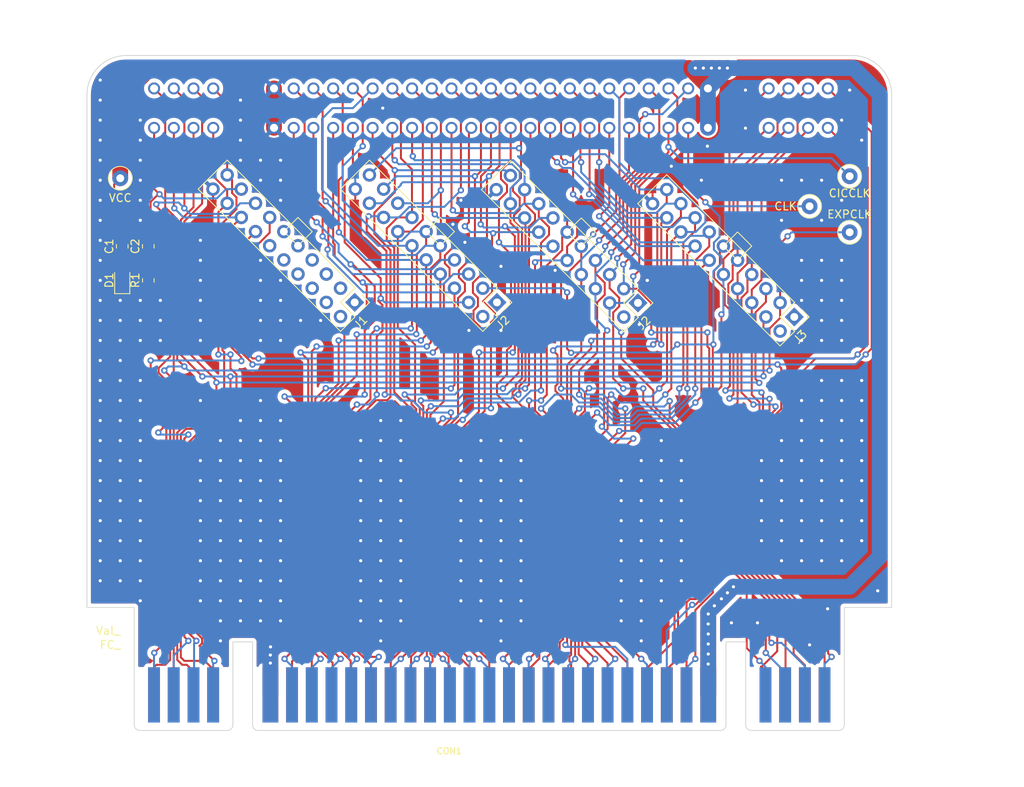
<source format=kicad_pcb>
(kicad_pcb (version 20211014) (generator pcbnew)
  (layers (0 "F.Cu" signal) (31 "B.Cu" signal) (34 "B.Paste" user) (35 "F.Paste" user) (36 "B.SilkS" user "B.Silkscreen") (37 "F.SilkS" user "F.Silkscreen") (38 "B.Mask" user) (39 "F.Mask" user) (44 "Edge.Cuts" user))
  (net 0 "")
  (net 1 "VCC")
  (net 2 "GND")
  (net 3 "/EXPCLK")
  (net 4 "/EXPAND")
  (net 5 "/PA6")
  (net 6 "/{slash}PARD")
  (net 7 "/A11")
  (net 8 "/A10")
  (net 9 "/A9")
  (net 10 "/A8")
  (net 11 "/A7")
  (net 12 "/A6")
  (net 13 "/A5")
  (net 14 "/A4")
  (net 15 "/A3")
  (net 16 "/A2")
  (net 17 "/A1")
  (net 18 "/A0")
  (net 19 "/{slash}IRQ")
  (net 20 "/D0")
  (net 21 "/D1")
  (net 22 "/D2")
  (net 23 "/D3")
  (net 24 "/{slash}RD")
  (net 25 "/CIC_OUT")
  (net 26 "/CIC{slash}RST")
  (net 27 "/{slash}RESET")
  (net 28 "/PA0")
  (net 29 "/PA2")
  (net 30 "/PA4")
  (net 31 "/AUDIO_L")
  (net 32 "/{slash}WRAM")
  (net 33 "/REFRESH")
  (net 34 "/PA7")
  (net 35 "/{slash}PAWR")
  (net 36 "/A12")
  (net 37 "/A13")
  (net 38 "/A14")
  (net 39 "/A15")
  (net 40 "/BA0")
  (net 41 "/BA1")
  (net 42 "/BA2")
  (net 43 "/BA3")
  (net 44 "/BA4")
  (net 45 "/BA5")
  (net 46 "/BA6")
  (net 47 "/BA7")
  (net 48 "/{slash}CE")
  (net 49 "/D4")
  (net 50 "/D5")
  (net 51 "/D6")
  (net 52 "/D7")
  (net 53 "/{slash}WR")
  (net 54 "/CIC_IN")
  (net 55 "/CIC_CLK")
  (net 56 "/CLK")
  (net 57 "/PA1")
  (net 58 "/PA3")
  (net 59 "/PA5")
  (net 60 "/AUDIO_R")
  (net 61 "Net-(D1-Pad1)")
  (footprint "matei:LAHeader_HP01650-63203" (layer "F.Cu") (at 190.336257 100.395134 -135)
    (fp_text reference "J3")
    (fp_text value "HP_1650-63203_logicanalyzer" hide)
  )
  (footprint "TestPoint:TestPoint_Loop_D1.80mm_Drill1.0mm_Beaded" (layer "F.Cu") (at 104.902 82.804)
    (fp_text reference "VCC")
    (fp_text value "Vcc")
  )
  (footprint "matei:LAHeader_HP01650-63203" (layer "F.Cu") (at 170.524257 98.617134 -135)
    (fp_text reference "J2")
    (fp_text value "HP_1650-63203_logicanalyzer" hide)
  )
  (footprint "Resistor_SMD:R_0805_2012Metric" (layer "F.Cu") (at 105.156 91.44 90)
    (fp_text reference "C1")
    (fp_text value ".1uF")
  )
  (footprint "matei:SNESCART_EXT" (layer "F.Cu") (at 106.68 142.24)
    (fp_text reference "CON1")
    (fp_text value "SNES-CONN")
    (fp_line (start 15 -0.63) (end 15 9.9) (layer "Edge.Cuts") (width 0.1))
    (fp_line (start 0 0) (end 0 9.9) (layer "Edge.Cuts") (width 0.1))
    (fp_line (start 78.2 10.6) (end 89.3 10.6) (layer "Edge.Cuts") (width 0.1))
    (fp_line (start 75 9.9) (end 75 -0.63) (layer "Edge.Cuts") (width 0.1))
    (fp_line (start 12.5 9.9) (end 12.5 -0.63) (layer "Edge.Cuts") (width 0.1))
    (fp_line (start 15.7 10.6) (end 74.3 10.6) (layer "Edge.Cuts") (width 0.1))
    (fp_line (start 75 -0.63) (end 77.5 -0.63) (layer "Edge.Cuts") (width 0.1))
    (fp_line (start 77.5 -0.63) (end 77.5 9.9) (layer "Edge.Cuts") (width 0.1))
    (fp_line (start 12.5 -0.63) (end 15 -0.63) (layer "Edge.Cuts") (width 0.1))
    (fp_line (start 90 9.9) (end 90 0) (layer "Edge.Cuts") (width 0.1))
    (fp_line (start 0.7 10.6) (end 11.8 10.6) (layer "Edge.Cuts") (width 0.1))
    (fp_arc (start 12.5 9.9) (mid 12.294975 10.394975) (end 11.8 10.6) (layer "Edge.Cuts") (width 0.1))
    (fp_arc (start 15.7 10.6) (mid 15.205025 10.394975) (end 15 9.9) (layer "Edge.Cuts") (width 0.1))
    (fp_arc (start 90 9.9) (mid 89.794975 10.394975) (end 89.3 10.6) (layer "Edge.Cuts") (width 0.1))
    (fp_arc (start 78.2 10.6) (mid 77.705025 10.394975) (end 77.5 9.9) (layer "Edge.Cuts") (width 0.1))
    (fp_arc (start 0.7 10.6) (mid 0.205025 10.394975) (end 0 9.9) (layer "Edge.Cuts") (width 0.1))
    (fp_arc (start 75 9.9) (mid 74.794975 10.394975) (end 74.3 10.6) (layer "Edge.Cuts") (width 0.1))
  )
  (footprint "Resistor_SMD:R_0805_2012Metric" (layer "F.Cu") (at 108.458 95.758 90)
    (fp_text reference "R1")
    (fp_text value "330")
  )
  (footprint "matei:SNES_logicadapter" (layer "F.Cu") (at 106.68 142.24)
    (fp_text reference "FC_")
    (fp_text value "Val_")
    (fp_line (start 96 -5) (end 90 -5) (layer "Edge.Cuts") (width 0.1))
    (fp_line (start -6 -70) (end -6 -5) (layer "Edge.Cuts") (width 0.1))
    (fp_line (start 96 -5) (end 96 -70) (layer "Edge.Cuts") (width 0.1))
    (fp_line (start 90 -5) (end 90 0) (layer "Edge.Cuts") (width 0.1))
    (fp_line (start 91 -75) (end -1 -75) (layer "Edge.Cuts") (width 0.1))
    (fp_line (start 0 -5) (end 0 0) (layer "Edge.Cuts") (width 0.1))
    (fp_line (start -6 -5) (end 0 -5) (layer "Edge.Cuts") (width 0.1))
    (fp_arc (start -6 -70) (mid -4.535534 -73.535534) (end -1 -75) (layer "Edge.Cuts") (width 0.1))
    (fp_arc (start 91 -75) (mid 94.535534 -73.535534) (end 96 -70) (layer "Edge.Cuts") (width 0.1))
  )
  (footprint "matei:LAHeader_HP01650-63203" (layer "F.Cu") (at 152.654 98.552 -135)
    (fp_text reference "J2")
    (fp_text value "HP_1650-63203_logicanalyzer" hide)
  )
  (footprint "TestPoint:TestPoint_Loop_D1.80mm_Drill1.0mm_Beaded" (layer "F.Cu") (at 192.278 86.36)
    (fp_text reference "CLK")
    (fp_text value "CLK" hide)
  )
  (footprint "Diode_SMD:D_0805_2012Metric" (layer "F.Cu") (at 105.156 95.758 90)
    (fp_text reference "D1")
    (fp_text value "LED")
  )
  (footprint "Resistor_SMD:R_0805_2012Metric" (layer "F.Cu") (at 108.458 91.44 90)
    (fp_text reference "C2")
    (fp_text value "1uF")
  )
  (footprint "matei:booklogo" (layer "F.Cu") (at 192.659 121.539)
    (fp_text reference "G***" hide)
    (fp_text value "LOGO" hide)
  )
  (footprint "matei:LAHeader_HP01650-63203" (layer "F.Cu") (at 134.62 98.552 -135)
    (fp_text reference "J1")
    (fp_text value "HP_1650-63203_logicanalyzer" hide)
  )
  (footprint "TestPoint:TestPoint_Loop_D1.80mm_Drill1.0mm_Beaded" (layer "F.Cu") (at 197.358 82.55)
    (fp_text reference "CICCLK")
    (fp_text value "CIC_CLK" hide)
  )
  (footprint "TestPoint:TestPoint_Loop_D1.80mm_Drill1.0mm_Beaded" (layer "F.Cu") (at 197.358 89.662)
    (fp_text reference "EXPCLK")
    (fp_text value "EXPCLK" hide)
  )
  (footprint "matei:hplogo" (layer "B.Cu") (at 152.654 121.285 180)
    (fp_text reference "G***" hide)
    (fp_text value "LOGO" hide)
  )
  (footprint "matei:SNES-CONN-EXP" (layer "B.Cu") (at 109.192 71.414 -90)
    (fp_text reference "CON2" hide)
    (fp_text value "SNES-CONN" hide)
  )
  (footprint "matei:sneslogo" (layer "B.Cu") (at 152.908 133.985 180)
    (fp_text reference "G***" hide)
    (fp_text value "LOGO" hide)
  )
  (gr_text "FRONT OF SNES" (at 141.732 68.961) (layer "F.Cu") (effects (font (size 1.5 6) (thickness 0.3))))
  (segment (start 179.392 71.414) (end 179.392 71.139312) (width 2) (layer "F.Cu") (net 1))
  (segment (start 104.902 72.644) (end 104.902 82.804) (width 2) (layer "F.Cu") (net 1))
  (segment (start 104.131 91.3275) (end 104.131 83.575) (width 0.25) (layer "F.Cu") (net 1))
  (segment (start 181.864 135.382) (end 182.626 134.62) (width 2) (layer "F.Cu") (net 1))
  (segment (start 180.213 137.033) (end 181.102 136.144) (width 2) (layer "F.Cu") (net 1))
  (segment (start 181.102 136.144) (end 181.864 135.382) (width 2) (layer "F.Cu") (net 1))
  (segment (start 177.8 68.834) (end 181.864 68.834) (width 2) (layer "F.Cu") (net 1))
  (segment (start 179.43 138.07) (end 179.43 137.816) (width 2) (layer "F.Cu") (net 1))
  (segment (start 179.43 141.88) (end 179.43 140.61) (width 2) (layer "F.Cu") (net 1))
  (segment (start 104.131 83.575) (end 104.902 82.804) (width 0.25) (layer "F.Cu") (net 1))
  (segment (start 105.156 94.8205) (end 105.156 92.3525) (width 0.25) (layer "F.Cu") (net 1))
  (segment (start 108.458 92.3525) (end 105.156 92.3525) (width 0.25) (layer "F.Cu") (net 1))
  (segment (start 179.43 144.42) (end 179.43 143.15) (width 2) (layer "F.Cu") (net 1))
  (segment (start 179.43 143.15) (end 179.43 141.88) (width 2) (layer "F.Cu") (net 1))
  (segment (start 105.156 92.3525) (end 104.131 91.3275) (width 0.25) (layer "F.Cu") (net 1))
  (segment (start 177.086688 68.834) (end 108.712 68.834) (width 2) (layer "F.Cu") (net 1))
  (segment (start 179.43 139.34) (end 179.43 138.07) (width 2) (layer "F.Cu") (net 1))
  (segment (start 179.43 137.816) (end 180.213 137.033) (width 2) (layer "F.Cu") (net 1))
  (segment (start 179.392 71.139312) (end 177.086688 68.834) (width 2) (layer "F.Cu") (net 1))
  (segment (start 108.712 68.834) (end 104.902 72.644) (width 2) (layer "F.Cu") (net 1))
  (segment (start 179.43 148.34) (end 179.43 144.42) (width 2) (layer "F.Cu") (net 1))
  (segment (start 179.43 140.61) (end 179.43 139.34) (width 2) (layer "F.Cu") (net 1))
  (via (at 179.832 68.834) (size 0.8) (drill 0.4) (layers "F.Cu" "B.Cu") (net 1))
  (via (at 177.8 68.834) (size 0.8) (drill 0.4) (layers "F.Cu" "B.Cu") (net 1))
  (via (at 179.43 138.07) (size 0.8) (drill 0.4) (layers "F.Cu" "B.Cu") (net 1))
  (via (at 179.43 143.15) (size 0.8) (drill 0.4) (layers "F.Cu" "B.Cu") (net 1))
  (via (at 181.102 136.144) (size 0.8) (drill 0.4) (layers "F.Cu" "B.Cu") (net 1))
  (via (at 179.43 141.88) (size 0.8) (drill 0.4) (layers "F.Cu" "B.Cu") (net 1))
  (via (at 181.864 135.382) (size 0.8) (drill 0.4) (layers "F.Cu" "B.Cu") (net 1))
  (via (at 178.816 68.834) (size 0.8) (drill 0.4) (layers "F.Cu" "B.Cu") (net 1))
  (via (at 179.43 139.34) (size 0.8) (drill 0.4) (layers "F.Cu" "B.Cu") (net 1))
  (via (at 180.213 137.033) (size 0.8) (drill 0.4) (layers "F.Cu" "B.Cu") (net 1))
  (via (at 180.848 68.834) (size 0.8) (drill 0.4) (layers "F.Cu" "B.Cu") (net 1))
  (via (at 179.43 144.42) (size 0.8) (drill 0.4) (layers "F.Cu" "B.Cu") (net 1))
  (via (at 181.864 68.834) (size 0.8) (drill 0.4) (layers "F.Cu" "B.Cu") (net 1))
  (via (at 182.626 134.62) (size 0.8) (drill 0.4) (layers "F.Cu" "B.Cu") (net 1))
  (via (at 179.43 140.61) (size 0.8) (drill 0.4) (layers "F.Cu" "B.Cu") (net 1))
  (segment (start 181.864 68.834) (end 180.848 68.834) (width 2) (layer "B.Cu") (net 1))
  (segment (start 178.816 68.834) (end 177.8 68.834) (width 2) (layer "B.Cu") (net 1))
  (segment (start 197.358 134.62) (end 182.626 134.62) (width 2) (layer "B.Cu") (net 1))
  (segment (start 179.832 68.834) (end 178.816 68.834) (width 2) (layer "B.Cu") (net 1))
  (segment (start 180.848 68.834) (end 179.832 68.834) (width 2) (layer "B.Cu") (net 1))
  (segment (start 181.972 68.834) (end 197.866 68.834) (width 2) (layer "B.Cu") (net 1))
  (segment (start 181.972 68.834) (end 181.864 68.834) (width 2) (layer "B.Cu") (net 1))
  (segment (start 182.626 134.62) (end 179.43 137.816) (width 2) (layer "B.Cu") (net 1))
  (segment (start 201.168 130.81) (end 197.358 134.62) (width 2) (layer "B.Cu") (net 1))
  (segment (start 179.392 71.414) (end 181.972 68.834) (width 2) (layer "B.Cu") (net 1))
  (segment (start 201.168 72.136) (end 201.168 130.81) (width 2) (layer "B.Cu") (net 1))
  (segment (start 197.866 68.834) (end 201.168 72.136) (width 2) (layer "B.Cu") (net 1))
  (segment (start 179.392 71.414) (end 179.392 76.414) (width 2) (layer "B.Cu") (net 1))
  (segment (start 179.43 137.816) (end 179.43 148.34) (width 2) (layer "B.Cu") (net 1))
  (segment (start 172.375745 83.656255) (end 174.752 81.28) (width 0.25) (layer "F.Cu") (net 2))
  (segment (start 172.375745 86.026724) (end 172.375745 83.656255) (width 0.25) (layer "F.Cu") (net 2))
  (segment (start 116.659488 84.18359) (end 116.659488 85.778512) (width 0.25) (layer "F.Cu") (net 2))
  (segment (start 123.93 148.34) (end 123.93 144.294) (width 2) (layer "F.Cu") (net 2))
  (segment (start 123.93 144.294) (end 123.93 143.278) (width 2) (layer "F.Cu") (net 2))
  (segment (start 134.693488 84.18359) (end 134.693488 86.032512) (width 0.25) (layer "F.Cu") (net 2))
  (segment (start 123.93 143.278) (end 123.93 142.262) (width 2) (layer "F.Cu") (net 2))
  (segment (start 124.392 71.414) (end 124.392 76.414) (width 2) (layer "F.Cu") (net 2))
  (segment (start 134.62 86.106) (end 134.693488 86.032512) (width 0.25) (layer "F.Cu") (net 2))
  (segment (start 116.659488 85.778512) (end 116.332 86.106) (width 0.25) (layer "F.Cu") (net 2))
  (segment (start 123.93 142.262) (end 123.952 142.24) (width 2) (layer "F.Cu") (net 2))
  (segment (start 105.156 90.5275) (end 108.458 90.5275) (width 0.25) (layer "F.Cu") (net 2))
  (via (at 191.262 83.058) (size 0.8) (drill 0.4) (layers "F.Cu" "B.Cu") (net 2))
  (via (at 104.902 121.158) (size 0.8) (drill 0.4) (layers "F.Cu" "B.Cu") (net 2))
  (via (at 148.082 85.598) (size 0.8) (drill 0.4) (layers "F.Cu" "B.Cu") (net 2))
  (via (at 148.082 136.398) (size 0.8) (drill 0.4) (layers "F.Cu" "B.Cu") (net 2))
  (via (at 153.162 138.938) (size 0.8) (drill 0.4) (layers "F.Cu" "B.Cu") (net 2))
  (via (at 135.382 131.318) (size 0.8) (drill 0.4) (layers "F.Cu" "B.Cu") (net 2))
  (via (at 122.682 121.158) (size 0.8) (drill 0.4) (layers "F.Cu" "B.Cu") (net 2))
  (via (at 155.702 116.078) (size 0.8) (drill 0.4) (layers "F.Cu" "B.Cu") (net 2))
  (via (at 170.942 141.478) (size 0.8) (drill 0.4) (layers "F.Cu" "B.Cu") (net 2))
  (via (at 115.062 110.998) (size 0.8) (drill 0.4) (layers "F.Cu" "B.Cu") (net 2))
  (via (at 125.222 95.758) (size 0.8) (drill 0.4) (layers "F.Cu" "B.Cu") (net 2))
  (via (at 173.482 116.078) (size 0.8) (drill 0.4) (layers "F.Cu" "B.Cu") (net 2))
  (via (at 191.262 98.298) (size 0.8) (drill 0.4) (layers "F.Cu" "B.Cu") (net 2))
  (via (at 117.602 118.618) (size 0.8) (drill 0.4) (layers "F.Cu" "B.Cu") (net 2))
  (via (at 125.222 123.698) (size 0.8) (drill 0.4) (layers "F.Cu" "B.Cu") (net 2))
  (via (at 104.902 131.318) (size 0.8) (drill 0.4) (layers "F.Cu" "B.Cu") (net 2))
  (via (at 191.262 103.378) (size 0.8) (drill 0.4) (layers "F.Cu" "B.Cu") (net 2))
  (via (at 107.442 103.378) (size 0.8) (drill 0.4) (layers "F.Cu" "B.Cu") (net 2))
  (via (at 135.382 126.238) (size 0.8) (drill 0.4) (layers "F.Cu" "B.Cu") (net 2))
  (via (at 185.674 139.192) (size 0.8) (drill 0.4) (layers "F.Cu" "B.Cu") (net 2))
  (via (at 120.142 116.078) (size 0.8) (drill 0.4) (layers "F.Cu" "B.Cu") (net 2))
  (via (at 173.482 123.698) (size 0.8) (drill 0.4) (layers "F.Cu" "B.Cu") (net 2))
  (via (at 125.222 85.598) (size 0.8) (drill 0.4) (layers "F.Cu" "B.Cu") (net 2))
  (via (at 102.362 118.618) (size 0.8) (drill 0.4) (layers "F.Cu" "B.Cu") (net 2))
  (via (at 194.564 137.414) (size 0.8) (drill 0.4) (layers "F.Cu" "B.Cu") (net 2))
  (via (at 196.342 75.438) (size 0.8) (drill 0.4) (layers "F.Cu" "B.Cu") (net 2))
  (via (at 184.15 71.628) (size 0.8) (drill 0.4) (layers "F.Cu" "B.Cu") (net 2))
  (via (at 148.082 123.698) (size 0.8) (drill 0.4) (layers "F.Cu" "B.Cu") (net 2))
  (via (at 153.162 116.078) (size 0.8) (drill 0.4) (layers "F.Cu" "B.Cu") (net 2))
  (via (at 150.622 136.398) (size 0.8) (drill 0.4) (layers "F.Cu" "B.Cu") (net 2))
  (via (at 127.762 100.838) (size 0.8) (drill 0.4) (layers "F.Cu" "B.Cu") (net 2))
  (via (at 198.882 126.238) (size 0.8) (drill 0.4) (layers "F.Cu" "B.Cu") (net 2))
  (via (at 120.142 123.698) (size 0.8) (drill 0.4) (layers "F.Cu" "B.Cu") (net 2))
  (via (at 196.342 110.998) (size 0.8) (drill 0.4) (layers "F.Cu" "B.Cu") (net 2))
  (via (at 135.382 123.698) (size 0.8) (drill 0.4) (layers "F.Cu" "B.Cu") (net 2))
  (via (at 176.022 133.858) (size 0.8) (drill 0.4) (layers "F.Cu" "B.Cu") (net 2))
  (via (at 150.622 126.238) (size 0.8) (drill 0.4) (layers "F.Cu" "B.Cu") (net 2))
  (via (at 191.262 123.698) (size 0.8) (drill 0.4) (layers "F.Cu" "B.Cu") (net 2))
  (via (at 122.682 118.618) (size 0.8) (drill 0.4) (layers "F.Cu" "B.Cu") (net 2))
  (via (at 102.362 133.858) (size 0.8) (drill 0.4) (layers "F.Cu" "B.Cu") (net 2))
  (via (at 125.222 131.318) (size 0.8) (drill 0.4) (layers "F.Cu" "B.Cu") (net 2))
  (via (at 150.622 116.078) (size 0.8) (drill 0.4) (layers "F.Cu" "B.Cu") (net 2))
  (via (at 122.682 136.398) (size 0.8) (drill 0.4) (layers "F.Cu" "B.Cu") (net 2))
  (via (at 193.802 116.078) (size 0.8) (drill 0.4) (layers "F.Cu" "B.Cu") (net 2))
  (via (at 122.682 98.298) (size 0.8) (drill 0.4) (layers "F.Cu" "B.Cu") (net 2))
  (via (at 125.222 121.158) (size 0.8) (drill 0.4) (layers "F.Cu" "B.Cu") (net 2))
  (via (at 168.402 128.778) (size 0.8) (drill 0.4) (layers "F.Cu" "B.Cu") (net 2))
  (via (at 155.702 118.618) (size 0.8) (drill 0.4) (layers "F.Cu" "B.Cu") (net 2))
  (via (at 170.942 128.778) (size 0.8) (drill 0.4) (layers "F.Cu" "B.Cu") (net 2))
  (via (at 193.802 126.238) (size 0.8) (drill 0.4) (layers "F.Cu" "B.Cu") (net 2))
  (via (at 170.688 101.346) (size 0.8) (drill 0.4) (layers "F.Cu" "B.Cu") (net 2))
  (via (at 196.342 123.698) (size 0.8) (drill 0.4) (layers "F.Cu" "B.Cu") (net 2))
  (via (at 102.362 77.978) (size 0.8) (drill 0.4) (layers "F.Cu" "B.Cu") (net 2))
  (via (at 197.358 71.628) (size 0.8) (drill 0.4) (layers "F.Cu" "B.Cu") (net 2))
  (via (at 193.802 131.318) (size 0.8) (drill 0.4) (layers "F.Cu" "B.Cu") (net 2))
  (via (at 107.442 133.858) (size 0.8) (drill 0.4) (layers "F.Cu" "B.Cu") (net 2))
  (via (at 107.442 110.998) (size 0.8) (drill 0.4) (layers "F.Cu" "B.Cu") (net 2))
  (via (at 198.882 121.158) (size 0.8) (drill 0.4) (layers "F.Cu" "B.Cu") (net 2))
  (via (at 148.082 133.858) (size 0.8) (drill 0.4) (layers "F.Cu" "B.Cu") (net 2))
  (via (at 102.362 83.058) (size 0.8) (drill 0.4) (layers "F.Cu" "B.Cu") (net 2))
  (via (at 125.222 80.518) (size 0.8) (drill 0.4) (layers "F.Cu" "B.Cu") (net 2))
  (via (at 173.482 118.618) (size 0.8) (drill 0.4) (layers "F.Cu" "B.Cu") (net 2))
  (via (at 140.462 136.398) (size 0.8) (drill 0.4) (layers "F.Cu" "B.Cu") (net 2))
  (via (at 196.342 131.318) (size 0.8) (drill 0.4) (layers "F.Cu" "B.Cu") (net 2))
  (via (at 193.802 110.998) (size 0.8) (drill 0.4) (layers "F.Cu" "B.Cu") (net 2))
  (via (at 193.802 113.538) (size 0.8) (drill 0.4) (layers "F.Cu" "B.Cu") (net 2))
  (via (at 120.142 77.978) (size 0.8) (drill 0.4) (layers "F.Cu" "B.Cu") (net 2))
  (via (at 191.262 121.158) (size 0.8) (drill 0.4) (layers "F.Cu" "B.Cu") (net 2))
  (via (at 125.222 83.058) (size 0.8) (drill 0.4) (layers "F.Cu" "B.Cu") (net 2))
  (via (at 102.362 128.778) (size 0.8) (drill 0.4) (layers "F.Cu" "B.Cu") (net 2))
  (via (at 102.362 72.898) (size 0.8) (drill 0.4) (layers "F.Cu" "B.Cu") (net 2))
  (via (at 137.922 116.078) (size 0.8) (drill 0.4) (layers "F.Cu" "B.Cu") (net 2))
  (via (at 102.362 100.838) (size 0.8) (drill 0.4) (layers "F.Cu" "B.Cu") (net 2))
  (via (at 155.702 121.158) (size 0.8) (drill 0.4) (layers "F.Cu" "B.Cu") (net 2))
  (via (at 122.682 131.318) (size 0.8) (drill 0.4) (layers "F.Cu" "B.Cu") (net 2))
  (via (at 140.462 126.238) (size 0.8) (drill 0.4) (layers "F.Cu" "B.Cu") (net 2))
  (via (at 188.722 126.238) (size 0.8) (drill 0.4) (layers "F.Cu" "B.Cu") (net 2))
  (via (at 117.602 133.858) (size 0.8) (drill 0.4) (layers "F.Cu" "B.Cu") (net 2))
  (via (at 140.462 128.778) (size 0.8) (drill 0.4) (layers "F.Cu" "B.Cu") (net 2))
  (via (at 135.382 118.618) (size 0.8) (drill 0.4) (layers "F.Cu" "B.Cu") (net 2))
  (via (at 191.262 126.238) (size 0.8) (drill 0.4) (layers "F.Cu" "B.Cu") (net 2))
  (via (at 196.342 118.618) (size 0.8) (drill 0.4) (layers "F.Cu" "B.Cu") (net 2))
  (via (at 150.622 133.858) (size 0.8) (drill 0.4) (layers "F.Cu" "B.Cu") (net 2))
  (via (at 176.022 128.778) (size 0.8) (drill 0.4) (layers "F.Cu" "B.Cu") (net 2))
  (via (at 120.142 133.858) (size 0.8) (drill 0.4) (layers "F.Cu" "B.Cu") (net 2))
  (via (at 107.442 113.538) (size 0.8) (drill 0.4) (layers "F.Cu" "B.Cu") (net 2))
  (via (at 107.442 116.078) (size 0.8) (drill 0.4) (layers "F.Cu" "B.Cu") (net 2))
  (via (at 184.15 76.454) (size 0.8) (drill 0.4) (layers "F.Cu" "B.Cu") (net 2))
  (via (at 160.02 94.488) (size 0.8) (drill 0.4) (layers "F.Cu" "B.Cu") (net 2))
  (via (at 107.442 123.698) (size 0.8) (drill 0.4) (layers "F.Cu" "B.Cu") (net 2))
  (via (at 117.602 126.238) (size 0.8) (drill 0.4) (layers "F.Cu" "B.Cu") (net 2))
  (via (at 147.066 88.646) (size 0.8) (drill 0.4) (layers "F.Cu" "B.Cu") (net 2))
  (via (at 117.602 131.318) (size 0.8) (drill 0.4) (layers "F.Cu" "B.Cu") (net 2))
  (via (at 137.922 138.938) (size 0.8) (drill 0.4) (layers "F.Cu" "B.Cu") (net 2))
  (via (at 135.382 121.158) (size 0.8) (drill 0.4) (layers "F.Cu" "B.Cu") (net 2))
  (via (at 102.362 95.758) (size 0.8) (drill 0.4) (layers "F.Cu" "B.Cu") (net 2))
  (via (at 104.902 105.918) (size 0.8) (drill 0.4) (layers "F.Cu" "B.Cu") (net 2))
  (via (at 153.162 136.398) (size 0.8) (drill 0.4) (layers "F.Cu" "B.Cu") (net 2))
  (via (at 102.362 116.078) (size 0.8) (drill 0.4) (layers "F.Cu" "B.Cu") (net 2))
  (via (at 198.882 128.778) (size 0.8) (drill 0.4) (layers "F.Cu" "B.Cu") (net 2))
  (via (at 115.062 100.838) (size 0.8) (drill 0.4) (layers "F.Cu" "B.Cu") (net 2))
  (via (at 107.442 80.518) (size 0.8) (drill 0.4) (layers "F.Cu" "B.Cu") (net 2))
  (via (at 104.902 118.618) (size 0.8) (drill 0.4) (layers "F.Cu" "B.Cu") (net 2))
  (via (at 117.602 116.078) (size 0.8) (drill 0.4) (layers "F.Cu" "B.Cu") (net 2))
  (via (at 140.462 121.158) (size 0.8) (drill 0.4) (layers "F.Cu" "B.Cu") (net 2))
  (via (at 115.062 90.678) (size 0.8) (drill 0.4) (layers "F.Cu" "B.Cu") (net 2))
  (via (at 122.682 113.538) (size 0.8) (drill 0.4) (layers "F.Cu" "B.Cu") (net 2))
  (via (at 123.93 144.294) (size 0.8) (drill 0.4) (layers "F.Cu" "B.Cu") (net 2))
  (via (at 188.722 116.078) (size 0.8) (drill 0.4) (layers "F.Cu" "B.Cu") (net 2))
  (via (at 102.362 70.358) (size 0.8) (drill 0.4) (layers "F.Cu" "B.Cu") (net 2))
  (via (at 196.342 126.238) (size 0.8) (drill 0.4) (layers "F.Cu" "B.Cu") (net 2))
  (via (at 117.602 121.158) (size 0.8) (drill 0.4) (layers "F.Cu" "B.Cu") (net 2))
  (via (at 117.602 128.778) (size 0.8) (drill 0.4) (layers "F.Cu" "B.Cu") (net 2))
  (via (at 155.702 128.778) (size 0.8) (drill 0.4) (layers "F.Cu" "B.Cu") (net 2))
  (via (at 135.382 133.858) (size 0.8) (drill 0.4) (layers "F.Cu" "B.Cu") (net 2))
  (via (at 115.062 131.318) (size 0.8) (drill 0.4) (layers "F.Cu" "B.Cu") (net 2))
  (via (at 137.922 136.398) (size 0.8) (drill 0.4) (layers "F.Cu" "B.Cu") (net 2))
  (via (at 188.722 123.698) (size 0.8) (drill 0.4) (layers "F.Cu" "B.Cu") (net 2))
  (via (at 173.482 128.778) (size 0.8) (drill 0.4) (layers "F.Cu" "B.Cu") (net 2))
  (via (at 186.182 121.158) (size 0.8) (drill 0.4) (layers "F.Cu" "B.Cu") (net 2))
  (via (at 122.682 128.778) (size 0.8) (drill 0.4) (layers "F.Cu" "B.Cu") (net 2))
  (via (at 135.382 128.778) (size 0.8) (drill 0.4) (layers "F.Cu" "B.Cu") (net 2))
  (via (at 122.682 133.858) (size 0.8) (drill 0.4) (layers "F.Cu" "B.Cu") (net 2))
  (via (at 182.372 139.192) (size 0.8) (drill 0.4) (layers "F.Cu" "B.Cu") (net 2))
  (via (at 104.902 108.458) (size 0.8) (drill 0.4) (layers "F.Cu" "B.Cu") (net 2))
  (via (at 196.342 100.838) (size 0.8) (drill 0.4) (layers "F.Cu" "B.Cu") (net 2))
  (via (at 120.142 75.438) (size 0.8) (drill 0.4) (layers "F.Cu" "B.Cu") (net 2))
  (via (at 125.222 138.938) (size 0.8) (drill 0.4) (layers "F.Cu" "B.Cu") (net 2))
  (via (at 120.142 128.778) (size 0.8) (drill 0.4) (layers "F.Cu" "B.Cu") (net 2))
  (via (at 191.262 116.078) (size 0.8) (drill 0.4) (layers "F.Cu" "B.Cu") (net 2))
  (via (at 198.882 77.978) (size 0.8) (drill 0.4) (layers "F.Cu" "B.Cu") (net 2))
  (via (at 140.462 116.078) (size 0.8) (drill 0.4) (layers "F.Cu" "B.Cu") (net 2))
  (via (at 120.142 121.158) (size 0.8) (drill 0.4) (layers "F.Cu" "B.Cu") (net 2))
  (via (at 123.93 143.278) (size 0.8) (drill 0.4) (layers "F.Cu" "B.Cu") (net 2))
  (via (at 102.362 131.318) (size 0.8) (drill 0.4) (layers "F.Cu" "B.Cu") (net 2))
  (via (at 137.922 133.858) (size 0.8) (drill 0.4) (layers "F.Cu" "B.Cu") (net 2))
  (via (at 153.162 123.698) (size 0.8) (drill 0.4) (layers "F.Cu" "B.Cu") (net 2))
  (via (at 188.722 121.158) (size 0.8) (drill 0.4) (layers "F.Cu" "B.Cu") (net 2))
  (via (at 107.442 131.318) (size 0.8) (drill 0.4) (layers "F.Cu" "B.Cu") (net 2))
  (via (at 107.442 100.838) (size 0.8) (drill 0.4) (layers "F.Cu" "B.Cu") (net 2))
  (via (at 168.402 136.398) (size 0.8) (drill 0.4) (layers "F.Cu" "B.Cu") (net 2))
  (via (at 104.902 128.778) (size 0.8) (drill 0.4) (layers "F.Cu" "B.Cu") (net 2))
  (via (at 173.482 121.158) (size 0.8) (drill 0.4) (layers "F.Cu" "B.Cu") (net 2))
  (via (at 109.982 98.298) (size 0.8) (drill 0.4) (layers "F.Cu" "B.Cu") (net 2))
  (via (at 117.602 136.398) (size 0.8) (drill 0.4) (layers "F.Cu" "B.Cu") (net 2))
  (via (at 188.722 83.058) (size 0.8) (drill 0.4) (layers "F.Cu" "B.Cu") (net 2))
  (via (at 137.922 128.778) (size 0.8) (drill 0.4) (layers "F.Cu" "B.Cu") (net 2))
  (via (at 109.982 103.378) (size 0.8) (drill 0.4) (layers "F.Cu" "B.Cu") (net 2))
  (via (at 102.362 98.298) (size 0.8) (drill 0.4) (layers "F.Cu" "B.Cu") (net 2))
  (via (at 196.342 128.778) (size 0.8) (drill 0.4) (layers "F.Cu" "B.Cu") (net 2))
  (via (at 176.022 121.158) (size 0.8) (drill 0.4) (layers "F.Cu" "B.Cu") (net 2))
  (via (at 122.682 95.758) (size 0.8) (drill 0.4) (layers "F.Cu" "B.Cu") (net 2))
  (via (at 193.802 123.698) (size 0.8) (drill 0.4) (layers "F.Cu" "B.Cu") (net 2))
  (via (at 168.402 138.938) (size 0.8) (drill 0.4) (layers "F.Cu" "B.Cu") (net 2))
  (via (at 135.382 138.938) (size 0.8) (drill 0.4) (layers "F.Cu" "B.Cu") (net 2))
  (via (at 120.142 136.398) (size 0.8) (drill 0.4) (layers "F.Cu" "B.Cu") (net 2))
  (via (at 153.162 102.108) (size 0.8) (drill 0.4) (layers "F.Cu" "B.Cu") (net 2))
  (via (at 109.982 100.838) (size 0.8) (drill 0.4) (layers "F.Cu" "B.Cu") (net 2))
  (via (at 115.062 133.858) (size 0.8) (drill 0.4) (layers "F.Cu" "B.Cu") (net 2))
  (via (at 104.902 126.238) (size 0.8) (drill 0.4) (layers "F.Cu" "B.Cu") (net 2))
  (via (at 196.342 85.598) (size 0.8) (drill 0.4) (layers "F.Cu" "B.Cu") (net 2))
  (via (at 122.682 93.218) (size 0.8) (drill 0.4) (layers "F.Cu" "B.Cu") (net 2))
  (via (at 193.802 121.158) (size 0.8) (drill 0.4) (layers "F.Cu" "B.Cu") (net 2))
  (via (at 137.922 126.238) (size 0.8) (drill 0.4) (layers "F.Cu" "B.Cu") (net 2))
  (via (at 148.082 118.618) (size 0.8) (drill 0.4) (layers "F.Cu" "B.Cu") (net 2))
  (via (at 125.222 103.378) (size 0.8) (drill 0.4) (layers "F.Cu" "B.Cu") (net 2))
  (via (at 148.082 131.318) (size 0.8) (drill 0.4) (layers "F.Cu" "B.Cu") (net 2))
  (via (at 107.442 88.138) (size 0.8) (drill 0.4) (layers "F.Cu" "B.Cu") (net 2))
  (via (at 170.942 136.398) (size 0.8) (drill 0.4) (layers "F.Cu" "B.Cu") (net 2))
  (via (at 150.622 131.318) (size 0.8) (drill 0.4) (layers "F.Cu" "B.Cu") (net 2))
  (via (at 176.022 126.238) (size 0.8) (drill 0.4) (layers "F.Cu" "B.Cu") (net 2))
  (via (at 153.162 128.778) (size 0.8) (drill 0.4) (layers "F.Cu" "B.Cu") (net 2))
  (via (at 122.682 103.378) (size 0.8) (drill 0.4) (layers "F.Cu" "B.Cu") (net 2))
  (via (at 107.442 85.598) (size 0.8) (drill 0.4) (layers "F.Cu" "B.Cu") (net 2))
  (via (at 135.382 116.078) (size 0.8) (drill 0.4) (layers "F.Cu" "B.Cu") (net 2))
  (via (at 137.922 121.158) (size 0.8) (drill 0.4) (layers "F.Cu" "B.Cu") (net 2))
  (via (at 178.562 83.058) (size 0.8) (drill 0.4) (layers "F.Cu" "B.Cu") (net 2))
  (via (at 120.142 131.318) (size 0.8) (drill 0.4) (layers "F.Cu" "B.Cu") (net 2))
  (via (at 176.022 131.318) (size 0.8) (drill 0.4) (layers "F.Cu" "B.Cu") (net 2))
  (via (at 186.182 128.778) (size 0.8) (drill 0.4) (layers "F.Cu" "B.Cu") (net 2))
  (via (at 196.342 121.158) (size 0.8) (drill 0.4) (layers "F.Cu" "B.Cu") (net 2))
  (via (at 107.442 128.778) (size 0.8) (drill 0.4) (layers "F.Cu" "B.Cu") (net 2))
  (via (at 155.702 126.238) (size 0.8) (drill 0.4) (layers "F.Cu" "B.Cu") (net 2))
  (via (at 125.222 133.858) (size 0.8) (drill 0.4) (layers "F.Cu" "B.Cu") (net 2))
  (via (at 140.462 138.938) (size 0.8) (drill 0.4) (layers "F.Cu" "B.Cu") (net 2))
  (via (at 148.59 90.932) (size 0.8) (drill 0.4) (layers "F.Cu" "B.Cu") (net 2))
  (via (at 186.182 123.698) (size 0.8) (drill 0.4) (layers "F.Cu" "B.Cu") (net 2))
  (via (at 102.362 75.438) (size 0.8) (drill 0.4) (layers "F.Cu" "B.Cu") (net 2))
  (via (at 193.802 103.378) (size 0.8) (drill 0.4) (layers "F.Cu" "B.Cu") (net 2))
  (via (at 140.462 131.318) (size 0.8) (drill 0.4) (layers "F.Cu" "B.Cu") (net 2))
  (via (at 196.342 116.078) (size 0.8) (drill 0.4) (layers "F.Cu" "B.Cu") (net 2))
  (via (at 107.442 136.398) (size 0.8) (drill 0.4) (layers "F.Cu" "B.Cu") (net 2))
  (via (at 198.882 118.618) (size 0.8) (drill 0.4) (layers "F.Cu" "B.Cu") (net 2))
  (via (at 138.176 73.914) (size 0.8) (drill 0.4) (layers "F.Cu" "B.Cu") (net 2))
  (via (at 104.902 113.538) (size 0.8) (drill 0.4) (layers "F.Cu" "B.Cu") (net 2))
  (via (at 198.882 110.998) (size 0.8) (drill 0.4) (layers "F.Cu" "B.Cu") (net 2))
  (via (at 102.362 108.458) (size 0.8) (drill 0.4) (layers "F.Cu" "B.Cu") (net 2))
  (via (at 150.622 138.938) (size 0.8) (drill 0.4) (layers "F.Cu" "B.Cu") (net 2))
  (via (at 125.222 100.838) (size 0.8) (drill 0.4) (layers "F.Cu" "B.Cu") (net 2))
  (via (at 168.402 126.238) (size 0.8) (drill 0.4) (layers "F.Cu" "B.Cu") (net 2))
  (via (at 107.442 77.978) (size 0.8) (drill 0.4) (layers "F.Cu" "B.Cu") (net 2))
  (via (at 115.062 128.778) (size 0.8) (drill 0.4) (layers "F.Cu" "B.Cu") (net 2))
  (via (at 196.342 108.458) (size 0.8) (drill 0.4) (layers "F.Cu" "B.Cu") (net 2))
  (via (at 104.902 116.078) (size 0.8) (drill 0.4) (layers "F.Cu" "B.Cu") (net 2))
  (via (at 176.022 123.698) (size 0.8) (drill 0.4) (layers "F.Cu" "B.Cu") (net 2))
  (via (at 107.442 121.158) (size 0.8) (drill 0.4) (layers "F.Cu" "B.Cu") (net 2))
  (via (at 168.402 133.858) (size 0.8) (drill 0.4) (layers "F.Cu" "B.Cu") (net 2))
  (via (at 153.162 126.238) (size 0.8) (drill 0.4) (layers "F.Cu" "B.Cu") (net 2))
  (via (at 153.162 133.858) (size 0.8) (drill 0.4) (layers "F.Cu" "B.Cu") (net 2))
  (via (at 170.942 123.698) (size 0.8) (drill 0.4) (layers "F.Cu" "B.Cu") (net 2))
  (via (at 153.162 118.618) (size 0.8) (drill 0.4) (layers "F.Cu" "B.Cu") (net 2))
  (via (at 125.222 98.298) (size 0.8) (drill 0.4) (layers "F.Cu" "B.Cu") (net 2))
  (via (at 104.902 100.838) (size 0.8) (drill 0.4) (layers "F.Cu" "B.Cu") (net 2))
  (via (at 122.682 83.058) (size 0.8) (drill 0.4) (layers "F.Cu" "B.Cu") (net 2))
  (via (at 123.952 142.24) (size 0.8) (drill 0.4) (layers "F.Cu" "B.Cu") (net 2))
  (via (at 196.342 113.538) (size 0.8) (drill 0.4) (layers "F.Cu" "B.Cu") (net 2))
  (via (at 193.802 100.838) (size 0.8) (drill 0.4) (layers "F.Cu" "B.Cu") (net 2))
  (via (at 168.402 123.698) (size 0.8) (drill 0.4) (layers "F.Cu" "B.Cu") (net 2))
  (via (at 153.162 93.98) (size 0.8) (drill 0.4) (layers "F.Cu" "B.Cu") (net 2))
  (via (at 192.278 141.986) (size 0.8) (drill 0.4) (layers "F.Cu" "B.Cu") (net 2))
  (via (at 107.442 118.618) (size 0.8) (drill 0.4) (layers "F.Cu" "B.Cu") (net 2))
  (via (at 115.062 121.158) (size 0.8) (drill 0.4) (layers "F.Cu" "B.Cu") (net 2))
  (via (at 122.682 110.998) (size 0.8) (drill 0.4) (layers "F.Cu" "B.Cu") (net 2))
  (via (at 107.442 126.238) (size 0.8) (drill 0.4) (layers "F.Cu" "B.Cu") (net 2))
  (via (at 150.622 121.158) (size 0.8) (drill 0.4) (layers "F.Cu" "B.Cu") (net 2))
  (via (at 104.902 103.378) (size 0.8) (drill 0.4) (layers "F.Cu" "B.Cu") (net 2))
  (via (at 191.262 128.778) (size 0.8) (drill 0.4) (layers "F.Cu" "B.Cu") (net 2))
  (via (at 102.362 123.698) (size 0.8) (drill 0.4) (layers "F.Cu" "B.Cu") (net 2))
  (via (at 120.142 118.618) (size 0.8) (drill 0.4) (layers "F.Cu" "B.Cu") (net 2))
  (via (at 173.482 136.398) (size 0.8) (drill 0.4) (layers "F.Cu" "B.Cu") (net 2))
  (via (at 102.362 85.598) (size 0.8) (drill 0.4) (layers "F.Cu" "B.Cu") (net 2))
  (via (at 150.622 123.698) (size 0.8) (drill 0.4) (layers "F.Cu" "B.Cu") (net 2))
  (via (at 155.702 136.398) (size 0.8) (drill 0.4) (layers "F.Cu" "B.Cu") (net 2))
  (via (at 149.098 102.108) (size 0.8) (drill 0.4) (layers "F.Cu" "B.Cu") (net 2))
  (via (at 193.802 118.618) (size 0.8) (drill 0.4) (layers "F.Cu" "B.Cu") (net 2))
  (via (at 173.482 131.318) (size 0.8) (drill 0.4) (layers "F.Cu" "B.Cu") (net 2))
  (via (at 186.182 126.238) (size 0.8) (drill 0.4) (layers "F.Cu" "B.Cu") (net 2))
  (via (at 135.382 136.398) (size 0.8) (drill 0.4) (layers "F.Cu" "B.Cu") (net 2))
  (via (at 179.324 78.74) (size 0.8) (drill 0.4) (layers "F.Cu" "B.Cu") (net 2))
  (via (at 125.222 126.238) (size 0.8) (drill 0.4) (layers "F.Cu" "B.Cu") (net 2))
  (via (at 115.062 123.698) (size 0.8) (drill 0.4) (layers "F.Cu" "B.Cu") (net 2))
  (via (at 196.342 98.298) (size 0.8) (drill 0.4) (layers "F.Cu" "B.Cu") (net 2))
  (via (at 198.882 108.458) (size 0.8) (drill 0.4) (layers "F.Cu" "B.Cu") (net 2))
  (via (at 171.704 95.758) (size 0.8) (drill 0.4) (layers "F.Cu" "B.Cu") (net 2))
  (via (at 188.722 131.318) (size 0.8) (drill 0.4) (layers "F.Cu" "B.Cu") (net 2))
  (via (at 117.602 123.698) (size 0.8) (drill 0.4) (layers "F.Cu" "B.Cu") (net 2))
  (via (at 198.882 113.538) (size 0.8) (drill 0.4) (layers "F.Cu" "B.Cu") (net 2))
  (via (at 104.902 110.998) (size 0.8) (drill 0.4) (layers "F.Cu" "B.Cu") (net 2))
  (via (at 170.942 118.618) (size 0.8) (drill 0.4) (layers "F.Cu" "B.Cu") (net 2))
  (via (at 107.442 75.438) (size 0.8) (drill 0.4) (layers "F.Cu" "B.Cu") (net 2))
  (via (at 193.802 98.298) (size 0.8) (drill 0.4) (layers "F.Cu" "B.Cu") (net 2))
  (via (at 102.362 110.998) (size 0.8) (drill 0.4) (layers "F.Cu" "B.Cu") (net 2))
  (via (at 115.062 98.298) (size 0.8) (drill 0.4) (layers "F.Cu" "B.Cu") (net 2))
  (via (at 137.922 113.538) (size 0.8) (drill 0.4) (layers "F.Cu" "B.Cu") (net 2))
  (via (at 200.914 135.128) (size 0.8) (drill 0.4) (layers "F.Cu" "B.Cu") (net 2))
  (via (at 193.802 83.058) (size 0.8) (drill 0.4) (layers "F.Cu" "B.Cu") (net 2))
  (via (at 153.162 121.158) (size 0.8) (drill 0.4) (layers "F.Cu" "B.Cu") (net 2))
  (via (at 102.362 105.918) (size 0.8) (drill 0.4) (layers "F.Cu" "B.Cu") (net 2))
  (via (at 125.222 128.778) (size 0.8) (drill 0.4) (layers "F.Cu" "B.Cu") (net 2))
  (via (at 137.922 131.318) (size 0.8) (drill 0.4) (layers "F.Cu" "B.Cu") (net 2))
  (via (at 140.462 113.538) (size 0.8) (drill 0.4) (layers "F.Cu" "B.Cu") (net 2))
  (via (at 193.802 128.778) (size 0.8) (drill 0.4) (layers "F.Cu" "B.Cu") (net 2))
  (via (at 171.704 95.758) (size 0.8) (drill 0.4) (layers "F.Cu" "B.Cu") (net 2))
  (via (at 188.722 118.618) (size 0.8) (drill 0.4) (layers "F.Cu" "B.Cu") (net 2))
  (via (at 196.342 93.218) (size 0.8) (drill 0.4) (layers "F.Cu" "B.Cu") (net 2))
  (via (at 102.362 93.218) (size 0.8) (drill 0.4) (layers "F.Cu" "B.Cu") (net 2))
  (via (at 170.942 131.318) (size 0.8) (drill 0.4) (layers "F.Cu" "B.Cu") (net 2))
  (via (at 115.062 126.238) (size 0.8) (drill 0.4) (layers "F.Cu" "B.Cu") (net 2))
  (via (at 120.142 138.938) (size 0.8) (drill 0.4) (layers "F.Cu" "B.Cu") (net 2))
  (via (at 107.442 98.298) (size 0.8) (drill 0.4) (layers "F.Cu" "B.Cu") (net 2))
  (via (at 140.462 123.698) (size 0.8) (drill 0.4) (layers "F.Cu" "B.Cu") (net 2))
  (via (at 148.082 128.778) (size 0.8) (drill 0.4) (layers "F.Cu" "B.Cu") (net 2))
  (via (at 191.262 113.538) (size 0.8) (drill 0.4) (layers "F.Cu" "B.Cu") (net 2))
  (via (at 102.362 121.158) (size 0.8) (drill 0.4) (layers "F.Cu" "B.Cu") (net 2))
  (via (at 198.882 116.078) (size 0.8) (drill 0.4) (layers "F.Cu" "B.Cu") (net 2))
  (via (at 191.262 118.618) (size 0.8) (drill 0.4) (layers "F.Cu" "B.Cu") (net 2))
  (via (at 150.622 128.778) (size 0.8) (drill 0.4) (layers "F.Cu" "B.Cu") (net 2))
  (via (at 125.222 136.398) (size 0.8) (drill 0.4) (layers "F.Cu" "B.Cu") (net 2))
  (via (at 170.942 133.858) (size 0.8) (drill 0.4) (layers "F.Cu" "B.Cu") (net 2))
  (via (at 137.922 123.698) (size 0.8) (drill 0.4) (layers "F.Cu" "B.Cu") (net 2))
  (via (at 174.752 81.28) (size 0.8) (drill 0.4) (layers "F.Cu" "B.Cu") (net 2))
  (via (at 140.462 133.858) (size 0.8) (drill 0.4) (layers "F.Cu" "B.Cu") (net 2))
  (via (at 170.942 126.238) (size 0.8) (drill 0.4) (layers "F.Cu" "B.Cu") (net 2))
  (via (at 115.062 136.398) (size 0.8) (drill 0.4) (layers "F.Cu" "B.Cu") (net 2))
  (via (at 115.062 93.218) (size 0.8) (drill 0.4) (layers "F.Cu" "B.Cu") (net 2))
  (via (at 107.442 108.458) (size 0.8) (drill 0.4) (layers "F.Cu" "B.Cu") (net 2))
  (via (at 191.262 93.218) (size 0.8) (drill 0.4) (layers "F.Cu" "B.Cu") (net 2))
  (via (at 122.682 116.078) (size 0.8) (drill 0.4) (layers "F.Cu" "B.Cu") (net 2))
  (via (at 122.682 100.838) (size 0.8) (drill 0.4) (layers "F.Cu" "B.Cu") (net 2))
  (via (at 155.702 133.858) (size 0.8) (drill 0.4) (layers "F.Cu" "B.Cu") (net 2))
  (via (at 102.362 126.238) (size 0.8) (drill 0.4) (layers "F.Cu" "B.Cu") (net 2))
  (via (at 193.802 93.218) (size 0.8) (drill 0.4) (layers "F.Cu" "B.Cu") (net 2))
  (via (at 104.902 123.698) (size 0.8) (drill 0.4) (layers "F.Cu" "B.Cu") (net 2))
  (via (at 150.622 118.618) (size 0.8) (drill 0.4) (layers "F.Cu" "B.Cu") (net 2))
  (via (at 117.602 141.478) (size 0.8) (drill 0.4) (layers "F.Cu" "B.Cu") (net 2))
  (via (at 153.162 131.318) (size 0.8) (drill 0.4) (layers "F.Cu" "B.Cu") (net 2))
  (via (at 122.682 80.518) (size 0.8) (drill 0.4) (layers "F.Cu" "B.Cu") (net 2))
  (via (at 137.922 141.478) (size 0.8) (drill 0.4) (layers "F.Cu" "B.Cu") (net 2))
  (via (at 102.362 88.138) (size 0.8) (drill 0.4) (layers "F.Cu" "B.Cu") (net 2))
  (via (at 120.142 113.538) (size 0.8) (drill 0.4) (layers "F.Cu" "B.Cu") (net 2))
  (via (at 122.682 126.238) (size 0.8) (drill 0.4) (layers "F.Cu" "B.Cu") (net 2))
  (via (at 155.702 123.698) (size 0.8) (drill 0.4) (layers "F.Cu" "B.Cu") (net 2))
  (via (at 102.362 80.518) (size 0.8) (drill 0.4) (layers "F.Cu" "B.Cu") (net 2))
  (via (at 120.142 80.518) (size 0.8) (drill 0.4) (layers "F.Cu" "B.Cu") (net 2))
  (via (at 188.722 88.138) (size 0.8) (drill 0.4) (layers "F.Cu" "B.Cu") (net 2))
  (via (at 104.902 133.858) (size 0.8) (drill 0.4) (layers "F.Cu" "B.Cu") (net 2))
  (via (at 120.142 72.898) (size 0.8) (drill 0.4) (layers "F.Cu" "B.Cu") (net 2))
  (via (at 115.062 95.758) (size 0.8) (drill 0.4) (layers "F.Cu" "B.Cu") (net 2))
  (via (at 125.222 118.618) (size 0.8) (drill 0.4) (layers "F.Cu" "B.Cu") (net 2))
  (via (at 193.802 88.138) (size 0.8) (drill 0.4) (layers "F.Cu" "B.Cu") (net 2))
  (via (at 188.722 128.778) (size 0.8) (drill 0.4) (layers "F.Cu" "B.Cu") (net 2))
  (via (at 170.942 121.158) (size 0.8) (drill 0.4) (layers "F.Cu" "B.Cu") (net 2))
  (via (at 148.082 121.158) (size 0.8) (drill 0.4) (layers "F.Cu" "B.Cu") (net 2))
  (via (at 170.942 138.938) (size 0.8) (drill 0.4) (layers "F.Cu" "B.Cu") (net 2))
  (via (at 191.262 95.758) (size 0.8) (drill 0.4) (layers "F.Cu" "B.Cu") (net 2))
  (via (at 191.262 131.318) (size 0.8) (drill 0.4) (layers "F.Cu" "B.Cu") (net 2))
  (via (at 102.362 90.678) (size 0.8) (drill 0.4) (layers "F.Cu" "B.Cu") (net 2))
  (via (at 173.482 133.858) (size 0.8) (drill 0.4) (layers "F.Cu" "B.Cu") (net 2))
  (via (at 115.062 118.618) (size 0.8) (drill 0.4) (layers "F.Cu" "B.Cu") (net 2))
  (via (at 122.682 138.938) (size 0.8) (drill 0.4) (layers "F.Cu" "B.Cu") (net 2))
  (via (at 176.022 118.618) (size 0.8) (drill 0.4) (layers "F.Cu" "B.Cu") (net 2))
  (via (at 153.162 141.478) (size 0.8) (drill 0.4) (layers "F.Cu" "B.Cu") (net 2))
  (via (at 193.802 108.458) (size 0.8) (drill 0.4) (layers "F.Cu" "B.Cu") (net 2))
  (via (at 168.402 121.158) (size 0.8) (drill 0.4) (layers "F.Cu" "B.Cu") (net 2))
  (via (at 117.602 138.938) (size 0.8) (drill 0.4) (layers "F.Cu" "B.Cu") (net 2))
  (via (at 148.082 126.238) (size 0.8) (drill 0.4) (layers "F.Cu" "B.Cu") (net 2))
  (via (at 140.462 118.618) (size 0.8) (drill 0.4) (layers "F.Cu" "B.Cu") (net 2))
  (via (at 191.262 110.998) (size 0.8) (drill 0.4) (layers "F.Cu" "B.Cu") (net 2))
  (via (at 173.482 126.238) (size 0.8) (drill 0.4) (layers "F.Cu" "B.Cu") (net 2))
  (via (at 198.882 123.698) (size 0.8) (drill 0.4) (layers "F.Cu" "B.Cu") (net 2))
  (via (at 115.062 103.378) (size 0.8) (drill 0.4) (layers "F.Cu" "B.Cu") (net 2))
  (via (at 122.682 123.698) (size 0.8) (drill 0.4) (layers "F.Cu" "B.Cu") (net 2))
  (via (at 125.222 116.078) (size 0.8) (drill 0.4) (layers "F.Cu" "B.Cu") (net 2))
  (via (at 168.402 131.318) (size 0.8) (drill 0.4) (layers "F.Cu" "B.Cu") (net 2))
  (via (at 193.802 95.758) (size 0.8) (drill 0.4) (layers "F.Cu" "B.Cu") (net 2))
  (via (at 107.442 83.058) (size 0.8) (drill 0.4) (layers "F.Cu" "B.Cu") (net 2))
  (via (at 102.362 113.538) (size 0.8) (drill 0.4) (layers "F.Cu" "B.Cu") (net 2))
  (via (at 155.702 131.318) (size 0.8) (drill 0.4) (layers "F.Cu" "B.Cu") (net 2))
  (via (at 196.342 103.378) (size 0.8) (drill 0.4) (layers "F.Cu" "B.Cu") (net 2))
  (via (at 102.362 103.378) (size 0.8) (drill 0.4) (layers "F.Cu" "B.Cu") (net 2))
  (via (at 125.222 113.538) (size 0.8) (drill 0.4) (layers "F.Cu" "B.Cu") (net 2))
  (via (at 104.902 98.298) (size 0.8) (drill 0.4) (layers "F.Cu" "B.Cu") (net 2))
  (via (at 130.302 100.838) (size 0.8) (drill 0.4) (layers "F.Cu" "B.Cu") (net 2))
  (via (at 186.182 118.618) (size 0.8) (drill 0.4) (layers "F.Cu" "B.Cu") (net 2))
  (via (at 196.342 95.758) (size 0.8) (drill 0.4) (layers "F.Cu" "B.Cu") (net 2))
  (via (at 120.142 126.238) (size 0.8) (drill 0.4) (layers "F.Cu" "B.Cu") (net 2))
  (via (at 137.922 118.618) (size 0.8) (drill 0.4) (layers "F.Cu" "B.Cu") (net 2))
  (via (at 155.702 138.938) (size 0.8) (drill 0.4) (layers "F.Cu" "B.Cu") (net 2))
  (segment (start 123.93 148.34) (end 123.93 142.262) (width 2) (layer "B.Cu") (net 2))
  (segment (start 134.693488 84.18359) (end 134.693488 82.115488) (width 0.25) (layer "B.Cu") (net 2))
  (segment (start 123.93 142.262) (end 123.952 142.24) (width 2) (layer "B.Cu") (net 2))
  (segment (start 134.693488 82.115488) (end 134.62 82.042) (width 0.25) (layer "B.Cu") (net 2))
  (segment (start 112.13 88.009305) (end 110.605 86.484305) (width 0.25) (layer "F.Cu") (net 3))
  (segment (start 110.605 144.515) (end 109.485 144.515) (width 0.25) (layer "F.Cu") (net 3))
  (segment (start 113.03 106.68) (end 112.13 105.78) (width 0.25) (layer "F.Cu") (net 3))
  (segment (start 188.540206 98.599083) (end 188.540206 100.529484) (width 0.25) (layer "F.Cu") (net 3))
  (segment (start 110.605 86.484305) (end 110.605 72.827) (width 0.25) (layer "F.Cu") (net 3))
  (segment (start 111.23 143.89) (end 110.605 144.515) (width 0.25) (layer "F.Cu") (net 3))
  (segment (start 110.49 107.188) (end 111.23 107.928) (width 0.25) (layer "F.Cu") (net 3))
  (segment (start 111.23 107.928) (end 111.23 143.89) (width 0.25) (layer "F.Cu") (net 3))
  (segment (start 188.540206 100.529484) (end 187.198 101.87169) (width 0.25) (layer "F.Cu") (net 3))
  (segment (start 109.485 144.515) (end 109.18 144.82) (width 0.25) (layer "F.Cu") (net 3))
  (segment (start 112.13 105.78) (end 112.13 88.009305) (width 0.25) (layer "F.Cu") (net 3))
  (segment (start 188.540206 98.599083) (end 188.540206 91.113794) (width 0.25) (layer "F.Cu") (net 3))
  (segment (start 110.605 72.827) (end 109.192 71.414) (width 0.25) (layer "F.Cu") (net 3))
  (segment (start 188.540206 91.113794) (end 189.484 90.17) (width 0.25) (layer "F.Cu") (net 3))
  (segment (start 109.18 144.82) (end 109.18 148.34) (width 0.25) (layer "F.Cu") (net 3))
  (segment (start 187.198 101.87169) (end 187.198 107.188) (width 0.25) (layer "F.Cu") (net 3))
  (via (at 110.49 107.188) (size 0.8) (drill 0.4) (layers "F.Cu" "B.Cu") (net 3))
  (via (at 187.198 107.188) (size 0.8) (drill 0.4) (layers "F.Cu" "B.Cu") (net 3))
  (via (at 189.484 90.17) (size 0.8) (drill 0.4) (layers "F.Cu" "B.Cu") (net 3))
  (via (at 113.03 106.68) (size 0.8) (drill 0.4) (layers "F.Cu" "B.Cu") (net 3))
  (segment (start 113.03 106.68) (end 110.998 106.68) (width 0.25) (layer "B.Cu") (net 3))
  (segment (start 113.03 106.68) (end 113.538 107.188) (width 0.25) (layer "B.Cu") (net 3))
  (segment (start 189.992 89.662) (end 197.358 89.662) (width 0.25) (layer "B.Cu") (net 3))
  (segment (start 110.998 106.68) (end 110.49 107.188) (width 0.25) (layer "B.Cu") (net 3))
  (segment (start 113.538 107.188) (end 187.198 107.188) (width 0.25) (layer "B.Cu") (net 3))
  (segment (start 189.484 90.17) (end 189.992 89.662) (width 0.25) (layer "B.Cu") (net 3))
  (segment (start 111.68 148.34) (end 111.68 88.566) (width 0.25) (layer "F.Cu") (net 4))
  (segment (start 113.03 72.752) (end 111.692 71.414) (width 0.25) (layer "F.Cu") (net 4))
  (segment (start 113.03 86.614) (end 113.03 72.752) (width 0.25) (layer "F.Cu") (net 4))
  (segment (start 111.68 88.566) (end 109.474 86.36) (width 0.25) (layer "F.Cu") (net 4))
  (segment (start 109.474 86.36) (end 109.474 86.106) (width 0.25) (layer "F.Cu") (net 4))
  (via (at 109.474 86.106) (size 0.8) (drill 0.4) (layers "F.Cu" "B.Cu") (net 4))
  (via (at 113.03 86.614) (size 0.8) (drill 0.4) (layers "F.Cu" "B.Cu") (net 4))
  (segment (start 113.741693 87.325693) (end 113.03 86.614) (width 0.25) (layer "B.Cu") (net 4))
  (segment (start 122.047641 85.979641) (end 120.11724 85.979641) (width 0.25) (layer "B.Cu") (net 4))
  (segment (start 120.11724 85.979641) (end 118.771188 87.325693) (width 0.25) (layer "B.Cu") (net 4))
  (segment (start 112.305 85.889) (end 113.03 86.614) (width 0.25) (layer "B.Cu") (net 4))
  (segment (start 118.771188 87.325693) (end 113.741693 87.325693) (width 0.25) (layer "B.Cu") (net 4))
  (segment (start 109.474 86.106) (end 109.691 85.889) (width 0.25) (layer "B.Cu") (net 4))
  (segment (start 109.691 85.889) (end 112.305 85.889) (width 0.25) (layer "B.Cu") (net 4))
  (segment (start 185.899972 108.756111) (end 185.42 108.276139) (width 0.25) (layer "F.Cu") (net 5))
  (segment (start 114.18 145.357) (end 113.338 144.515) (width 0.25) (layer "F.Cu") (net 5))
  (segment (start 112.13 115.062299) (end 113.051299 114.141) (width 0.25) (layer "F.Cu") (net 5))
  (segment (start 113.03 88.275701) (end 115.279 86.026701) (width 0.25) (layer "F.Cu") (net 5))
  (segment (start 113.03 104.394) (end 113.03 88.275701) (width 0.25) (layer "F.Cu") (net 5))
  (segment (start 112.13 143.89) (end 112.13 115.062299) (width 0.25) (layer "F.Cu") (net 5))
  (segment (start 117.094 111.512513) (end 117.094 108.712) (width 0.25) (layer "F.Cu") (net 5))
  (segment (start 113.338 144.515) (end 112.755 144.515) (width 0.25) (layer "F.Cu") (net 5))
  (segment (start 113.051299 114.141) (end 114.465513 114.141) (width 0.25) (layer "F.Cu") (net 5))
  (segment (start 115.279 72.501) (end 114.192 71.414) (width 0.25) (layer "F.Cu") (net 5))
  (segment (start 114.465513 114.141) (end 117.094 111.512513) (width 0.25) (layer "F.Cu") (net 5))
  (segment (start 117.094 108.712) (end 117.094 108.458) (width 0.25) (layer "F.Cu") (net 5))
  (segment (start 185.42 99.822) (end 186.744155 98.497845) (width 0.25) (layer "F.Cu") (net 5))
  (segment (start 185.42 108.276139) (end 185.42 99.822) (width 0.25) (layer "F.Cu") (net 5))
  (segment (start 186.744155 98.497845) (end 186.744155 96.803032) (width 0.25) (layer "F.Cu") (net 5))
  (segment (start 115.279 86.026701) (end 115.279 72.501) (width 0.25) (layer "F.Cu") (net 5))
  (segment (start 112.755 144.515) (end 112.13 143.89) (width 0.25) (layer "F.Cu") (net 5))
  (segment (start 117.094 108.458) (end 113.03 104.394) (width 0.25) (layer "F.Cu") (net 5))
  (segment (start 114.18 148.34) (end 114.18 145.357) (width 0.25) (layer "F.Cu") (net 5))
  (via (at 117.094 108.712) (size 0.8) (drill 0.4) (layers "F.Cu" "B.Cu") (net 5))
  (via (at 185.899972 108.756111) (size 0.8) (drill 0.4) (layers "F.Cu" "B.Cu") (net 5))
  (segment (start 185.855861 108.712) (end 117.094 108.712) (width 0.25) (layer "B.Cu") (net 5))
  (segment (start 185.899972 108.756111) (end 185.855861 108.712) (width 0.25) (layer "B.Cu") (net 5))
  (segment (start 118.073 111.169909) (end 118.073 104.855695) (width 0.25) (layer "F.Cu") (net 6))
  (segment (start 119.07659 83.00859) (end 118.455539 82.387539) (width 0.25) (layer "F.Cu") (net 6))
  (segment (start 117.856 104.638695) (end 117.856 88.509582) (width 0.25) (layer "F.Cu") (net 6))
  (segment (start 115.615 144.018) (end 113.03 144.018) (width 0.25) (layer "F.Cu") (net 6))
  (segment (start 119.07659 84.670291) (end 119.07659 83.00859) (width 0.25) (layer "F.Cu") (net 6))
  (segment (start 119.634 85.227701) (end 119.07659 84.670291) (width 0.25) (layer "F.Cu") (net 6))
  (segment (start 116.68 145.083) (end 115.615 144.018) (width 0.25) (layer "F.Cu") (net 6))
  (segment (start 114.651909 114.591) (end 118.073 111.169909) (width 0.25) (layer "F.Cu") (net 6))
  (segment (start 112.58 143.568) (end 112.58 115.248695) (width 0.25) (layer "F.Cu") (net 6))
  (segment (start 119.634 86.731582) (end 119.634 85.227701) (width 0.25) (layer "F.Cu") (net 6))
  (segment (start 118.455539 73.177539) (end 116.692 71.414) (width 0.25) (layer "F.Cu") (net 6))
  (segment (start 116.68 148.34) (end 116.68 145.083) (width 0.25) (layer "F.Cu") (net 6))
  (segment (start 112.58 115.248695) (end 113.237695 114.591) (width 0.25) (layer "F.Cu") (net 6))
  (segment (start 118.073 104.855695) (end 117.856 104.638695) (width 0.25) (layer "F.Cu") (net 6))
  (segment (start 118.455539 82.387539) (end 118.455539 73.177539) (width 0.25) (layer "F.Cu") (net 6))
  (segment (start 113.237695 114.591) (end 114.651909 114.591) (width 0.25) (layer "F.Cu") (net 6))
  (segment (start 113.03 144.018) (end 112.58 143.568) (width 0.25) (layer "F.Cu") (net 6))
  (segment (start 117.856 88.509582) (end 119.634 86.731582) (width 0.25) (layer "F.Cu") (net 6))
  (segment (start 128.73 105.87) (end 127.762 104.902) (width 0.25) (layer "F.Cu") (net 7))
  (segment (start 126.68 144.084) (end 128.73 142.034) (width 0.25) (layer "F.Cu") (net 7))
  (segment (start 126.68 148.34) (end 126.68 144.084) (width 0.25) (layer "F.Cu") (net 7))
  (segment (start 144.526 104.902) (end 145.469795 103.958205) (width 0.25) (layer "F.Cu") (net 7))
  (segment (start 128.27 72.792) (end 126.892 71.414) (width 0.25) (layer "F.Cu") (net 7))
  (segment (start 130.551701 87.625701) (end 128.27 85.344) (width 0.25) (layer "F.Cu") (net 7))
  (segment (start 130.551701 90.174299) (end 130.551701 87.625701) (width 0.25) (layer "F.Cu") (net 7))
  (segment (start 145.469795 103.958205) (end 145.469795 94.959898) (width 0.25) (layer "F.Cu") (net 7))
  (segment (start 128.27 85.344) (end 128.27 72.792) (width 0.25) (layer "F.Cu") (net 7))
  (segment (start 128.73 142.034) (end 128.73 105.87) (width 0.25) (layer "F.Cu") (net 7))
  (via (at 144.526 104.902) (size 0.8) (drill 0.4) (layers "F.Cu" "B.Cu") (net 7))
  (via (at 127.762 104.902) (size 0.8) (drill 0.4) (layers "F.Cu" "B.Cu") (net 7))
  (via (at 130.551701 90.174299) (size 0.8) (drill 0.4) (layers "F.Cu" "B.Cu") (net 7))
  (segment (start 131.907402 92.537402) (end 131.907402 91.53) (width 0.25) (layer "B.Cu") (net 7))
  (segment (start 145.469795 94.959898) (end 134.329898 94.959898) (width 0.25) (layer "B.Cu") (net 7))
  (segment (start 134.329898 94.959898) (end 131.907402 92.537402) (width 0.25) (layer "B.Cu") (net 7))
  (segment (start 127.762 104.902) (end 144.526 104.902) (width 0.25) (layer "B.Cu") (net 7))
  (segment (start 131.907402 91.53) (end 130.551701 90.174299) (width 0.25) (layer "B.Cu") (net 7))
  (segment (start 129.18 104.754) (end 129.794 104.14) (width 0.25) (layer "F.Cu") (net 8))
  (segment (start 145.469795 93.036205) (end 145.469795 91.367795) (width 0.25) (layer "F.Cu") (net 8))
  (segment (start 130.941299 85.720701) (end 130.556 85.335402) (width 0.25) (layer "F.Cu") (net 8))
  (segment (start 143.764 104.14) (end 144.272 103.632) (width 0.25) (layer "F.Cu") (net 8))
  (segment (start 130.556 72.578) (end 129.392 71.414) (width 0.25) (layer "F.Cu") (net 8))
  (segment (start 129.18 148.34) (end 129.18 104.754) (width 0.25) (layer "F.Cu") (net 8))
  (segment (start 130.556 85.335402) (end 130.556 72.578) (width 0.25) (layer "F.Cu") (net 8))
  (segment (start 144.272 94.234) (end 145.469795 93.036205) (width 0.25) (layer "F.Cu") (net 8))
  (segment (start 144.272 103.632) (end 144.272 94.234) (width 0.25) (layer "F.Cu") (net 8))
  (via (at 130.941299 85.720701) (size 0.8) (drill 0.4) (layers "F.Cu" "B.Cu") (net 8))
  (via (at 143.764 104.14) (size 0.8) (drill 0.4) (layers "F.Cu" "B.Cu") (net 8))
  (via (at 129.794 104.14) (size 0.8) (drill 0.4) (layers "F.Cu" "B.Cu") (net 8))
  (segment (start 142.364394 92.542795) (end 137.763393 92.542795) (width 0.25) (layer "B.Cu") (net 8))
  (segment (start 143.539394 91.367795) (end 142.364394 92.542795) (width 0.25) (layer "B.Cu") (net 8))
  (segment (start 145.469795 91.367795) (end 143.539394 91.367795) (width 0.25) (layer "B.Cu") (net 8))
  (segment (start 137.763393 92.542795) (end 130.941299 85.720701) (width 0.25) (layer "B.Cu") (net 8))
  (segment (start 143.764 104.14) (end 129.794 104.14) (width 0.25) (layer "B.Cu") (net 8))
  (segment (start 131.68 148.34) (end 131.826 148.194) (width 0.25) (layer "F.Cu") (net 9))
  (segment (start 131.826 144.262695) (end 130.08 142.516695) (width 0.25) (layer "F.Cu") (net 9))
  (segment (start 133.096 72.618) (end 131.892 71.414) (width 0.25) (layer "F.Cu") (net 9))
  (segment (start 131.826 148.194) (end 131.826 144.262695) (width 0.25) (layer "F.Cu") (net 9))
  (segment (start 133.096 82.55) (end 133.096 72.618) (width 0.25) (layer "F.Cu") (net 9))
  (segment (start 130.08 142.516695) (end 130.08 111.337305) (width 0.25) (layer "F.Cu") (net 9))
  (segment (start 143.00544 103.382814) (end 143.673744 102.71451) (width 0.25) (layer "F.Cu") (net 9))
  (segment (start 143.673744 102.71451) (end 143.673744 93.163846) (width 0.25) (layer "F.Cu") (net 9))
  (segment (start 132.588 83.058) (end 133.096 82.55) (width 0.25) (layer "F.Cu") (net 9))
  (segment (start 132.588 108.829305) (end 132.588 103.378) (width 0.25) (layer "F.Cu") (net 9))
  (segment (start 132.588 89.6335) (end 132.588 83.058) (width 0.25) (layer "F.Cu") (net 9))
  (segment (start 132.6165 89.662) (end 132.588 89.6335) (width 0.25) (layer "F.Cu") (net 9))
  (segment (start 130.08 111.337305) (end 132.588 108.829305) (width 0.25) (layer "F.Cu") (net 9))
  (via (at 143.00544 103.382814) (size 0.8) (drill 0.4) (layers "F.Cu" "B.Cu") (net 9))
  (via (at 132.6165 89.662) (size 0.8) (drill 0.4) (layers "F.Cu" "B.Cu") (net 9))
  (via (at 132.588 103.378) (size 0.8) (drill 0.4) (layers "F.Cu" "B.Cu") (net 9))
  (segment (start 136.118346 93.163846) (end 132.6165 89.662) (width 0.25) (layer "B.Cu") (net 9))
  (segment (start 143.000626 103.378) (end 132.588 103.378) (width 0.25) (layer "B.Cu") (net 9))
  (segment (start 143.673744 93.163846) (end 136.118346 93.163846) (width 0.25) (layer "B.Cu") (net 9))
  (segment (start 143.00544 103.382814) (end 143.000626 103.378) (width 0.25) (layer "B.Cu") (net 9))
  (segment (start 134.874 107.816097) (end 134.874 102.616) (width 0.25) (layer "F.Cu") (net 10))
  (segment (start 135.636 72.658) (end 134.392 71.414) (width 0.25) (layer "F.Cu") (net 10))
  (segment (start 142.424364 102.569576) (end 142.494 102.49994) (width 0.25) (layer "F.Cu") (net 10))
  (segment (start 142.494 92.456) (end 143.673744 91.276256) (width 0.25) (layer "F.Cu") (net 10))
  (segment (start 130.98 111.710097) (end 134.874 107.816097) (width 0.25) (layer "F.Cu") (net 10))
  (segment (start 142.494 102.49994) (end 142.494 92.456) (width 0.25) (layer "F.Cu") (net 10))
  (segment (start 143.673744 91.276256) (end 143.673744 89.571744) (width 0.25) (layer "F.Cu") (net 10))
  (segment (start 134.18 148.34) (end 134.112 148.272) (width 0.25) (layer "F.Cu") (net 10))
  (segment (start 134.112 144.008695) (end 130.98 140.876695) (width 0.25) (layer "F.Cu") (net 10))
  (segment (start 135.636 78.74) (end 135.636 72.658) (width 0.25) (layer "F.Cu") (net 10))
  (segment (start 134.112 148.272) (end 134.112 144.008695) (width 0.25) (layer "F.Cu") (net 10))
  (segment (start 130.98 140.876695) (end 130.98 111.710097) (width 0.25) (layer "F.Cu") (net 10))
  (via (at 135.636 78.74) (size 0.8) (drill 0.4) (layers "F.Cu" "B.Cu") (net 10))
  (via (at 142.424364 102.569576) (size 0.8) (drill 0.4) (layers "F.Cu" "B.Cu") (net 10))
  (via (at 134.874 102.616) (size 0.8) (drill 0.4) (layers "F.Cu" "B.Cu") (net 10))
  (segment (start 142.424364 102.569576) (end 142.37794 102.616) (width 0.25) (layer "B.Cu") (net 10))
  (segment (start 140.568342 90.746744) (end 138.244744 90.746744) (width 0.25) (layer "B.Cu") (net 10))
  (segment (start 133.096 81.28) (end 135.636 78.74) (width 0.25) (layer "B.Cu") (net 10))
  (segment (start 142.37794 102.616) (end 134.874 102.616) (width 0.25) (layer "B.Cu") (net 10))
  (segment (start 133.096 85.598) (end 133.096 81.28) (width 0.25) (layer "B.Cu") (net 10))
  (segment (start 143.673744 89.571744) (end 141.743342 89.571744) (width 0.25) (layer "B.Cu") (net 10))
  (segment (start 141.743342 89.571744) (end 140.568342 90.746744) (width 0.25) (layer "B.Cu") (net 10))
  (segment (start 138.244744 90.746744) (end 136.398 88.9) (width 0.25) (layer "B.Cu") (net 10))
  (segment (start 136.398 88.9) (end 133.096 85.598) (width 0.25) (layer "B.Cu") (net 10))
  (segment (start 141.877693 101.70293) (end 141.877693 91.367795) (width 0.25) (layer "F.Cu") (net 11))
  (segment (start 136.615 110.820805) (end 136.615 102.653) (width 0.25) (layer "F.Cu") (net 11))
  (segment (start 131.88 115.555805) (end 136.615 110.820805) (width 0.25) (layer "F.Cu") (net 11))
  (segment (start 141.729356 101.851267) (end 141.877693 101.70293) (width 0.25) (layer "F.Cu") (net 11))
  (segment (start 131.88 139.714195) (end 131.88 115.555805) (width 0.25) (layer "F.Cu") (net 11))
  (segment (start 136.615 102.653) (end 137.414 101.854) (width 0.25) (layer "F.Cu") (net 11))
  (segment (start 136.68 148.34) (end 136.68 144.514195) (width 0.25) (layer "F.Cu") (net 11))
  (segment (start 136.68 144.514195) (end 131.88 139.714195) (width 0.25) (layer "F.Cu") (net 11))
  (via (at 141.729356 101.851267) (size 0.8) (drill 0.4) (layers "F.Cu" "B.Cu") (net 11))
  (via (at 137.414 101.854) (size 0.8) (drill 0.4) (layers "F.Cu" "B.Cu") (net 11))
  (segment (start 130.479 84.251) (end 130.479 75.261) (width 0.25) (layer "B.Cu") (net 11))
  (segment (start 137.595795 91.367795) (end 131.666299 85.438299) (width 0.25) (layer "B.Cu") (net 11))
  (segment (start 131.826 73.914) (end 134.392 73.914) (width 0.25) (layer "B.Cu") (net 11))
  (segment (start 131.223701 84.995701) (end 130.479 84.251) (width 0.25) (layer "B.Cu") (net 11))
  (segment (start 141.877693 91.367795) (end 137.595795 91.367795) (width 0.25) (layer "B.Cu") (net 11))
  (segment (start 131.666299 85.420396) (end 131.241604 84.995701) (width 0.25) (layer "B.Cu") (net 11))
  (segment (start 134.392 73.914) (end 136.892 71.414) (width 0.25) (layer "B.Cu") (net 11))
  (segment (start 130.479 75.261) (end 131.826 73.914) (width 0.25) (layer "B.Cu") (net 11))
  (segment (start 137.414 101.854) (end 141.726623 101.854) (width 0.25) (layer "B.Cu") (net 11))
  (segment (start 131.666299 85.438299) (end 131.666299 85.420396) (width 0.25) (layer "B.Cu") (net 11))
  (segment (start 141.726623 101.854) (end 141.729356 101.851267) (width 0.25) (layer "B.Cu") (net 11))
  (segment (start 131.241604 84.995701) (end 131.223701 84.995701) (width 0.25) (layer "B.Cu") (net 11))
  (segment (start 139.192 148.328) (end 139.192 144.008695) (width 0.25) (layer "F.Cu") (net 12))
  (segment (start 139.192 144.008695) (end 141.964 141.236695) (width 0.25) (layer "F.Cu") (net 12))
  (segment (start 140.479 80.281) (end 141.877693 81.679693) (width 0.25) (layer "F.Cu") (net 12))
  (segment (start 140.062307 87.775693) (end 141.877693 87.775693) (width 0.25) (layer "F.Cu") (net 12))
  (segment (start 141.877693 81.679693) (end 141.877693 87.775693) (width 0.25) (layer "F.Cu") (net 12))
  (segment (start 138.684 89.154) (end 140.062307 87.775693) (width 0.25) (layer "F.Cu") (net 12))
  (segment (start 140.479 72.501) (end 140.479 80.281) (width 0.25) (layer "F.Cu") (net 12))
  (segment (start 138.684 90.678) (end 138.684 89.154) (width 0.25) (layer "F.Cu") (net 12))
  (segment (start 139.631641 91.625641) (end 138.684 90.678) (width 0.25) (layer "F.Cu") (net 12))
  (segment (start 141.964 141.236695) (end 141.964 112.269805) (width 0.25) (layer "F.Cu") (net 12))
  (segment (start 139.392 71.414) (end 140.479 72.501) (width 0.25) (layer "F.Cu") (net 12))
  (segment (start 139.18 148.34) (end 139.192 148.328) (width 0.25) (layer "F.Cu") (net 12))
  (segment (start 141.964 112.269805) (end 139.631641 109.937446) (width 0.25) (layer "F.Cu") (net 12))
  (segment (start 139.631641 109.937446) (end 139.631641 91.625641) (width 0.25) (layer "F.Cu") (net 12))
  (segment (start 142.864 111.885305) (end 142.277 111.298305) (width 0.25) (layer "F.Cu") (net 13))
  (segment (start 142.864 142.368695) (end 142.864 111.885305) (width 0.25) (layer "F.Cu") (net 13))
  (segment (start 141.743343 89.571744) (end 143.256 88.059087) (width 0.25) (layer "F.Cu") (net 13))
  (segment (start 141.769 143.463695) (end 142.864 142.368695) (width 0.25) (layer "F.Cu") (net 13))
  (segment (start 143.256 72.778) (end 141.892 71.414) (width 0.25) (layer "F.Cu") (net 13))
  (segment (start 140.081641 101.727641) (end 140.081641 89.571744) (width 0.25) (layer "F.Cu") (net 13))
  (segment (start 140.081641 89.571744) (end 141.743343 89.571744) (width 0.25) (layer "F.Cu") (net 13))
  (segment (start 142.277 111.298305) (end 142.277 103.923) (width 0.25) (layer "F.Cu") (net 13))
  (segment (start 141.769 148.251) (end 141.769 143.463695) (width 0.25) (layer "F.Cu") (net 13))
  (segment (start 143.256 88.059087) (end 143.256 72.778) (width 0.25) (layer "F.Cu") (net 13))
  (segment (start 142.277 103.923) (end 140.081641 101.727641) (width 0.25) (layer "F.Cu") (net 13))
  (segment (start 141.68 148.34) (end 141.769 148.251) (width 0.25) (layer "F.Cu") (net 13))
  (segment (start 146.644795 95.446599) (end 146.644795 94.204496) (width 0.25) (layer "F.Cu") (net 14))
  (segment (start 144.489 143.463695) (end 144.214 143.188695) (width 0.25) (layer "F.Cu") (net 14))
  (segment (start 144.489 144.064305) (end 144.489 143.463695) (width 0.25) (layer "F.Cu") (net 14))
  (segment (start 145.542 72.564) (end 144.392 71.414) (width 0.25) (layer "F.Cu") (net 14))
  (segment (start 147.106238 91.527403) (end 147.106238 90.464238) (width 0.25) (layer "F.Cu") (net 14))
  (segment (start 145.542 88.9) (end 145.542 84.328) (width 0.25) (layer "F.Cu") (net 14))
  (segment (start 145.542 84.328) (end 145.542 72.564) (width 0.25) (layer "F.Cu") (net 14))
  (segment (start 147.106238 90.464238) (end 145.542 88.9) (width 0.25) (layer "F.Cu") (net 14))
  (segment (start 144.18 148.34) (end 144.18 144.373305) (width 0.25) (layer "F.Cu") (net 14))
  (segment (start 146.644795 94.204496) (end 146.05 93.609701) (width 0.25) (layer "F.Cu") (net 14))
  (segment (start 146.05 93.609701) (end 146.05 92.583641) (width 0.25) (layer "F.Cu") (net 14))
  (segment (start 144.214 112.805805) (end 145.919795 111.10001) (width 0.25) (layer "F.Cu") (net 14))
  (segment (start 144.18 144.373305) (end 144.489 144.064305) (width 0.25) (layer "F.Cu") (net 14))
  (segment (start 146.05 92.583641) (end 147.106238 91.527403) (width 0.25) (layer "F.Cu") (net 14))
  (segment (start 145.919795 111.10001) (end 145.919795 96.171599) (width 0.25) (layer "F.Cu") (net 14))
  (segment (start 145.919795 96.171599) (end 146.644795 95.446599) (width 0.25) (layer "F.Cu") (net 14))
  (segment (start 144.214 143.188695) (end 144.214 112.805805) (width 0.25) (layer "F.Cu") (net 14))
  (via (at 145.542 84.328) (size 0.8) (drill 0.4) (layers "F.Cu" "B.Cu") (net 14))
  (segment (start 140.081641 85.979641) (end 143.890359 85.979641) (width 0.25) (layer "B.Cu") (net 14))
  (segment (start 143.890359 85.979641) (end 145.542 84.328) (width 0.25) (layer "B.Cu") (net 14))
  (segment (start 145.114 142.056695) (end 145.114 114.991305) (width 0.25) (layer "F.Cu") (net 15))
  (segment (start 138.4305 110.236) (end 138.647 110.0195) (width 0.25) (layer "F.Cu") (net 15))
  (segment (start 146.812 113.293305) (end 146.812 112.522) (width 0.25) (layer "F.Cu") (net 15))
  (segment (start 136.269604 89.662) (end 136.144 89.662) (width 0.25) (layer "F.Cu") (net 15))
  (segment (start 138.647 110.0195) (end 138.647 92.039396) (width 0.25) (layer "F.Cu") (net 15))
  (segment (start 138.647 92.039396) (end 136.269604 89.662) (width 0.25) (layer "F.Cu") (net 15))
  (segment (start 146.521 143.463695) (end 145.114 142.056695) (width 0.25) (layer "F.Cu") (net 15))
  (segment (start 136.144 87.87209) (end 136.38609 87.63) (width 0.25) (layer "F.Cu") (net 15))
  (segment (start 145.114 114.991305) (end 146.812 113.293305) (width 0.25) (layer "F.Cu") (net 15))
  (segment (start 136.144 89.662) (end 136.144 87.87209) (width 0.25) (layer "F.Cu") (net 15))
  (segment (start 146.521 148.181) (end 146.521 143.463695) (width 0.25) (layer "F.Cu") (net 15))
  (segment (start 146.68 148.34) (end 146.521 148.181) (width 0.25) (layer "F.Cu") (net 15))
  (segment (start 148.082 84.328) (end 148.082 72.604) (width 0.25) (layer "F.Cu") (net 15))
  (segment (start 148.082 72.604) (end 146.892 71.414) (width 0.25) (layer "F.Cu") (net 15))
  (via (at 148.082 84.328) (size 0.8) (drill 0.4) (layers "F.Cu" "B.Cu") (net 15))
  (via (at 146.812 112.522) (size 0.8) (drill 0.4) (layers "F.Cu" "B.Cu") (net 15))
  (via (at 136.38609 87.63) (size 0.8) (drill 0.4) (layers "F.Cu" "B.Cu") (net 15))
  (via (at 138.4305 110.236) (size 0.8) (drill 0.4) (layers "F.Cu" "B.Cu") (net 15))
  (segment (start 142.277 111.298305) (end 143.500695 112.522) (width 0.25) (layer "B.Cu") (net 15))
  (segment (start 143.500695 112.522) (end 146.812 112.522) (width 0.25) (layer "B.Cu") (net 15))
  (segment (start 139.7 110.236) (end 140.462 110.998) (width 0.25) (layer "B.Cu") (net 15))
  (segment (start 140.215992 87.775693) (end 141.562044 86.429641) (width 0.25) (layer "B.Cu") (net 15))
  (segment (start 138.28559 87.775693) (end 140.215992 87.775693) (width 0.25) (layer "B.Cu") (net 15))
  (segment (start 145.980359 86.429641) (end 148.082 84.328) (width 0.25) (layer "B.Cu") (net 15))
  (segment (start 138.139897 87.63) (end 138.28559 87.775693) (width 0.25) (layer "B.Cu") (net 15))
  (segment (start 142.277 111.289) (end 142.277 111.298305) (width 0.25) (layer "B.Cu") (net 15))
  (segment (start 140.462 110.998) (end 141.986 110.998) (width 0.25) (layer "B.Cu") (net 15))
  (segment (start 141.986 110.998) (end 142.277 111.289) (width 0.25) (layer "B.Cu") (net 15))
  (segment (start 138.4305 110.236) (end 139.7 110.236) (width 0.25) (layer "B.Cu") (net 15))
  (segment (start 136.38609 87.63) (end 138.139897 87.63) (width 0.25) (layer "B.Cu") (net 15))
  (segment (start 141.562044 86.429641) (end 145.980359 86.429641) (width 0.25) (layer "B.Cu") (net 15))
  (segment (start 147.715846 98.017104) (end 147.715846 113.025855) (width 0.25) (layer "F.Cu") (net 16))
  (segment (start 149.976299 82.55) (end 150.622 81.904299) (width 0.25) (layer "F.Cu") (net 16))
  (segment (start 148.59 96.149701) (end 148.59 97.14295) (width 0.25) (layer "F.Cu") (net 16))
  (segment (start 147.828 95.387701) (end 148.59 96.149701) (width 0.25) (layer "F.Cu") (net 16))
  (segment (start 149.86 82.55) (end 149.976299 82.55) (width 0.25) (layer "F.Cu") (net 16))
  (segment (start 148.59 97.14295) (end 147.715846 98.017104) (width 0.25) (layer "F.Cu") (net 16))
  (segment (start 145.564 115.177701) (end 145.564 141.207) (width 0.25) (layer "F.Cu") (net 16))
  (segment (start 150.622 81.904299) (end 150.622 72.644) (width 0.25) (layer "F.Cu") (net 16))
  (segment (start 147.828 94.488) (end 147.828 95.387701) (width 0.25) (layer "F.Cu") (net 16))
  (segment (start 149.18 144.823) (end 149.18 148.34) (width 0.25) (layer "F.Cu") (net 16))
  (segment (start 147.715846 113.025855) (end 145.564 115.177701) (width 0.25) (layer "F.Cu") (net 16))
  (segment (start 149.86 82.55) (end 149.86 92.456) (width 0.25) (layer "F.Cu") (net 16))
  (segment (start 145.564 141.207) (end 149.18 144.823) (width 0.25) (layer "F.Cu") (net 16))
  (segment (start 149.86 92.456) (end 147.828 94.488) (width 0.25) (layer "F.Cu") (net 16))
  (segment (start 150.622 72.644) (end 149.392 71.414) (width 0.25) (layer "F.Cu") (net 16))
  (via (at 149.86 82.55) (size 0.8) (drill 0.4) (layers "F.Cu" "B.Cu") (net 16))
  (segment (start 139.91918 82.55) (end 138.28559 84.18359) (width 0.25) (layer "B.Cu") (net 16))
  (segment (start 149.86 82.55) (end 139.91918 82.55) (width 0.25) (layer "B.Cu") (net 16))
  (segment (start 150.236898 97.970898) (end 149.606 97.34) (width 0.25) (layer "F.Cu") (net 17))
  (segment (start 149.606 96.077497) (end 151.384 94.299497) (width 0.25) (layer "F.Cu") (net 17))
  (segment (start 151.638 82.55) (end 152.979 81.209) (width 0.25) (layer "F.Cu") (net 17))
  (segment (start 151.093 102.244803) (end 149.682949 100.834752) (width 0.25) (layer "F.Cu") (net 17))
  (segment (start 146.95 139.283195) (end 146.95 116.463556) (width 0.25) (layer "F.Cu") (net 17))
  (segment (start 150.236898 99.038701) (end 150.236898 97.970898) (width 0.25) (layer "F.Cu") (net 17))
  (segment (start 149.606 97.34) (end 149.606 96.077497) (width 0.25) (layer "F.Cu") (net 17))
  (segment (start 151.384 82.804) (end 151.638 82.55) (width 0.25) (layer "F.Cu") (net 17))
  (segment (start 151.093 112.320556) (end 151.093 102.244803) (width 0.25) (layer "F.Cu") (net 17))
  (segment (start 149.682949 99.59265) (end 150.236898 99.038701) (width 0.25) (layer "F.Cu") (net 17))
  (segment (start 152.979 81.209) (end 152.979 72.501) (width 0.25) (layer "F.Cu") (net 17))
  (segment (start 151.68 148.34) (end 151.68 144.013195) (width 0.25) (layer "F.Cu") (net 17))
  (segment (start 146.95 116.463556) (end 151.093 112.320556) (width 0.25) (layer "F.Cu") (net 17))
  (segment (start 151.384 94.299497) (end 151.384 82.804) (width 0.25) (layer "F.Cu") (net 17))
  (segment (start 151.68 144.013195) (end 146.95 139.283195) (width 0.25) (layer "F.Cu") (net 17))
  (segment (start 152.979 72.501) (end 151.892 71.414) (width 0.25) (layer "F.Cu") (net 17))
  (segment (start 149.682949 100.834752) (end 149.682949 99.59265) (width 0.25) (layer "F.Cu") (net 17))
  (via (at 151.638 82.55) (size 0.8) (drill 0.4) (layers "F.Cu" "B.Cu") (net 17))
  (segment (start 150.876 83.312) (end 140.716 83.312) (width 0.25) (layer "B.Cu") (net 17))
  (segment (start 140.462 83.668881) (end 138.15124 85.979641) (width 0.25) (layer "B.Cu") (net 17))
  (segment (start 151.638 82.55) (end 150.876 83.312) (width 0.25) (layer "B.Cu") (net 17))
  (segment (start 140.462 83.566) (end 140.462 83.668881) (width 0.25) (layer "B.Cu") (net 17))
  (segment (start 140.716 83.312) (end 140.462 83.566) (width 0.25) (layer "B.Cu") (net 17))
  (segment (start 138.15124 85.979641) (end 136.489539 85.979641) (width 0.25) (layer "B.Cu") (net 17))
  (segment (start 155.702 78.74) (end 155.702 72.644) (width 0.25) (layer "F.Cu") (net 18))
  (segment (start 155.818 108.204299) (end 155.818 89.27) (width 0.25) (layer "F.Cu") (net 18))
  (segment (start 155.534796 85.289374) (end 154.686 84.440578) (width 0.25) (layer "F.Cu") (net 18))
  (segment (start 156.272299 112.178022) (end 154.630582 110.536305) (width 0.25) (layer "F.Cu") (net 18))
  (segment (start 154.809796 87.506204) (end 155.534796 86.781204) (width 0.25) (layer "F.Cu") (net 18))
  (segment (start 154.686 84.440578) (end 154.686 83.78817) (width 0.25) (layer "F.Cu") (net 18))
  (segment (start 159.236 139.468) (end 159.236 115.306097) (width 0.25) (layer "F.Cu") (net 18))
  (segment (start 154.18 148.34) (end 154.178 148.338) (width 0.25) (layer "F.Cu") (net 18))
  (segment (start 155.448 78.994) (end 155.702 78.74) (width 0.25) (layer "F.Cu") (net 18))
  (segment (start 154.178 148.338) (end 154.178 144.526) (width 0.25) (layer "F.Cu") (net 18))
  (segment (start 155.035 108.987299) (end 155.818 108.204299) (width 0.25) (layer "F.Cu") (net 18))
  (segment (start 159.236 115.306097) (end 156.272299 112.342396) (width 0.25) (layer "F.Cu") (net 18))
  (segment (start 154.472 71.414) (end 154.392 71.414) (width 0.25) (layer "F.Cu") (net 18))
  (segment (start 155.702 72.644) (end 154.472 71.414) (width 0.25) (layer "F.Cu") (net 18))
  (segment (start 155.035 109.531277) (end 155.035 108.987299) (width 0.25) (layer "F.Cu") (net 18))
  (segment (start 155.702 79.248) (end 155.448 78.994) (width 0.25) (layer "F.Cu") (net 18))
  (segment (start 155.534796 86.781204) (end 155.534796 85.289374) (width 0.25) (layer "F.Cu") (net 18))
  (segment (start 154.178 144.526) (end 159.236 139.468) (width 0.25) (layer "F.Cu") (net 18))
  (segment (start 154.686 83.78817) (end 155.702 82.77217) (width 0.25) (layer "F.Cu") (net 18))
  (segment (start 155.818 89.27) (end 154.809796 88.261796) (width 0.25) (layer "F.Cu") (net 18))
  (segment (start 154.809796 88.261796) (end 154.809796 87.506204) (width 0.25) (layer "F.Cu") (net 18))
  (segment (start 154.630582 110.536305) (end 154.630582 109.935695) (width 0.25) (layer "F.Cu") (net 18))
  (segment (start 154.630582 109.935695) (end 155.035 109.531277) (width 0.25) (layer "F.Cu") (net 18))
  (segment (start 155.702 82.77217) (end 155.702 79.248) (width 0.25) (layer "F.Cu") (net 18))
  (segment (start 156.272299 112.342396) (end 156.272299 112.178022) (width 0.25) (layer "F.Cu") (net 18))
  (via (at 155.448 78.994) (size 0.8) (drill 0.4) (layers "F.Cu" "B.Cu") (net 18))
  (segment (start 139.883078 78.994) (end 155.448 78.994) (width 0.25) (layer "B.Cu") (net 18))
  (segment (start 136.489539 82.387539) (end 139.883078 78.994) (width 0.25) (layer "B.Cu") (net 18))
  (segment (start 158.025 142.990403) (end 160.136 140.879403) (width 0.25) (layer "F.Cu") (net 19))
  (segment (start 161.544001 93.22898) (end 161.544001 91.439999) (width 0.25) (layer "F.Cu") (net 19))
  (segment (start 157.988 72.51) (end 156.892 71.414) (width 0.25) (layer "F.Cu") (net 19))
  (segment (start 160.136 114.933305) (end 157.48 112.277305) (width 0.25) (layer "F.Cu") (net 19))
  (segment (start 161.544001 91.439999) (end 162.814 90.17) (width 0.25) (layer "F.Cu") (net 19))
  (segment (start 162.814 90.17) (end 162.814 87.122) (width 0.25) (layer "F.Cu") (net 19))
  (segment (start 158.025 143.727) (end 158.025 142.990403) (width 0.25) (layer "F.Cu") (net 19))
  (segment (start 156.68 148.34) (end 156.68 145.072) (width 0.25) (layer "F.Cu") (net 19))
  (segment (start 160.136 140.879403) (end 160.136 114.933305) (width 0.25) (layer "F.Cu") (net 19))
  (segment (start 162.814 87.122) (end 157.988 82.296) (width 0.25) (layer "F.Cu") (net 19))
  (segment (start 156.68 145.072) (end 158.025 143.727) (width 0.25) (layer "F.Cu") (net 19))
  (segment (start 157.988 82.296) (end 157.988 72.51) (width 0.25) (layer "F.Cu") (net 19))
  (segment (start 157.48 112.277305) (end 157.48 93.472) (width 0.25) (layer "F.Cu") (net 19))
  (via (at 157.48 93.472) (size 0.8) (drill 0.4) (layers "F.Cu" "B.Cu") (net 19))
  (segment (start 157.72302 93.22898) (end 161.544001 93.22898) (width 0.25) (layer "B.Cu") (net 19))
  (segment (start 157.48 93.472) (end 157.72302 93.22898) (width 0.25) (layer "B.Cu") (net 19))
  (segment (start 160.332 105.214) (end 160.332 108.898695) (width 0.25) (layer "F.Cu") (net 20))
  (segment (start 174.171796 85.892374) (end 174.171796 84.230673) (width 0.25) (layer "F.Cu") (net 20))
  (segment (start 161.036 141.252195) (end 160.6025 141.685695) (width 0.25) (layer "F.Cu") (net 20))
  (segment (start 161.29 80.762695) (end 160.782 80.254695) (width 0.25) (layer "F.Cu") (net 20))
  (segment (start 161.036 110.753305) (end 161.036 141.252195) (width 0.25) (layer "F.Cu") (net 20))
  (segment (start 160.6025 141.685695) (end 160.6025 143.1815) (width 0.25) (layer "F.Cu") (net 20))
  (segment (start 160.6025 143.1815) (end 159.18 144.604) (width 0.25) (layer "F.Cu") (net 20))
  (segment (start 160.782 72.804) (end 159.392 71.414) (width 0.25) (layer "F.Cu") (net 20))
  (segment (start 160.057 109.173695) (end 160.057 109.774305) (width 0.25) (layer "F.Cu") (net 20))
  (segment (start 172.757 103.585695) (end 172.974 103.368695) (width 0.25) (layer "F.Cu") (net 20))
  (segment (start 172.757 103.595) (end 172.757 103.585695) (width 0.25) (layer "F.Cu") (net 20))
  (segment (start 172.974 103.368695) (end 172.974 87.09017) (width 0.25) (layer "F.Cu") (net 20))
  (segment (start 159.766 104.648) (end 160.332 105.214) (width 0.25) (layer "F.Cu") (net 20))
  (segment (start 159.18 144.604) (end 159.18 148.34) (width 0.25) (layer "F.Cu") (net 20))
  (segment (start 160.782 80.254695) (end 160.782 72.804) (width 0.25) (layer "F.Cu") (net 20))
  (segment (start 160.057 109.774305) (end 161.036 110.753305) (width 0.25) (layer "F.Cu") (net 20))
  (segment (start 160.332 108.898695) (end 160.057 109.173695) (width 0.25) (layer "F.Cu") (net 20))
  (segment (start 172.466 103.886) (end 172.757 103.595) (width 0.25) (layer "F.Cu") (net 20))
  (segment (start 161.29 80.772) (end 161.29 80.762695) (width 0.25) (layer "F.Cu") (net 20))
  (segment (start 172.974 87.09017) (end 174.171796 85.892374) (width 0.25) (layer "F.Cu") (net 20))
  (via (at 159.766 104.648) (size 0.8) (drill 0.4) (layers "F.Cu" "B.Cu") (net 20))
  (via (at 161.29 80.772) (size 0.8) (drill 0.4) (layers "F.Cu" "B.Cu") (net 20))
  (via (at 172.466 103.886) (size 0.8) (drill 0.4) (layers "F.Cu" "B.Cu") (net 20))
  (segment (start 162.296695 80.772) (end 163.312695 79.756) (width 0.25) (layer "B.Cu") (net 20))
  (segment (start 161.29 80.772) (end 162.296695 80.772) (width 0.25) (layer "B.Cu") (net 20))
  (segment (start 160.274 104.14) (end 159.766 104.648) (width 0.25) (layer "B.Cu") (net 20))
  (segment (start 163.312695 79.756) (end 166.37 79.756) (width 0.25) (layer "B.Cu") (net 20))
  (segment (start 172.466 103.886) (end 172.212 104.14) (width 0.25) (layer "B.Cu") (net 20))
  (segment (start 170.844673 84.230673) (end 174.171796 84.230673) (width 0.25) (layer "B.Cu") (net 20))
  (segment (start 166.37 79.756) (end 170.844673 84.230673) (width 0.25) (layer "B.Cu") (net 20))
  (segment (start 172.212 104.14) (end 160.274 104.14) (width 0.25) (layer "B.Cu") (net 20))
  (segment (start 173.482 88.512571) (end 174.171796 87.822775) (width 0.25) (layer "F.Cu") (net 21))
  (segment (start 161.835 144.064305) (end 161.835 143.463695) (width 0.25) (layer "F.Cu") (net 21))
  (segment (start 164.592 104.394) (end 164.592 103.4155) (width 0.25) (layer "F.Cu") (net 21))
  (segment (start 162.052 106.934) (end 164.592 104.394) (width 0.25) (layer "F.Cu") (net 21))
  (segment (start 161.68 148.34) (end 162.052 147.968) (width 0.25) (layer "F.Cu") (net 21))
  (segment (start 161.835 143.463695) (end 162.052 143.246695) (width 0.25) (layer "F.Cu") (net 21))
  (segment (start 163.229036 80.679036) (end 163.229036 72.751036) (width 0.25) (layer "F.Cu") (net 21))
  (segment (start 173.482 103.886) (end 173.482 88.512571) (width 0.25) (layer "F.Cu") (net 21))
  (segment (start 163.322 80.772) (end 163.229036 80.679036) (width 0.25) (layer "F.Cu") (net 21))
  (segment (start 162.052 143.246695) (end 162.052 106.934) (width 0.25) (layer "F.Cu") (net 21))
  (segment (start 163.229036 72.751036) (end 161.892 71.414) (width 0.25) (layer "F.Cu") (net 21))
  (segment (start 162.052 147.968) (end 162.052 144.281305) (width 0.25) (layer "F.Cu") (net 21))
  (segment (start 162.052 144.281305) (end 161.835 144.064305) (width 0.25) (layer "F.Cu") (net 21))
  (via (at 164.592 103.4155) (size 0.8) (drill 0.4) (layers "F.Cu" "B.Cu") (net 21))
  (via (at 163.322 80.772) (size 0.8) (drill 0.4) (layers "F.Cu" "B.Cu") (net 21))
  (via (at 173.482 103.886) (size 0.8) (drill 0.4) (layers "F.Cu" "B.Cu") (net 21))
  (segment (start 163.322 82.042) (end 169.102775 87.822775) (width 0.25) (layer "B.Cu") (net 21))
  (segment (start 169.102775 87.822775) (end 174.171796 87.822775) (width 0.25) (layer "B.Cu") (net 21))
  (segment (start 173.482 103.876695) (end 172.766305 103.161) (width 0.25) (layer "B.Cu") (net 21))
  (segment (start 173.482 103.886) (end 173.482 103.876695) (width 0.25) (layer "B.Cu") (net 21))
  (segment (start 164.8465 103.161) (end 164.592 103.4155) (width 0.25) (layer "B.Cu") (net 21))
  (segment (start 163.322 80.772) (end 163.322 82.042) (width 0.25) (layer "B.Cu") (net 21))
  (segment (start 172.766305 103.161) (end 164.8465 103.161) (width 0.25) (layer "B.Cu") (net 21))
  (segment (start 164.338 109.4365) (end 163.788701 109.985799) (width 0.25) (layer "F.Cu") (net 22))
  (segment (start 174.207 108.495) (end 174.207 89.449272) (width 0.25) (layer "F.Cu") (net 22))
  (segment (start 163.793 109.990098) (end 163.793 112.314305) (width 0.25) (layer "F.Cu") (net 22))
  (segment (start 163.788701 109.985799) (end 163.793 109.990098) (width 0.25) (layer "F.Cu") (net 22))
  (segment (start 163.01 143.188695) (end 164.18 144.358695) (width 0.25) (layer "F.Cu") (net 22))
  (segment (start 175.967847 87.688425) (end 175.967847 86.026724) (width 0.25) (layer "F.Cu") (net 22))
  (segment (start 165.608 80.772) (end 165.608 72.63) (width 0.25) (layer "F.Cu") (net 22))
  (segment (start 164.18 144.358695) (end 164.18 148.34) (width 0.25) (layer "F.Cu") (net 22))
  (segment (start 165.608 72.63) (end 164.392 71.414) (width 0.25) (layer "F.Cu") (net 22))
  (segment (start 163.01 113.097305) (end 163.01 143.188695) (width 0.25) (layer "F.Cu") (net 22))
  (segment (start 163.793 112.314305) (end 163.01 113.097305) (width 0.25) (layer "F.Cu") (net 22))
  (segment (start 174.207 89.449272) (end 175.967847 87.688425) (width 0.25) (layer "F.Cu") (net 22))
  (segment (start 173.228 109.474) (end 174.207 108.495) (width 0.25) (layer "F.Cu") (net 22))
  (via (at 165.608 80.772) (size 0.8) (drill 0.4) (layers "F.Cu" "B.Cu") (net 22))
  (via (at 164.338 109.4365) (size 0.8) (drill 0.4) (layers "F.Cu" "B.Cu") (net 22))
  (via (at 173.228 109.474) (size 0.8) (drill 0.4) (layers "F.Cu" "B.Cu") (net 22))
  (segment (start 165.608 80.772) (end 165.608 83.566) (width 0.25) (layer "B.Cu") (net 22))
  (segment (start 165.608 83.566) (end 169.243724 87.201724) (width 0.25) (layer "B.Cu") (net 22))
  (segment (start 168.646695 110.49) (end 172.212 110.49) (width 0.25) (layer "B.Cu") (net 22))
  (segment (start 172.212 110.49) (end 173.228 109.474) (width 0.25) (layer "B.Cu") (net 22))
  (segment (start 167.64 109.474) (end 167.931 109.765) (width 0.25) (layer "B.Cu") (net 22))
  (segment (start 167.931 109.774305) (end 168.646695 110.49) (width 0.25) (layer "B.Cu") (net 22))
  (segment (start 172.862446 87.201724) (end 174.037446 86.026724) (width 0.25) (layer "B.Cu") (net 22))
  (segment (start 169.243724 87.201724) (end 172.862446 87.201724) (width 0.25) (layer "B.Cu") (net 22))
  (segment (start 174.037446 86.026724) (end 175.967847 86.026724) (width 0.25) (layer "B.Cu") (net 22))
  (segment (start 164.338 109.4365) (end 164.3755 109.474) (width 0.25) (layer "B.Cu") (net 22))
  (segment (start 167.931 109.765) (end 167.931 109.774305) (width 0.25) (layer "B.Cu") (net 22))
  (segment (start 164.3755 109.474) (end 167.64 109.474) (width 0.25) (layer "B.Cu") (net 22))
  (segment (start 174.752 109.474) (end 174.752 90.834674) (width 0.25) (layer "F.Cu") (net 23))
  (segment (start 174.752 90.834674) (end 175.967847 89.618827) (width 0.25) (layer "F.Cu") (net 23))
  (segment (start 163.91 141.548695) (end 166.68 144.318695) (width 0.25) (layer "F.Cu") (net 23))
  (segment (start 166.68 144.318695) (end 166.68 148.34) (width 0.25) (layer "F.Cu") (net 23))
  (segment (start 163.91 117.370805) (end 163.91 141.548695) (width 0.25) (layer "F.Cu") (net 23))
  (segment (start 173.99 110.236) (end 174.752 109.474) (width 0.25) (layer "F.Cu") (net 23))
  (segment (start 167.132 110.236) (end 166.68 110.688) (width 0.25) (layer "F.Cu") (net 23))
  (segment (start 166.68 114.600805) (end 163.91 117.370805) (width 0.25) (layer "F.Cu") (net 23))
  (segment (start 166.68 110.688) (end 166.68 114.600805) (width 0.25) (layer "F.Cu") (net 23))
  (via (at 173.99 110.236) (size 0.8) (drill 0.4) (layers "F.Cu" "B.Cu") (net 23))
  (via (at 167.132 110.236) (size 0.8) (drill 0.4) (layers "F.Cu" "B.Cu") (net 23))
  (segment (start 172.974 111.252) (end 168.148 111.252) (width 0.25) (layer "B.Cu") (net 23))
  (segment (start 168.148 111.252) (end 167.132 110.236) (width 0.25) (layer "B.Cu") (net 23))
  (segment (start 177.843173 89.618827) (end 175.967847 89.618827) (width 0.25) (layer "B.Cu") (net 23))
  (segment (start 170.18 82.804) (end 174.498 82.804) (width 0.25) (layer "B.Cu") (net 23))
  (segment (start 166.892 71.414) (end 168.148 72.67) (width 0.25) (layer "B.Cu") (net 23))
  (segment (start 168.148 72.67) (end 168.148 80.772) (width 0.25) (layer "B.Cu") (net 23))
  (segment (start 179.07 87.376) (end 179.07 88.392) (width 0.25) (layer "B.Cu") (net 23))
  (segment (start 174.498 82.804) (end 179.07 87.376) (width 0.25) (layer "B.Cu") (net 23))
  (segment (start 173.99 110.236) (end 172.974 111.252) (width 0.25) (layer "B.Cu") (net 23))
  (segment (start 179.07 88.392) (end 177.843173 89.618827) (width 0.25) (layer "B.Cu") (net 23))
  (segment (start 168.148 80.772) (end 170.18 82.804) (width 0.25) (layer "B.Cu") (net 23))
  (segment (start 168.182036 72.623964) (end 169.392 71.414) (width 0.25) (layer "F.Cu") (net 24))
  (segment (start 169.18 144.272) (end 169.18 148.34) (width 0.25) (layer "F.Cu") (net 24))
  (segment (start 167.756 82.970808) (end 168.182036 82.544772) (width 0.25) (layer "F.Cu") (net 24))
  (segment (start 168.91 115.113805) (end 168.91 112.014) (width 0.25) (layer "F.Cu") (net 24))
  (segment (start 169.18 144.272) (end 169.173305 144.272) (width 0.25) (layer "F.Cu") (net 24))
  (segment (start 164.81 119.213805) (end 168.91 115.113805) (width 0.25) (layer "F.Cu") (net 24))
  (segment (start 164.846 89.916) (end 167.756 87.006) (width 0.25) (layer "F.Cu") (net 24))
  (segment (start 163.340052 93.09463) (end 163.340052 91.432929) (width 0.25) (layer "F.Cu") (net 24))
  (segment (start 164.81 139.908695) (end 164.81 119.213805) (width 0.25) (layer "F.Cu") (net 24))
  (segment (start 160.782 109.474) (end 160.782 95.652682) (width 0.25) (layer "F.Cu") (net 24))
  (segment (start 169.173305 144.272) (end 164.81 139.908695) (width 0.25) (layer "F.Cu") (net 24))
  (segment (start 160.782 95.652682) (end 163.340052 93.09463) (width 0.25) (layer "F.Cu") (net 24))
  (segment (start 168.182036 82.544772) (end 168.182036 72.623964) (width 0.25) (layer "F.Cu") (net 24))
  (segment (start 167.756 87.006) (end 167.756 82.970808) (width 0.25) (layer "F.Cu") (net 24))
  (via (at 164.846 89.916) (size 0.8) (drill 0.4) (layers "F.Cu" "B.Cu") (net 24))
  (via (at 160.782 109.474) (size 0.8) (drill 0.4) (layers "F.Cu" "B.Cu") (net 24))
  (via (at 168.91 112.014) (size 0.8) (drill 0.4) (layers "F.Cu" "B.Cu") (net 24))
  (segment (start 166.407 110.536305) (end 167.884695 112.014) (width 0.25) (layer "B.Cu") (net 24))
  (segment (start 164.084 110.236) (end 166.116 110.236) (width 0.25) (layer "B.Cu") (net 24))
  (segment (start 166.116 110.236) (end 166.407 110.527) (width 0.25) (layer "B.Cu") (net 24))
  (segment (start 164.846 89.926981) (end 163.340052 91.432929) (width 0.25) (layer "B.Cu") (net 24))
  (segment (start 166.407 110.527) (end 166.407 110.536305) (width 0.25) (layer "B.Cu") (net 24))
  (segment (start 167.884695 112.014) (end 168.91 112.014) (width 0.25) (layer "B.Cu") (net 24))
  (segment (start 163.322 109.474) (end 164.084 110.236) (width 0.25) (layer "B.Cu") (net 24))
  (segment (start 160.782 109.474) (end 163.322 109.474) (width 0.25) (layer "B.Cu") (net 24))
  (segment (start 164.846 89.916) (end 164.846 89.926981) (width 0.25) (layer "B.Cu") (net 24))
  (segment (start 167.386 108.204) (end 167.386 99.82499) (width 0.25) (layer "F.Cu") (net 25))
  (segment (start 175.155 141.456) (end 175.155 136.857403) (width 0.25) (layer "F.Cu") (net 25))
  (segment (start 178.2115 118.007694) (end 171.196 110.992194) (width 0.25) (layer "F.Cu") (net 25))
  (segment (start 171.68 144.931) (end 175.155 141.456) (width 0.25) (layer "F.Cu") (net 25))
  (segment (start 171.68 148.34) (end 171.68 144.931) (width 0.25) (layer "F.Cu") (net 25))
  (segment (start 175.155 136.857403) (end 176.731403 135.281) (width 0.25) (layer "F.Cu") (net 25))
  (segment (start 178.2115 134.585312) (end 178.2115 118.007694) (width 0.25) (layer "F.Cu") (net 25))
  (segment (start 169.672 83.600392) (end 173.228 80.044392) (width 0.25) (layer "F.Cu") (net 25))
  (segment (start 169.672 91.186) (end 169.672 83.600392) (width 0.25) (layer "F.Cu") (net 25))
  (segment (start 176.731403 135.281) (end 177.515812 135.281) (width 0.25) (layer "F.Cu") (net 25))
  (segment (start 168.148 99.06299) (end 168.148 97.970084) (width 0.25) (layer "F.Cu") (net 25))
  (segment (start 167.894 92.964) (end 169.672 91.186) (width 0.25) (layer "F.Cu") (net 25))
  (segment (start 173.228 72.75) (end 171.892 71.414) (width 0.25) (layer "F.Cu") (net 25))
  (segment (start 168.148 97.970084) (end 166.932155 96.754239) (width 0.25) (layer "F.Cu") (net 25))
  (segment (start 171.196 110.992194) (end 171.196 109.474) (width 0.25) (layer "F.Cu") (net 25))
  (segment (start 167.386 99.82499) (end 168.148 99.06299) (width 0.25) (layer "F.Cu") (net 25))
  (segment (start 166.932155 96.754239) (end 166.932155 95.025032) (width 0.25) (layer "F.Cu") (net 25))
  (segment (start 168.656 109.474) (end 167.386 108.204) (width 0.25) (layer "F.Cu") (net 25))
  (segment (start 177.515812 135.281) (end 178.2115 134.585312) (width 0.25) (layer "F.Cu") (net 25))
  (segment (start 173.228 80.044392) (end 173.228 72.75) (width 0.25) (layer "F.Cu") (net 25))
  (via (at 168.656 109.474) (size 0.8) (drill 0.4) (layers "F.Cu" "B.Cu") (net 25))
  (via (at 171.196 109.474) (size 0.8) (drill 0.4) (layers "F.Cu" "B.Cu") (net 25))
  (via (at 167.894 92.964) (size 0.8) (drill 0.4) (layers "F.Cu" "B.Cu") (net 25))
  (segment (start 167.894 92.964) (end 167.894 94.063187) (width 0.25) (layer "B.Cu") (net 25))
  (segment (start 171.196 109.474) (end 168.656 109.474) (width 0.25) (layer "B.Cu") (net 25))
  (segment (start 167.894 94.063187) (end 166.932155 95.025032) (width 0.25) (layer "B.Cu") (net 25))
  (segment (start 172.466 109.718695) (end 168.402 105.654695) (width 0.25) (layer "F.Cu") (net 26))
  (segment (start 175.514 72.536) (end 174.392 71.414) (width 0.25) (layer "F.Cu") (net 26))
  (segment (start 172.466 111.625798) (end 172.466 109.718695) (width 0.25) (layer "F.Cu") (net 26))
  (segment (start 169.926 95.25) (end 170.688 94.488) (width 0.25) (layer "F.Cu") (net 26))
  (segment (start 168.402 105.654695) (end 168.402 102.362) (width 0.25) (layer "F.Cu") (net 26))
  (segment (start 170.688 83.857184) (end 175.514 79.031184) (width 0.25) (layer "F.Cu") (net 26))
  (segment (start 175.514 79.031184) (end 175.514 72.536) (width 0.25) (layer "F.Cu") (net 26))
  (segment (start 176.917799 135.731) (end 177.702208 135.731) (width 0.25) (layer "F.Cu") (net 26))
  (segment (start 178.6615 117.821298) (end 172.466 111.625798) (width 0.25) (layer "F.Cu") (net 26))
  (segment (start 178.6615 134.771708) (end 178.6615 117.821298) (width 0.25) (layer "F.Cu") (net 26))
  (segment (start 175.605 143.673) (end 175.605 137.043799) (width 0.25) (layer "F.Cu") (net 26))
  (segment (start 177.702208 135.731) (end 178.6615 134.771708) (width 0.25) (layer "F.Cu") (net 26))
  (segment (start 175.605 137.043799) (end 176.917799 135.731) (width 0.25) (layer "F.Cu") (net 26))
  (segment (start 170.688 94.488) (end 170.688 83.857184) (width 0.25) (layer "F.Cu") (net 26))
  (segment (start 174.18 148.34) (end 174.18 145.098) (width 0.25) (layer "F.Cu") (net 26))
  (segment (start 174.18 145.098) (end 175.605 143.673) (width 0.25) (layer "F.Cu") (net 26))
  (via (at 169.926 95.25) (size 0.8) (drill 0.4) (layers "F.Cu" "B.Cu") (net 26))
  (via (at 168.402 102.362) (size 0.8) (drill 0.4) (layers "F.Cu" "B.Cu") (net 26))
  (segment (start 168.402 102.362) (end 166.932155 100.892155) (width 0.25) (layer "B.Cu") (net 26))
  (segment (start 168.862555 98.617134) (end 166.932155 98.617134) (width 0.25) (layer "B.Cu") (net 26))
  (segment (start 166.932155 100.892155) (end 166.932155 98.617134) (width 0.25) (layer "B.Cu") (net 26))
  (segment (start 169.926 95.25) (end 169.926 97.553689) (width 0.25) (layer "B.Cu") (net 26))
  (segment (start 169.926 97.553689) (end 168.862555 98.617134) (width 0.25) (layer "B.Cu") (net 26))
  (segment (start 176.68 136.605195) (end 176.68 148.34) (width 0.25) (layer "F.Cu") (net 27))
  (segment (start 168.656 89.154) (end 168.656 83.3436) (width 0.25) (layer "F.Cu") (net 27))
  (segment (start 165.136103 94.890681) (end 165.136103 93.22898) (width 0.25) (layer "F.Cu") (net 27))
  (segment (start 170.688 75.438) (end 171.45 74.676) (width 0.25) (layer "F.Cu") (net 27))
  (segment (start 174.544424 111.067636) (end 174.544424 113.067826) (width 0.25) (layer "F.Cu") (net 27))
  (segment (start 170.688 81.3116) (end 170.688 75.438) (width 0.25) (layer "F.Cu") (net 27))
  (segment (start 179.1115 117.634902) (end 179.1115 134.958104) (width 0.25) (layer "F.Cu") (net 27))
  (segment (start 166.313711 97.573877) (end 166.313711 96.068289) (width 0.25) (layer "F.Cu") (net 27))
  (segment (start 179.1115 134.958104) (end 177.888604 136.181) (width 0.25) (layer "F.Cu") (net 27))
  (segment (start 174.544424 113.067826) (end 179.1115 117.634902) (width 0.25) (layer "F.Cu") (net 27))
  (segment (start 177.888604 136.181) (end 177.104195 136.181) (width 0.25) (layer "F.Cu") (net 27))
  (segment (start 166.37 91.44) (end 168.656 89.154) (width 0.25) (layer "F.Cu") (net 27))
  (segment (start 163.068 107.188) (end 165.354 104.902) (width 0.25) (layer "F.Cu") (net 27))
  (segment (start 165.354 98.533588) (end 166.313711 97.573877) (width 0.25) (layer "F.Cu") (net 27))
  (segment (start 166.313711 96.068289) (end 165.136103 94.890681) (width 0.25) (layer "F.Cu") (net 27))
  (segment (start 168.656 83.3436) (end 170.688 81.3116) (width 0.25) (layer "F.Cu") (net 27))
  (segment (start 165.354 104.902) (end 165.354 98.533588) (width 0.25) (layer "F.Cu") (net 27))
  (segment (start 177.104195 136.181) (end 176.68 136.605195) (width 0.25) (layer "F.Cu") (net 27))
  (segment (start 163.068 110.236) (end 163.068 107.188) (width 0.25) (layer "F.Cu") (net 27))
  (segment (start 163.063701 110.240299) (end 163.068 110.236) (width 0.25) (layer "F.Cu") (net 27))
  (via (at 174.544424 111.067636) (size 0.8) (drill 0.4) (layers "F.Cu" "B.Cu") (net 27))
  (via (at 166.37 91.44) (size 0.8) (drill 0.4) (layers "F.Cu" "B.Cu") (net 27))
  (via (at 163.063701 110.240299) (size 0.8) (drill 0.4) (layers "F.Cu" "B.Cu") (net 27))
  (via (at 171.45 74.676) (size 0.8) (drill 0.4) (layers "F.Cu" "B.Cu") (net 27))
  (segment (start 163.567402 110.744) (end 163.063701 110.240299) (width 0.25) (layer "B.Cu") (net 27))
  (segment (start 173.63 74.676) (end 176.892 71.414) (width 0.25) (layer "B.Cu") (net 27))
  (segment (start 174.544424 111.067636) (end 173.85206 111.76) (width 0.25) (layer "B.Cu") (net 27))
  (segment (start 166.37 91.995083) (end 165.136103 93.22898) (width 0.25) (layer "B.Cu") (net 27))
  (segment (start 173.85206 111.76) (end 170.18 111.76) (width 0.25) (layer "B.Cu") (net 27))
  (segment (start 169.173305 112.776) (end 167.894 112.776) (width 0.25) (layer "B.Cu") (net 27))
  (segment (start 167.894 112.776) (end 165.862 110.744) (width 0.25) (layer "B.Cu") (net 27))
  (segment (start 169.635 112.305) (end 169.635 112.314305) (width 0.25) (layer "B.Cu") (net 27))
  (segment (start 170.18 111.76) (end 169.635 112.305) (width 0.25) (layer "B.Cu") (net 27))
  (segment (start 165.862 110.744) (end 163.567402 110.744) (width 0.25) (layer "B.Cu") (net 27))
  (segment (start 166.37 91.44) (end 166.37 91.995083) (width 0.25) (layer "B.Cu") (net 27))
  (segment (start 171.45 74.676) (end 173.63 74.676) (width 0.25) (layer "B.Cu") (net 27))
  (segment (start 169.635 112.314305) (end 169.173305 112.776) (width 0.25) (layer "B.Cu") (net 27))
  (segment (start 180.181001 94.520279) (end 180.906001 93.795279) (width 0.25) (layer "F.Cu") (net 28))
  (segment (start 186.128 144.743) (end 186.228305 144.743) (width 0.25) (layer "F.Cu") (net 28))
  (segment (start 186.68 145.295) (end 186.128 144.743) (width 0.25) (layer "F.Cu") (net 28))
  (segment (start 182.118 90.652879) (end 182.118 76.388) (width 0.25) (layer "F.Cu") (net 28))
  (segment (start 180.906001 91.864878) (end 181.356001 91.414878) (width 0.25) (layer "F.Cu") (net 28))
  (segment (start 188.177 136.38798) (end 181.8115 130.02248) (width 0.25) (layer "F.Cu") (net 28))
  (segment (start 181.356001 91.414878) (end 182.118 90.652879) (width 0.25) (layer "F.Cu") (net 28))
  (segment (start 181.8115 130.02248) (end 181.8115 117.020896) (width 0.25) (layer "F.Cu") (net 28))
  (segment (start 186.68 148.34) (end 186.68 145.295) (width 0.25) (layer "F.Cu") (net 28))
  (segment (start 188.177 142.794305) (end 188.177 136.38798) (width 0.25) (layer "F.Cu") (net 28))
  (segment (start 181.8115 117.020896) (end 186.378 112.454396) (width 0.25) (layer "F.Cu") (net 28))
  (segment (start 181.527052 96.839732) (end 180.181001 95.493681) (width 0.25) (layer "F.Cu") (net 28))
  (segment (start 182.118 76.388) (end 187.092 71.414) (width 0.25) (layer "F.Cu") (net 28))
  (segment (start 180.906001 93.795279) (end 180.906001 91.864878) (width 0.25) (layer "F.Cu") (net 28))
  (segment (start 181.527052 98.851448) (end 181.527052 96.839732) (width 0.25) (layer "F.Cu") (net 28))
  (segment (start 186.378 110.178) (end 186.182 109.982) (width 0.25) (layer "F.Cu") (net 28))
  (segment (start 186.378 112.454396) (end 186.378 110.178) (width 0.25) (layer "F.Cu") (net 28))
  (segment (start 182.176 99.500396) (end 181.527052 98.851448) (width 0.25) (layer "F.Cu") (net 28))
  (segment (start 182.176 109.162) (end 182.176 99.500396) (width 0.25) (layer "F.Cu") (net 28))
  (segment (start 186.228305 144.743) (end 188.177 142.794305) (width 0.25) (layer "F.Cu") (net 28))
  (segment (start 181.61 109.728) (end 182.176 109.162) (width 0.25) (layer "F.Cu") (net 28))
  (segment (start 180.181001 95.493681) (end 180.181001 94.520279) (width 0.25) (layer "F.Cu") (net 28))
  (via (at 181.61 109.728) (size 0.8) (drill 0.4) (layers "F.Cu" "B.Cu") (net 28))
  (via (at 186.182 109.982) (size 0.8) (drill 0.4) (layers "F.Cu" "B.Cu") (net 28))
  (segment (start 186.182 109.982) (end 185.928 109.728) (width 0.25) (layer "B.Cu") (net 28))
  (segment (start 185.928 109.728) (end 181.61 109.728) (width 0.25) (layer "B.Cu") (net 28))
  (segment (start 182.531001 93.83198) (end 183.152052 93.210929) (width 0.25) (layer "F.Cu") (net 29))
  (segment (start 182.531001 95.675051) (end 182.531001 93.83198) (width 0.25) (layer "F.Cu") (net 29))
  (segment (start 187.198 110.7815) (end 187.198 112.270792) (width 0.25) (layer "F.Cu") (net 29))
  (segment (start 182.2615 129.836084) (end 189.23 136.804584) (width 0.25) (layer "F.Cu") (net 29))
  (segment (start 187.198 112.270792) (end 182.2615 117.207292) (width 0.25) (layer "F.Cu") (net 29))
  (segment (start 189.23 148.29) (end 189.18 148.34) (width 0.25) (layer "F.Cu") (net 29))
  (segment (start 182.122299 110.739701) (end 182.626 110.236) (width 0.25) (layer "F.Cu") (net 29))
  (segment (start 183.152052 82.023948) (end 188.214 76.962) (width 0.25) (layer "F.Cu") (net 29))
  (segment (start 188.214 76.962) (end 188.214 72.792) (width 0.25) (layer "F.Cu") (net 29))
  (segment (start 183.152052 93.210929) (end 183.152052 82.023948) (width 0.25) (layer "F.Cu") (net 29))
  (segment (start 181.977052 98.665052) (end 181.977052 96.229) (width 0.25) (layer "F.Cu") (net 29))
  (segment (start 181.977052 96.229) (end 182.531001 95.675051) (width 0.25) (layer "F.Cu") (net 29))
  (segment (start 188.214 72.792) (end 189.592 71.414) (width 0.25) (layer "F.Cu") (net 29))
  (segment (start 182.626 99.314) (end 181.977052 98.665052) (width 0.25) (layer "F.Cu") (net 29))
  (segment (start 189.23 136.804584) (end 189.23 148.29) (width 0.25) (layer "F.Cu") (net 29))
  (segment (start 182.2615 117.207292) (end 182.2615 129.836084) (width 0.25) (layer "F.Cu") (net 29))
  (segment (start 182.626 110.236) (end 182.626 99.314) (width 0.25) (layer "F.Cu") (net 29))
  (via (at 182.122299 110.739701) (size 0.8) (drill 0.4) (layers "F.Cu" "B.Cu") (net 29))
  (via (at 187.198 110.7815) (size 0.8) (drill 0.4) (layers "F.Cu" "B.Cu") (net 29))
  (segment (start 187.198 110.7815) (end 187.1605 110.744) (width 0.25) (layer "B.Cu") (net 29))
  (segment (start 187.1605 110.744) (end 182.126598 110.744) (width 0.25) (layer "B.Cu") (net 29))
  (segment (start 182.126598 110.744) (end 182.122299 110.739701) (width 0.25) (layer "B.Cu") (net 29))
  (segment (start 187.96 111.76) (end 187.96 112.145188) (width 0.25) (layer "F.Cu") (net 30))
  (segment (start 184.404 97.212785) (end 184.404 95.551083) (width 0.25) (layer "F.Cu") (net 30))
  (segment (start 190.754 77.216) (end 190.754 72.752) (width 0.25) (layer "F.Cu") (net 30))
  (segment (start 190.754 72.752) (end 192.092 71.414) (width 0.25) (layer "F.Cu") (net 30))
  (segment (start 184.404 95.551083) (end 184.948103 95.00698) (width 0.25) (layer "F.Cu") (net 30))
  (segment (start 191.68 144.563) (end 191.68 148.34) (width 0.25) (layer "F.Cu") (net 30))
  (segment (start 190.255 143.138) (end 191.68 144.563) (width 0.25) (layer "F.Cu") (net 30))
  (segment (start 184.948103 95.00698) (end 184.948103 83.021897) (width 0.25) (layer "F.Cu") (net 30))
  (segment (start 183.642 97.974785) (end 184.404 97.212785) (width 0.25) (layer "F.Cu") (net 30))
  (segment (start 184.948103 83.021897) (end 190.754 77.216) (width 0.25) (layer "F.Cu") (net 30))
  (segment (start 182.7115 129.649688) (end 190.255 137.193188) (width 0.25) (layer "F.Cu") (net 30))
  (segment (start 190.255 137.193188) (end 190.255 143.138) (width 0.25) (layer "F.Cu") (net 30))
  (segment (start 183.642 109.982) (end 183.642 97.974785) (width 0.25) (layer "F.Cu") (net 30))
  (segment (start 182.7115 117.393688) (end 182.7115 129.649688) (width 0.25) (layer "F.Cu") (net 30))
  (segment (start 187.96 112.145188) (end 182.7115 117.393688) (width 0.25) (layer "F.Cu") (net 30))
  (segment (start 185.166 111.506) (end 183.642 109.982) (width 0.25) (layer "F.Cu") (net 30))
  (via (at 185.166 111.506) (size 0.8) (drill 0.4) (layers "F.Cu" "B.Cu") (net 30))
  (via (at 187.96 111.76) (size 0.8) (drill 0.4) (layers "F.Cu" "B.Cu") (net 30))
  (segment (start 187.96 111.76) (end 187.706 111.506) (width 0.25) (layer "B.Cu") (net 30))
  (segment (start 187.706 111.506) (end 185.166 111.506) (width 0.25) (layer "B.Cu") (net 30))
  (segment (start 183.1615 129.463292) (end 194.18 140.481792) (width 0.25) (layer "F.Cu") (net 31))
  (segment (start 118.756 103.378299) (end 121.666 106.288299) (width 0.25) (layer "F.Cu") (net 31))
  (segment (start 121.666 106.288299) (end 121.666 106.426) (width 0.25) (layer "F.Cu") (net 31))
  (segment (start 122.047641 89.571744) (end 118.756 92.863385) (width 0.25) (layer "F.Cu") (net 31))
  (segment (start 188.685 112.060305) (end 183.1615 117.583805) (width 0.25) (layer "F.Cu") (net 31))
  (segment (start 188.214 106.426) (end 188.685 106.897) (width 0.25) (layer "F.Cu") (net 31))
  (segment (start 199.39 105.156) (end 200.152 104.394) (width 0.25) (layer "F.Cu") (net 31))
  (segment (start 183.1615 117.583805) (end 183.1615 129.463292) (width 0.25) (layer "F.Cu") (net 31))
  (segment (start 200.152 76.974) (end 194.592 71.414) (width 0.25) (layer "F.Cu") (net 31))
  (segment (start 194.18 140.481792) (end 194.18 148.34) (width 0.25) (layer "F.Cu") (net 31))
  (segment (start 118.756 92.863385) (end 118.756 103.378299) (width 0.25) (layer "F.Cu") (net 31))
  (segment (start 200.152 104.394) (end 200.152 76.974) (width 0.25) (layer "F.Cu") (net 31))
  (segment (start 188.685 106.897) (end 188.685 112.060305) (width 0.25) (layer "F.Cu") (net 31))
  (via (at 199.39 105.156) (size 0.8) (drill 0.4) (layers "F.Cu" "B.Cu") (net 31))
  (via (at 121.666 106.426) (size 0.8) (drill 0.4) (layers "F.Cu" "B.Cu") (net 31))
  (via (at 188.214 106.426) (size 0.8) (drill 0.4) (layers "F.Cu" "B.Cu") (net 31))
  (segment (start 121.666 106.426) (end 188.214 106.426) (width 0.25) (layer "B.Cu") (net 31))
  (segment (start 188.214 106.426) (end 198.12 106.426) (width 0.25) (layer "B.Cu") (net 31))
  (segment (start 198.12 106.426) (end 199.39 105.156) (width 0.25) (layer "B.Cu") (net 31))
  (segment (start 109.8805 84.836) (end 109.192 84.1475) (width 0.25) (layer "F.Cu") (net 32))
  (segment (start 108.749 85.805695) (end 109.718695 84.836) (width 0.25) (layer "F.Cu") (net 32))
  (segment (start 109.718695 84.836) (end 109.8805 84.836) (width 0.25) (layer "F.Cu") (net 32))
  (segment (start 110.744 108.467305) (end 109.765 107.488305) (width 0.25) (layer "F.Cu") (net 32))
  (segment (start 110.744 141.478) (end 110.744 108.467305) (width 0.25) (layer "F.Cu") (net 32))
  (segment (start 109.765 106.887695) (end 111.23 105.422695) (width 0.25) (layer "F.Cu") (net 32))
  (segment (start 109.765 107.488305) (end 109.765 106.887695) (width 0.25) (layer "F.Cu") (net 32))
  (segment (start 108.749 87.921) (end 108.749 85.805695) (width 0.25) (layer "F.Cu") (net 32))
  (segment (start 111.23 90.402) (end 108.749 87.921) (width 0.25) (layer "F.Cu") (net 32))
  (segment (start 109.192 84.1475) (end 109.192 76.414) (width 0.25) (layer "F.Cu") (net 32))
  (segment (start 109.22 143.002) (end 110.744 141.478) (width 0.25) (layer "F.Cu") (net 32))
  (segment (start 111.23 105.422695) (end 111.23 90.402) (width 0.25) (layer "F.Cu") (net 32))
  (via (at 109.22 143.002) (size 0.8) (drill 0.4) (layers "F.Cu" "B.Cu") (net 32))
  (via (at 109.8805 84.836) (size 0.8) (drill 0.4) (layers "F.Cu" "B.Cu") (net 32))
  (segment (start 110.40309 85.35859) (end 109.8805 84.836) (width 0.25) (layer "B.Cu") (net 32))
  (segment (start 117.146189 85.35859) (end 110.40309 85.35859) (width 0.25) (layer "B.Cu") (net 32))
  (segment (start 109.18 143.042) (end 109.22 143.002) (width 0.25) (layer "B.Cu") (net 32))
  (segment (start 118.321189 84.18359) (end 117.146189 85.35859) (width 0.25) (layer "B.Cu") (net 32))
  (segment (start 120.25159 84.18359) (end 118.321189 84.18359) (width 0.25) (layer "B.Cu") (net 32))
  (segment (start 109.18 148.34) (end 109.18 143.042) (width 0.25) (layer "B.Cu") (net 32))
  (segment (start 108.7585 107.118201) (end 108.7585 105.918) (width 0.25) (layer "F.Cu") (net 33))
  (segment (start 111.692 86.546) (end 111.692 76.414) (width 0.25) (layer "F.Cu") (net 33))
  (segment (start 118.306 103.564695) (end 118.306 89.721283) (width 0.25) (layer "F.Cu") (net 33))
  (segment (start 113.538 141.478) (end 113.03 140.97) (width 0.25) (layer "F.Cu") (net 33))
  (segment (start 113.03 140.97) (end 113.03 115.824) (width 0.25) (layer "F.Cu") (net 33))
  (segment (start 118.306 89.721283) (end 120.25159 87.775693) (width 0.25) (layer "F.Cu") (net 33))
  (segment (start 111.76 86.614) (end 111.692 86.546) (width 0.25) (layer "F.Cu") (net 33))
  (segment (start 110.294 114.496) (end 110.294 108.653701) (width 0.25) (layer "F.Cu") (net 33))
  (segment (start 110.294 108.653701) (end 108.7585 107.118201) (width 0.25) (layer "F.Cu") (net 33))
  (segment (start 120.255987 105.988006) (end 120.255987 105.514682) (width 0.25) (layer "F.Cu") (net 33))
  (segment (start 109.728 115.062) (end 110.294 114.496) (width 0.25) (layer "F.Cu") (net 33))
  (segment (start 113.03 115.824) (end 113.538 115.316) (width 0.25) (layer "F.Cu") (net 33))
  (segment (start 120.255987 105.514682) (end 118.306 103.564695) (width 0.25) (layer "F.Cu") (net 33))
  (via (at 111.76 86.614) (size 0.8) (drill 0.4) (layers "F.Cu" "B.Cu") (net 33))
  (via (at 113.538 141.478) (size 0.8) (drill 0.4) (layers "F.Cu" "B.Cu") (net 33))
  (via (at 113.538 115.316) (size 0.8) (drill 0.4) (layers "F.Cu" "B.Cu") (net 33))
  (via (at 120.255987 105.988006) (size 0.8) (drill 0.4) (layers "F.Cu" "B.Cu") (net 33))
  (via (at 109.728 115.062) (size 0.8) (drill 0.4) (layers "F.Cu" "B.Cu") (net 33))
  (via (at 108.7585 105.918) (size 0.8) (drill 0.4) (layers "F.Cu" "B.Cu") (net 33))
  (segment (start 120.185981 105.918) (end 120.255987 105.988006) (width 0.25) (layer "B.Cu") (net 33))
  (segment (start 111.68 148.34) (end 111.68 143.336) (width 0.25) (layer "B.Cu") (net 33))
  (segment (start 120.25159 87.775693) (end 112.921693 87.775693) (width 0.25) (layer "B.Cu") (net 33))
  (segment (start 109.982 115.316) (end 113.538 115.316) (width 0.25) (layer "B.Cu") (net 33))
  (segment (start 112.921693 87.775693) (end 111.76 86.614) (width 0.25) (layer "B.Cu") (net 33))
  (segment (start 111.68 143.336) (end 113.538 141.478) (width 0.25) (layer "B.Cu") (net 33))
  (segment (start 108.7585 105.918) (end 120.185981 105.918) (width 0.25) (layer "B.Cu") (net 33))
  (segment (start 109.728 115.062) (end 109.982 115.316) (width 0.25) (layer "B.Cu") (net 33))
  (segment (start 113.755 106.379695) (end 112.58 105.204695) (width 0.25) (layer "F.Cu") (net 34))
  (segment (start 114.263 141.187) (end 114.263 141.177695) (width 0.25) (layer "F.Cu") (net 34))
  (segment (start 113.48 116.399305) (end 118.872 111.007305) (width 0.25) (layer "F.Cu") (net 34))
  (segment (start 113.48 140.394695) (end 113.48 116.399305) (width 0.25) (layer "F.Cu") (net 34))
  (segment (start 114.192 86.477305) (end 114.192 76.414) (width 0.25) (layer "F.Cu") (net 34))
  (segment (start 113.755 106.389) (end 113.755 106.379695) (width 0.25) (layer "F.Cu") (net 34))
  (segment (start 118.872 111.007305) (end 118.872 107.95) (width 0.25) (layer "F.Cu") (net 34))
  (segment (start 114.263 141.177695) (end 113.48 140.394695) (width 0.25) (layer "F.Cu") (net 34))
  (segment (start 186.436 100.703289) (end 186.744155 100.395134) (width 0.25) (layer "F.Cu") (net 34))
  (segment (start 112.58 88.089305) (end 114.192 86.477305) (width 0.25) (layer "F.Cu") (net 34))
  (segment (start 114.554 141.478) (end 114.263 141.187) (width 0.25) (layer "F.Cu") (net 34))
  (segment (start 115.316 107.95) (end 113.755 106.389) (width 0.25) (layer "F.Cu") (net 34))
  (segment (start 186.436 107.9125) (end 186.436 100.703289) (width 0.25) (layer "F.Cu") (net 34))
  (segment (start 112.58 105.204695) (end 112.58 88.089305) (width 0.25) (layer "F.Cu") (net 34))
  (via (at 115.316 107.95) (size 0.8) (drill 0.4) (layers "F.Cu" "B.Cu") (net 34))
  (via (at 114.554 141.478) (size 0.8) (drill 0.4) (layers "F.Cu" "B.Cu") (net 34))
  (via (at 186.436 107.9125) (size 0.8) (drill 0.4) (layers "F.Cu" "B.Cu") (net 34))
  (via (at 118.872 107.95) (size 0.8) (drill 0.4) (layers "F.Cu" "B.Cu") (net 34))
  (segment (start 118.872 107.95) (end 115.316 107.95) (width 0.25) (layer "B.Cu") (net 34))
  (segment (start 186.436 107.9125) (end 186.3985 107.95) (width 0.25) (layer "B.Cu") (net 34))
  (segment (start 114.18 148.34) (end 114.263 148.257) (width 0.25) (layer "B.Cu") (net 34))
  (segment (start 186.3985 107.95) (end 118.872 107.95) (width 0.25) (layer "B.Cu") (net 34))
  (segment (start 114.263 148.257) (end 114.263 141.769) (width 0.25) (layer "B.Cu") (net 34))
  (segment (start 114.263 141.769) (end 114.554 141.478) (width 0.25) (layer "B.Cu") (net 34))
  (segment (start 113.93 139.828695) (end 113.93 116.585701) (width 0.25) (layer "F.Cu") (net 35))
  (segment (start 113.93 116.585701) (end 119.634 110.881701) (width 0.25) (layer "F.Cu") (net 35))
  (segment (start 116.84 144.018) (end 114.939652 142.117652) (width 0.25) (layer "F.Cu") (net 35))
  (segment (start 118.872 106.934) (end 118.872 105.156) (width 0.25) (layer "F.Cu") (net 35))
  (segment (start 119.163 107.225) (end 118.872 106.934) (width 0.25) (layer "F.Cu") (net 35))
  (segment (start 116.692 76.414) (end 116.692 82.554401) (width 0.25) (layer "F.Cu") (net 35))
  (segment (start 117.348 87.08718) (end 118.455539 85.979641) (width 0.25) (layer "F.Cu") (net 35))
  (segment (start 114.939652 142.117652) (end 115.279 141.778305) (width 0.25) (layer "F.Cu") (net 35))
  (segment (start 118.455539 84.31794) (end 118.455539 85.979641) (width 0.25) (layer "F.Cu") (net 35))
  (segment (start 117.348 105.156) (end 117.348 87.08718) (width 0.25) (layer "F.Cu") (net 35))
  (segment (start 115.279 141.177695) (end 113.93 139.828695) (width 0.25) (layer "F.Cu") (net 35))
  (segment (start 116.692 82.554401) (end 118.455539 84.31794) (width 0.25) (layer "F.Cu") (net 35))
  (segment (start 119.634 110.881701) (end 119.634 107.686695) (width 0.25) (layer "F.Cu") (net 35))
  (segment (start 115.279 141.778305) (end 115.279 141.177695) (width 0.25) (layer "F.Cu") (net 35))
  (segment (start 119.634 107.686695) (end 119.172305 107.225) (width 0.25) (layer "F.Cu") (net 35))
  (segment (start 119.172305 107.225) (end 119.163 107.225) (width 0.25) (layer "F.Cu") (net 35))
  (via (at 118.872 105.156) (size 0.8) (drill 0.4) (layers "F.Cu" "B.Cu") (net 35))
  (via (at 117.348 105.156) (size 0.8) (drill 0.4) (layers "F.Cu" "B.Cu") (net 35))
  (via (at 116.84 144.018) (size 0.8) (drill 0.4) (layers "F.Cu" "B.Cu") (net 35))
  (segment (start 116.68 144.178) (end 116.84 144.018) (width 0.25) (layer "B.Cu") (net 35))
  (segment (start 118.872 105.156) (end 117.348 105.156) (width 0.25) (layer "B.Cu") (net 35))
  (segment (start 116.68 148.34) (end 116.68 144.178) (width 0.25) (layer "B.Cu") (net 35))
  (segment (start 126.892 85.49) (end 129.794 88.392) (width 0.25) (layer "F.Cu") (net 36))
  (segment (start 126.892 76.414) (end 126.892 85.49) (width 0.25) (layer "F.Cu") (net 36))
  (segment (start 128.28 141.214) (end 128.28 113.04) (width 0.25) (layer "F.Cu") (net 36))
  (segment (start 125.73 143.764) (end 128.28 141.214) (width 0.25) (layer "F.Cu") (net 36))
  (segment (start 137.16 100.838) (end 137.16 96.510695) (width 0.25) (layer "F.Cu") (net 36))
  (segment (start 137.16 96.510695) (end 134.371006 93.721701) (width 0.25) (layer "F.Cu") (net 36))
  (segment (start 134.371006 93.721701) (end 134.116299 93.721701) (width 0.25) (layer "F.Cu") (net 36))
  (segment (start 128.28 113.04) (end 125.73 110.49) (width 0.25) (layer "F.Cu") (net 36))
  (segment (start 135.89 102.108) (end 137.16 100.838) (width 0.25) (layer "F.Cu") (net 36))
  (segment (start 135.89 110.236) (end 135.89 102.108) (width 0.25) (layer "F.Cu") (net 36))
  (via (at 125.73 110.49) (size 0.8) (drill 0.4) (layers "F.Cu" "B.Cu") (net 36))
  (via (at 129.794 88.392) (size 0.8) (drill 0.4) (layers "F.Cu" "B.Cu") (net 36))
  (via (at 135.89 110.236) (size 0.8) (drill 0.4) (layers "F.Cu" "B.Cu") (net 36))
  (via (at 125.73 143.764) (size 0.8) (drill 0.4) (layers "F.Cu" "B.Cu") (net 36))
  (via (at 134.116299 93.721701) (size 0.8) (drill 0.4) (layers "F.Cu" "B.Cu") (net 36))
  (segment (start 145.604146 93.163846) (end 147.265846 93.163846) (width 0.25) (layer "B.Cu") (net 36))
  (segment (start 125.73 110.49) (end 135.636 110.49) (width 0.25) (layer "B.Cu") (net 36))
  (segment (start 125.73 143.764) (end 126.68 144.714) (width 0.25) (layer "B.Cu") (net 36))
  (segment (start 132.588 92.202) (end 132.588 91.186) (width 0.25) (layer "B.Cu") (net 36))
  (segment (start 134.733444 94.338846) (end 144.429146 94.338846) (width 0.25) (layer "B.Cu") (net 36))
  (segment (start 135.636 110.49) (end 135.89 110.236) (width 0.25) (layer "B.Cu") (net 36))
  (segment (start 134.116299 93.721701) (end 134.733444 94.338846) (width 0.25) (layer "B.Cu") (net 36))
  (segment (start 132.588 91.186) (end 129.794 88.392) (width 0.25) (layer "B.Cu") (net 36))
  (segment (start 134.107701 93.721701) (end 132.588 92.202) (width 0.25) (layer "B.Cu") (net 36))
  (segment (start 134.116299 93.721701) (end 134.107701 93.721701) (width 0.25) (layer "B.Cu") (net 36))
  (segment (start 144.429146 94.338846) (end 145.604146 93.163846) (width 0.25) (layer "B.Cu") (net 36))
  (segment (start 126.68 144.714) (end 126.68 148.34) (width 0.25) (layer "B.Cu") (net 36))
  (segment (start 131.182402 91.829598) (end 131.276701 91.735299) (width 0.25) (layer "F.Cu") (net 37))
  (segment (start 147.265846 109.020154) (end 147.265846 96.755949) (width 0.25) (layer "F.Cu") (net 37))
  (segment (start 129.63 143.092) (end 129.63 110.762) (width 0.25) (layer "F.Cu") (net 37))
  (segment (start 129.392 85.196) (end 129.392 76.414) (width 0.25) (layer "F.Cu") (net 37))
  (segment (start 146.812 109.474) (end 147.265846 109.020154) (width 0.25) (layer "F.Cu") (net 37))
  (segment (start 131.276701 91.735299) (end 131.276701 87.080701) (width 0.25) (layer "F.Cu") (net 37))
  (segment (start 131.276701 87.080701) (end 129.392 85.196) (width 0.25) (layer "F.Cu") (net 37))
  (segment (start 130.302 143.764) (end 129.63 143.092) (width 0.25) (layer "F.Cu") (net 37))
  (segment (start 129.63 110.762) (end 130.9555 109.4365) (width 0.25) (layer "F.Cu") (net 37))
  (via (at 130.302 143.764) (size 0.8) (drill 0.4) (layers "F.Cu" "B.Cu") (net 37))
  (via (at 130.9555 109.4365) (size 0.8) (drill 0.4) (layers "F.Cu" "B.Cu") (net 37))
  (via (at 131.182402 91.829598) (size 0.8) (drill 0.4) (layers "F.Cu" "B.Cu") (net 37))
  (via (at 146.812 109.474) (size 0.8) (drill 0.4) (layers "F.Cu" "B.Cu") (net 37))
  (segment (start 135.754402 97.282) (end 131.182402 92.71) (width 0.25) (layer "B.Cu") (net 37))
  (segment (start 130.9555 109.4365) (end 146.7745 109.4365) (width 0.25) (layer "B.Cu") (net 37))
  (segment (start 129.18 144.886) (end 129.18 148.34) (width 0.25) (layer "B.Cu") (net 37))
  (segment (start 131.182402 92.71) (end 131.182402 91.829598) (width 0.25) (layer "B.Cu") (net 37))
  (segment (start 146.739795 97.282) (end 135.754402 97.282) (width 0.25) (layer "B.Cu") (net 37))
  (segment (start 147.265846 96.755949) (end 146.739795 97.282) (width 0.25) (layer "B.Cu") (net 37))
  (segment (start 130.302 143.764) (end 129.18 144.886) (width 0.25) (layer "B.Cu") (net 37))
  (segment (start 146.7745 109.4365) (end 146.812 109.474) (width 0.25) (layer "B.Cu") (net 37))
  (segment (start 133.313 102.145) (end 136.147082 99.310918) (width 0.25) (layer "F.Cu") (net 38))
  (segment (start 136.147082 96.523082) (end 135.636 96.012) (width 0.25) (layer "F.Cu") (net 38))
  (segment (start 135.382 96.012) (end 132.08 92.71) (width 0.25) (layer "F.Cu") (net 38))
  (segment (start 132.842 143.764) (end 130.53 141.452) (width 0.25) (layer "F.Cu") (net 38))
  (segment (start 132.08 91.186) (end 131.892 90.998) (width 0.25) (layer "F.Cu") (net 38))
  (segment (start 135.382 96.012) (end 135.636 96.012) (width 0.25) (layer "F.Cu") (net 38))
  (segment (start 130.53 111.523701) (end 133.313 108.740701) (width 0.25) (layer "F.Cu") (net 38))
  (segment (start 132.08 92.71) (end 132.08 91.186) (width 0.25) (layer "F.Cu") (net 38))
  (segment (start 130.53 141.452) (end 130.53 111.523701) (width 0.25) (layer "F.Cu") (net 38))
  (segment (start 133.313 108.740701) (end 133.313 102.145) (width 0.25) (layer "F.Cu") (net 38))
  (segment (start 136.147082 99.310918) (end 136.147082 96.523082) (width 0.25) (layer "F.Cu") (net 38))
  (segment (start 131.892 90.998) (end 131.892 76.414) (width 0.25) (layer "F.Cu") (net 38))
  (via (at 135.636 96.012) (size 0.8) (drill 0.4) (layers "F.Cu" "B.Cu") (net 38))
  (via (at 132.842 143.764) (size 0.8) (drill 0.4) (layers "F.Cu" "B.Cu") (net 38))
  (segment (start 131.68 148.34) (end 131.68 144.926) (width 0.25) (layer "B.Cu") (net 38))
  (segment (start 135.89 96.266) (end 145.825394 96.266) (width 0.25) (layer "B.Cu") (net 38))
  (segment (start 147.131496 94.959898) (end 149.061898 94.959898) (width 0.25) (layer "B.Cu") (net 38))
  (segment (start 131.68 144.926) (end 132.842 143.764) (width 0.25) (layer "B.Cu") (net 38))
  (segment (start 135.636 96.012) (end 135.89 96.266) (width 0.25) (layer "B.Cu") (net 38))
  (segment (start 145.825394 96.266) (end 147.131496 94.959898) (width 0.25) (layer "B.Cu") (net 38))
  (segment (start 137.414 110.236) (end 137.414 102.879305) (width 0.25) (layer "F.Cu") (net 39))
  (segment (start 133.35 90.932) (end 133.35 83.312) (width 0.25) (layer "F.Cu") (net 39))
  (segment (start 137.414 102.879305) (end 138.139 102.154305) (width 0.25) (layer "F.Cu") (net 39))
  (segment (start 137.922 98.044) (end 137.922 95.504) (width 0.25) (layer "F.Cu") (net 39))
  (segment (start 134.9045 143.764) (end 131.43 140.2895) (width 0.25) (layer "F.Cu") (net 39))
  (segment (start 137.61 98.356) (end 137.922 98.044) (width 0.25) (layer "F.Cu") (net 39))
  (segment (start 131.43 140.2895) (end 131.43 114.9805) (width 0.25) (layer "F.Cu") (net 39))
  (segment (start 138.139 102.154305) (end 138.139 98.885) (width 0.25) (layer "F.Cu") (net 39))
  (segment (start 134.392 82.27) (end 134.392 76.414) (width 0.25) (layer "F.Cu") (net 39))
  (segment (start 137.922 95.504) (end 133.35 90.932) (width 0.25) (layer "F.Cu") (net 39))
  (segment (start 131.43 114.9805) (end 134.9045 111.506) (width 0.25) (layer "F.Cu") (net 39))
  (segment (start 138.139 98.885) (end 137.61 98.356) (width 0.25) (layer "F.Cu") (net 39))
  (segment (start 133.35 83.312) (end 134.392 82.27) (width 0.25) (layer "F.Cu") (net 39))
  (via (at 134.9045 111.506) (size 0.8) (drill 0.4) (layers "F.Cu" "B.Cu") (net 39))
  (via (at 137.922 98.044) (size 0.8) (drill 0.4) (layers "F.Cu" "B.Cu") (net 39))
  (via (at 137.414 110.236) (size 0.8) (drill 0.4) (layers "F.Cu" "B.Cu") (net 39))
  (via (at 134.9045 143.764) (size 0.8) (drill 0.4) (layers "F.Cu" "B.Cu") (net 39))
  (segment (start 138.43 98.552) (end 149.061898 98.552) (width 0.25) (layer "B.Cu") (net 39))
  (segment (start 136.398 111.506) (end 134.9045 111.506) (width 0.25) (layer "B.Cu") (net 39))
  (segment (start 137.922 98.044) (end 138.43 98.552) (width 0.25) (layer "B.Cu") (net 39))
  (segment (start 137.414 110.49) (end 136.398 111.506) (width 0.25) (layer "B.Cu") (net 39))
  (segment (start 134.18 144.4885) (end 134.9045 143.764) (width 0.25) (layer "B.Cu") (net 39))
  (segment (start 137.414 110.236) (end 137.414 110.49) (width 0.25) (layer "B.Cu") (net 39))
  (segment (start 134.18 148.34) (end 134.18 144.4885) (width 0.25) (layer "B.Cu") (net 39))
  (segment (start 136.312201 143.51) (end 132.33 139.527799) (width 0.25) (layer "F.Cu") (net 40))
  (segment (start 139.155 91.911) (end 137.11059 89.86659) (width 0.25) (layer "F.Cu") (net 40))
  (segment (start 139.7 84.582) (end 139.7 81.788) (width 0.25) (layer "F.Cu") (net 40))
  (segment (start 138.730805 110.961) (end 139.155 110.536805) (width 0.25) (layer "F.Cu") (net 40))
  (segment (start 136.892 78.98) (end 136.892 76.414) (width 0.25) (layer "F.Cu") (net 40))
  (segment (start 139.155 110.536805) (end 139.155 91.911) (width 0.25) (layer "F.Cu") (net 40))
  (segment (start 137.11059 87.17141) (end 139.7 84.582) (width 0.25) (layer "F.Cu") (net 40))
  (segment (start 137.11059 89.86659) (end 137.11059 87.17141) (width 0.25) (layer "F.Cu") (net 40))
  (segment (start 137.324 110.961) (end 138.730805 110.961) (width 0.25) (layer "F.Cu") (net 40))
  (segment (start 139.7 81.788) (end 136.892 78.98) (width 0.25) (layer "F.Cu") (net 40))
  (segment (start 137.668 143.51) (end 136.312201 143.51) (width 0.25) (layer "F.Cu") (net 40))
  (segment (start 132.33 115.955) (end 137.324 110.961) (width 0.25) (layer "F.Cu") (net 40))
  (segment (start 132.33 139.527799) (end 132.33 115.955) (width 0.25) (layer "F.Cu") (net 40))
  (via (at 139.7 81.788) (size 0.8) (drill 0.4) (layers "F.Cu" "B.Cu") (net 40))
  (via (at 137.668 143.51) (size 0.8) (drill 0.4) (layers "F.Cu" "B.Cu") (net 40))
  (segment (start 153.695123 81.788) (end 154.359796 82.452673) (width 0.25) (layer "B.Cu") (net 40))
  (segment (start 136.68 148.34) (end 136.68 144.498) (width 0.25) (layer "B.Cu") (net 40))
  (segment (start 136.68 144.498) (end 137.668 143.51) (width 0.25) (layer "B.Cu") (net 40))
  (segment (start 139.7 81.788) (end 153.695123 81.788) (width 0.25) (layer "B.Cu") (net 40))
  (segment (start 154.359796 88.448192) (end 154.359796 86.044775) (width 0.25) (layer "F.Cu") (net 41))
  (segment (start 139.392 80.21) (end 139.392 76.414) (width 0.25) (layer "F.Cu") (net 41))
  (segment (start 142.414 112.071701) (end 141.827 111.484701) (width 0.25) (layer "F.Cu") (net 41))
  (segment (start 140.462 143.764) (end 142.414 141.812) (width 0.25) (layer "F.Cu") (net 41))
  (segment (start 141.827 111.484701) (end 141.827 111.1075) (width 0.25) (layer "F.Cu") (net 41))
  (segment (start 155.368 89.456396) (end 154.359796 88.448192) (width 0.25) (layer "F.Cu") (net 41))
  (segment (start 139.7 80.518) (end 139.392 80.21) (width 0.25) (layer "F.Cu") (net 41))
  (segment (start 155.368 107.522) (end 155.368 89.456396) (width 0.25) (layer "F.Cu") (net 41))
  (segment (start 141.827 111.1075) (end 140.9555 110.236) (width 0.25) (layer "F.Cu") (net 41))
  (segment (start 142.414 141.812) (end 142.414 112.071701) (width 0.25) (layer "F.Cu") (net 41))
  (segment (start 153.416 109.474) (end 155.368 107.522) (width 0.25) (layer "F.Cu") (net 41))
  (via (at 140.462 143.764) (size 0.8) (drill 0.4) (layers "F.Cu" "B.Cu") (net 41))
  (via (at 139.7 80.518) (size 0.8) (drill 0.4) (layers "F.Cu" "B.Cu") (net 41))
  (via (at 153.416 109.474) (size 0.8) (drill 0.4) (layers "F.Cu" "B.Cu") (net 41))
  (via (at 140.9555 110.236) (size 0.8) (drill 0.4) (layers "F.Cu" "B.Cu") (net 41))
  (segment (start 139.18 148.34) (end 139.18 145.046) (width 0.25) (layer "B.Cu") (net 41))
  (segment (start 139.18 145.046) (end 140.462 143.764) (width 0.25) (layer "B.Cu") (net 41))
  (segment (start 155.534796 81.965972) (end 154.594824 81.026) (width 0.25) (layer "B.Cu") (net 41))
  (segment (start 154.359796 84.114374) (end 155.534796 82.939374) (width 0.25) (layer "B.Cu") (net 41))
  (segment (start 154.594824 81.026) (end 153.416 81.026) (width 0.25) (layer "B.Cu") (net 41))
  (segment (start 154.359796 86.044775) (end 154.359796 84.114374) (width 0.25) (layer "B.Cu") (net 41))
  (segment (start 155.534796 82.939374) (end 155.534796 81.965972) (width 0.25) (layer "B.Cu") (net 41))
  (segment (start 140.208 81.026) (end 139.7 80.518) (width 0.25) (layer "B.Cu") (net 41))
  (segment (start 148.082 109.474) (end 153.416 109.474) (width 0.25) (layer "B.Cu") (net 41))
  (segment (start 147.32 110.236) (end 148.082 109.474) (width 0.25) (layer "B.Cu") (net 41))
  (segment (start 140.9555 110.236) (end 147.32 110.236) (width 0.25) (layer "B.Cu") (net 41))
  (segment (start 153.416 81.026) (end 140.208 81.026) (width 0.25) (layer "B.Cu") (net 41))
  (segment (start 157.48 87.376) (end 156.155847 86.051847) (width 0.25) (layer "F.Cu") (net 42))
  (segment (start 142.494 143.764) (end 143.314 142.944) (width 0.25) (layer "F.Cu") (net 42))
  (segment (start 157.48 88.178375) (end 157.48 87.376) (width 0.25) (layer "F.Cu") (net 42))
  (segment (start 156.718 88.940375) (end 157.48 88.178375) (width 0.25) (layer "F.Cu") (net 42))
  (segment (start 143.002 111.386909) (end 143.002 110.998) (width 0.25) (layer "F.Cu") (net 42))
  (segment (start 143.314 111.698909) (end 143.002 111.386909) (width 0.25) (layer "F.Cu") (net 42))
  (segment (start 141.986 80.01) (end 141.892 79.916) (width 0.25) (layer "F.Cu") (net 42))
  (segment (start 141.892 79.916) (end 141.892 76.414) (width 0.25) (layer "F.Cu") (net 42))
  (segment (start 156.155847 86.051847) (end 156.155847 84.248724) (width 0.25) (layer "F.Cu") (net 42))
  (segment (start 143.314 142.944) (end 143.314 111.698909) (width 0.25) (layer "F.Cu") (net 42))
  (segment (start 156.21 109.474) (end 156.718 108.966) (width 0.25) (layer "F.Cu") (net 42))
  (segment (start 156.718 108.966) (end 156.718 88.940375) (width 0.25) (layer "F.Cu") (net 42))
  (via (at 141.986 80.01) (size 0.8) (drill 0.4) (layers "F.Cu" "B.Cu") (net 42))
  (via (at 156.21 109.474) (size 0.8) (drill 0.4) (layers "F.Cu" "B.Cu") (net 42))
  (via (at 142.494 143.764) (size 0.8) (drill 0.4) (layers "F.Cu" "B.Cu") (net 42))
  (via (at 143.002 110.998) (size 0.8) (drill 0.4) (layers "F.Cu" "B.Cu") (net 42))
  (segment (start 153.961 110.199) (end 148.373 110.199) (width 0.25) (layer "B.Cu") (net 42))
  (segment (start 141.68 148.34) (end 141.68 144.578) (width 0.25) (layer "B.Cu") (net 42))
  (segment (start 141.986 80.264) (end 141.986 80.01) (width 0.25) (layer "B.Cu") (net 42))
  (segment (start 154.72322 80.518) (end 142.24 80.518) (width 0.25) (layer "B.Cu") (net 42))
  (segment (start 148.373 110.199) (end 147.574 110.998) (width 0.25) (layer "B.Cu") (net 42))
  (segment (start 147.574 110.998) (end 143.002 110.998) (width 0.25) (layer "B.Cu") (net 42))
  (segment (start 156.21 109.474) (end 154.686 109.474) (width 0.25) (layer "B.Cu") (net 42))
  (segment (start 142.24 80.518) (end 141.986 80.264) (width 0.25) (layer "B.Cu") (net 42))
  (segment (start 156.155847 84.248724) (end 156.155847 81.950627) (width 0.25) (layer "B.Cu") (net 42))
  (segment (start 154.686 109.474) (end 153.961 110.199) (width 0.25) (layer "B.Cu") (net 42))
  (segment (start 156.155847 81.950627) (end 154.72322 80.518) (width 0.25) (layer "B.Cu") (net 42))
  (segment (start 141.68 144.578) (end 142.494 143.764) (width 0.25) (layer "B.Cu") (net 42))
  (segment (start 155.355582 110.236) (end 155.651139 109.940443) (width 0.25) (layer "F.Cu") (net 43))
  (segment (start 143.764 143.764) (end 143.764 112.2305) (width 0.25) (layer "F.Cu") (net 43))
  (segment (start 156.268 108.390695) (end 156.268 87.95298) (width 0.25) (layer "F.Cu") (net 43))
  (segment (start 143.764 112.2305) (end 144.272 111.7225) (width 0.25) (layer "F.Cu") (net 43))
  (segment (start 144.392 86.988) (end 144.392 76.414) (width 0.25) (layer "F.Cu") (net 43))
  (segment (start 155.651139 109.940443) (end 155.485 109.774305) (width 0.25) (layer "F.Cu") (net 43))
  (segment (start 155.485 109.173695) (end 156.268 108.390695) (width 0.25) (layer "F.Cu") (net 43))
  (segment (start 156.268 87.95298) (end 156.155847 87.840827) (width 0.25) (layer "F.Cu") (net 43))
  (segment (start 155.485 109.774305) (end 155.485 109.173695) (width 0.25) (layer "F.Cu") (net 43))
  (segment (start 144.78 87.376) (end 144.392 86.988) (width 0.25) (layer "F.Cu") (net 43))
  (via (at 144.272 111.7225) (size 0.8) (drill 0.4) (layers "F.Cu" "B.Cu") (net 43))
  (via (at 144.78 87.376) (size 0.8) (drill 0.4) (layers "F.Cu" "B.Cu") (net 43))
  (via (at 155.355582 110.236) (size 0.8) (drill 0.4) (layers "F.Cu" "B.Cu") (net 43))
  (via (at 143.764 143.764) (size 0.8) (drill 0.4) (layers "F.Cu" "B.Cu") (net 43))
  (segment (start 144.18 148.34) (end 144.18 144.18) (width 0.25) (layer "B.Cu") (net 43))
  (segment (start 154.432001 110.744) (end 154.94 110.236) (width 0.25) (layer "B.Cu") (net 43))
  (segment (start 145.244827 87.840827) (end 144.78 87.376) (width 0.25) (layer "B.Cu") (net 43))
  (segment (start 147.8655 111.7225) (end 148.844 110.744) (width 0.25) (layer "B.Cu") (net 43))
  (segment (start 144.18 144.18) (end 143.764 143.764) (width 0.25) (layer "B.Cu") (net 43))
  (segment (start 148.844 110.744) (end 154.432001 110.744) (width 0.25) (layer "B.Cu") (net 43))
  (segment (start 154.94 110.236) (end 155.355582 110.236) (width 0.25) (layer "B.Cu") (net 43))
  (segment (start 156.155847 87.840827) (end 145.244827 87.840827) (width 0.25) (layer "B.Cu") (net 43))
  (segment (start 144.272 111.7225) (end 147.8655 111.7225) (width 0.25) (layer "B.Cu") (net 43))
  (segment (start 159.258 89.012578) (end 157.951898 87.706476) (width 0.25) (layer "F.Cu") (net 44))
  (segment (start 157.951898 87.706476) (end 157.951898 86.044775) (width 0.25) (layer "F.Cu") (net 44))
  (segment (start 158.242 91.008477) (end 159.258 89.992477) (width 0.25) (layer "F.Cu") (net 44))
  (segment (start 144.664 142.632) (end 144.664 114.416) (width 0.25) (layer "F.Cu") (net 44))
  (segment (start 147.066 86.868) (end 146.892 86.694) (width 0.25) (layer "F.Cu") (net 44))
  (segment (start 146.892 86.694) (end 146.892 76.414) (width 0.25) (layer "F.Cu") (net 44))
  (segment (start 158.242 109.728) (end 158.242 91.008477) (width 0.25) (layer "F.Cu") (net 44))
  (segment (start 144.664 114.416) (end 145.796 113.284) (width 0.25) (layer "F.Cu") (net 44))
  (segment (start 145.796 143.764) (end 144.664 142.632) (width 0.25) (layer "F.Cu") (net 44))
  (segment (start 159.258 89.992477) (end 159.258 89.012578) (width 0.25) (layer "F.Cu") (net 44))
  (via (at 147.066 86.868) (size 0.8) (drill 0.4) (layers "F.Cu" "B.Cu") (net 44))
  (via (at 145.796 113.284) (size 0.8) (drill 0.4) (layers "F.Cu" "B.Cu") (net 44))
  (via (at 145.796 143.764) (size 0.8) (drill 0.4) (layers "F.Cu" "B.Cu") (net 44))
  (via (at 158.242 109.728) (size 0.8) (drill 0.4) (layers "F.Cu" "B.Cu") (net 44))
  (segment (start 156.501 110.199) (end 156.510305 110.199) (width 0.25) (layer "B.Cu") (net 44))
  (segment (start 157.951898 86.044775) (end 156.021497 86.044775) (width 0.25) (layer "B.Cu") (net 44))
  (segment (start 156.021497 86.044775) (end 154.846497 87.219775) (width 0.25) (layer "B.Cu") (net 44))
  (segment (start 147.417775 87.219775) (end 147.066 86.868) (width 0.25) (layer "B.Cu") (net 44))
  (segment (start 146.68 144.648) (end 145.796 143.764) (width 0.25) (layer "B.Cu") (net 44))
  (segment (start 145.796 113.284) (end 147.32 113.284) (width 0.25) (layer "B.Cu") (net 44))
  (segment (start 155.448 111.252) (end 156.501 110.199) (width 0.25) (layer "B.Cu") (net 44))
  (segment (start 156.510305 110.199) (end 156.935 109.774305) (width 0.25) (layer "B.Cu") (net 44))
  (segment (start 154.846497 87.219775) (end 147.417775 87.219775) (width 0.25) (layer "B.Cu") (net 44))
  (segment (start 156.935 109.765) (end 156.972 109.728) (width 0.25) (layer "B.Cu") (net 44))
  (segment (start 156.972 109.728) (end 158.242 109.728) (width 0.25) (layer "B.Cu") (net 44))
  (segment (start 147.32 113.284) (end 149.352 111.252) (width 0.25) (layer "B.Cu") (net 44))
  (segment (start 146.68 148.34) (end 146.68 144.648) (width 0.25) (layer "B.Cu") (net 44))
  (segment (start 149.352 111.252) (end 155.448 111.252) (width 0.25) (layer "B.Cu") (net 44))
  (segment (start 156.935 109.774305) (end 156.935 109.765) (width 0.25) (layer "B.Cu") (net 44))
  (segment (start 146.05 115.328097) (end 148.088049 113.290048) (width 0.25) (layer "F.Cu") (net 45))
  (segment (start 149.121799 143.740201) (end 146.05 140.668402) (width 0.25) (layer "F.Cu") (net 45))
  (segment (start 151.892 101.092) (end 152.4 100.584) (width 0.25) (layer "F.Cu") (net 45))
  (segment (start 148.243211 113.44521) (end 148.306645 113.44521) (width 0.25) (layer "F.Cu") (net 45))
  (segment (start 152.032949 97.278753) (end 152.032949 89.917211) (width 0.25) (layer "F.Cu") (net 45))
  (segment (start 152.4 99.959702) (end 150.876 98.435702) (width 0.25) (layer "F.Cu") (net 45))
  (segment (start 150.876 98.435702) (end 152.032949 97.278753) (width 0.25) (layer "F.Cu") (net 45))
  (segment (start 148.59 88.9) (end 149.098 88.392) (width 0.25) (layer "F.Cu") (net 45))
  (segment (start 151.892 111.9765) (end 151.892 101.092) (width 0.25) (layer "F.Cu") (net 45))
  (segment (start 149.098 88.392) (end 149.098 76.708) (width 0.25) (layer "F.Cu") (net 45))
  (segment (start 148.088049 113.290048) (end 148.243211 113.44521) (width 0.25) (layer "F.Cu") (net 45))
  (segment (start 149.098 76.708) (end 149.392 76.414) (width 0.25) (layer "F.Cu") (net 45))
  (segment (start 152.4 100.584) (end 152.4 99.959702) (width 0.25) (layer "F.Cu") (net 45))
  (segment (start 152.032949 89.917211) (end 152.171122 89.779038) (width 0.25) (layer "F.Cu") (net 45))
  (segment (start 146.05 140.668402) (end 146.05 115.328097) (width 0.25) (layer "F.Cu") (net 45))
  (via (at 151.892 111.9765) (size 0.8) (drill 0.4) (layers "F.Cu" "B.Cu") (net 45))
  (via (at 148.306645 113.44521) (size 0.8) (drill 0.4) (layers "F.Cu" "B.Cu") (net 45))
  (via (at 152.171122 89.779038) (size 0.8) (drill 0.4) (layers "F.Cu" "B.Cu") (net 45))
  (via (at 148.59 88.9) (size 0.8) (drill 0.4) (layers "F.Cu" "B.Cu") (net 45))
  (via (at 149.121799 143.740201) (size 0.8) (drill 0.4) (layers "F.Cu" "B.Cu") (net 45))
  (segment (start 148.59 88.9) (end 149.326878 89.636878) (width 0.25) (layer "B.Cu") (net 45))
  (segment (start 149.18 148.34) (end 149.18 143.798402) (width 0.25) (layer "B.Cu") (net 45))
  (segment (start 149.18 143.798402) (end 149.121799 143.740201) (width 0.25) (layer "B.Cu") (net 45))
  (segment (start 149.326878 89.636878) (end 157.951898 89.636878) (width 0.25) (layer "B.Cu") (net 45))
  (segment (start 148.306645 113.44521) (end 149.775355 111.9765) (width 0.25) (layer "B.Cu") (net 45))
  (segment (start 149.775355 111.9765) (end 151.892 111.9765) (width 0.25) (layer "B.Cu") (net 45))
  (segment (start 150.622 88.6085) (end 150.622 82.540695) (width 0.25) (layer "F.Cu") (net 46))
  (segment (start 150.368 112.40916) (end 150.368 104.902) (width 0.25) (layer "F.Cu") (net 46))
  (segment (start 150.5845 88.646) (end 150.622 88.6085) (width 0.25) (layer "F.Cu") (net 46))
  (segment (start 154.6435 104.902) (end 154.918 104.6275) (width 0.25) (layer "F.Cu") (net 46))
  (segment (start 146.5 116.27716) (end 150.368 112.40916) (width 0.25) (layer "F.Cu") (net 46))
  (segment (start 150.4055 143.764) (end 146.5 139.8585) (width 0.25) (layer "F.Cu") (net 46))
  (segment (start 154.918 90.148) (end 153.67 88.9) (width 0.25) (layer "F.Cu") (net 46))
  (segment (start 151.892 81.270695) (end 151.892 76.414) (width 0.25) (layer "F.Cu") (net 46))
  (segment (start 146.5 139.8585) (end 146.5 116.27716) (width 0.25) (layer "F.Cu") (net 46))
  (segment (start 150.622 82.540695) (end 151.892 81.270695) (width 0.25) (layer "F.Cu") (net 46))
  (segment (start 154.918 104.6275) (end 154.918 90.148) (width 0.25) (layer "F.Cu") (net 46))
  (via (at 153.67 88.9) (size 0.8) (drill 0.4) (layers "F.Cu" "B.Cu") (net 46))
  (via (at 150.368 104.902) (size 0.8) (drill 0.4) (layers "F.Cu" "B.Cu") (net 46))
  (via (at 150.4055 143.764) (size 0.8) (drill 0.4) (layers "F.Cu" "B.Cu") (net 46))
  (via (at 150.5845 88.646) (size 0.8) (drill 0.4) (layers "F.Cu" "B.Cu") (net 46))
  (via (at 154.6435 104.902) (size 0.8) (drill 0.4) (layers "F.Cu" "B.Cu") (net 46))
  (segment (start 150.5845 88.646) (end 150.993038 89.054538) (width 0.25) (layer "B.Cu") (net 46))
  (segment (start 150.993038 89.054538) (end 153.261462 89.054538) (width 0.25) (layer "B.Cu") (net 46))
  (segment (start 153.67 88.9) (end 153.515462 89.054538) (width 0.25) (layer "B.Cu") (net 46))
  (segment (start 158.086248 87.840827) (end 159.74795 87.840827) (width 0.25) (layer "B.Cu") (net 46))
  (segment (start 150.368 104.902) (end 154.6435 104.902) (width 0.25) (layer "B.Cu") (net 46))
  (segment (start 153.515462 89.054538) (end 153.261462 89.054538) (width 0.25) (layer "B.Cu") (net 46))
  (segment (start 150.4055 143.764) (end 151.68 145.0385) (width 0.25) (layer "B.Cu") (net 46))
  (segment (start 153.261462 89.054538) (end 156.872537 89.054538) (width 0.25) (layer "B.Cu") (net 46))
  (segment (start 151.68 145.0385) (end 151.68 148.34) (width 0.25) (layer "B.Cu") (net 46))
  (segment (start 156.872537 89.054538) (end 158.086248 87.840827) (width 0.25) (layer "B.Cu") (net 46))
  (segment (start 152.654 110.236) (end 152.654 108.966) (width 0.25) (layer "F.Cu") (net 47))
  (segment (start 153.162 82.916578) (end 153.162 81.788) (width 0.25) (layer "F.Cu") (net 47))
  (segment (start 152.654 108.966) (end 153.9185 107.7015) (width 0.25) (layer "F.Cu") (net 47))
  (segment (start 154.432 104.088195) (end 154.432 92.456) (width 0.25) (layer "F.Cu") (net 47))
  (segment (start 152.908 90.932) (end 152.908 85.56617) (width 0.25) (layer "F.Cu") (net 47))
  (segment (start 153.924 83.678578) (end 153.162 82.916578) (width 0.25) (layer "F.Cu") (net 47))
  (segment (start 158.786 138.394) (end 158.786 116.368) (width 0.25) (layer "F.Cu") (net 47))
  (segment (start 153.416 143.764) (end 158.786 138.394) (width 0.25) (layer "F.Cu") (net 47))
  (segment (start 152.908 85.56617) (end 153.924 84.55017) (width 0.25) (layer "F.Cu") (net 47))
  (segment (start 153.924 84.55017) (end 153.924 83.678578) (width 0.25) (layer "F.Cu") (net 47))
  (segment (start 154.392 80.558) (end 154.392 76.414) (width 0.25) (layer "F.Cu") (net 47))
  (segment (start 153.9185 104.601695) (end 154.432 104.088195) (width 0.25) (layer "F.Cu") (net 47))
  (segment (start 153.162 81.788) (end 154.392 80.558) (width 0.25) (layer "F.Cu") (net 47))
  (segment (start 154.432 92.456) (end 152.908 90.932) (width 0.25) (layer "F.Cu") (net 47))
  (segment (start 158.786 116.368) (end 152.654 110.236) (width 0.25) (layer "F.Cu") (net 47))
  (segment (start 153.9185 107.7015) (end 153.9185 104.601695) (width 0.25) (layer "F.Cu") (net 47))
  (via (at 152.908 90.932) (size 0.8) (drill 0.4) (layers "F.Cu" "B.Cu") (net 47))
  (via (at 153.416 143.764) (size 0.8) (drill 0.4) (layers "F.Cu" "B.Cu") (net 47))
  (segment (start 159.74795 91.432929) (end 153.408929 91.432929) (width 0.25) (layer "B.Cu") (net 47))
  (segment (start 153.408929 91.432929) (end 152.908 90.932) (width 0.25) (layer "B.Cu") (net 47))
  (segment (start 154.18 144.528) (end 153.416 143.764) (width 0.25) (layer "B.Cu") (net 47))
  (segment (start 154.18 148.34) (end 154.18 144.528) (width 0.25) (layer "B.Cu") (net 47))
  (segment (start 159.686 140.693007) (end 159.686 115.119701) (width 0.25) (layer "F.Cu") (net 48))
  (segment (start 156.718 143.764) (end 157.575 142.907) (width 0.25) (layer "F.Cu") (net 48))
  (segment (start 156.892 81.962) (end 156.892 76.414) (width 0.25) (layer "F.Cu") (net 48))
  (segment (start 159.686 115.119701) (end 156.722299 112.156) (width 0.25) (layer "F.Cu") (net 48))
  (segment (start 157.575 142.907) (end 157.575 142.804007) (width 0.25) (layer "F.Cu") (net 48))
  (segment (start 156.722299 112.156) (end 156.722299 111.002299) (width 0.25) (layer "F.Cu") (net 48))
  (segment (start 161.544001 86.614001) (end 156.892 81.962) (width 0.25) (layer "F.Cu") (net 48))
  (segment (start 161.544001 89.636878) (end 161.544001 86.614001) (width 0.25) (layer "F.Cu") (net 48))
  (segment (start 158.242 110.998) (end 158.967 110.273) (width 0.25) (layer "F.Cu") (net 48))
  (segment (start 160.92295 90.257929) (end 161.544001 89.636878) (width 0.25) (layer "F.Cu") (net 48))
  (segment (start 158.967 110.273) (end 158.967 93.87558) (width 0.25) (layer "F.Cu") (net 48))
  (segment (start 157.575 142.804007) (end 159.686 140.693007) (width 0.25) (layer "F.Cu") (net 48))
  (segment (start 158.967 93.87558) (end 160.92295 91.91963) (width 0.25) (layer "F.Cu") (net 48))
  (segment (start 160.92295 91.91963) (end 160.92295 90.257929) (width 0.25) (layer "F.Cu") (net 48))
  (via (at 156.722299 111.002299) (size 0.8) (drill 0.4) (layers "F.Cu" "B.Cu") (net 48))
  (via (at 158.242 110.998) (size 0.8) (drill 0.4) (layers "F.Cu" "B.Cu") (net 48))
  (via (at 156.718 143.764) (size 0.8) (drill 0.4) (layers "F.Cu" "B.Cu") (net 48))
  (segment (start 158.237701 111.002299) (end 158.242 110.998) (width 0.25) (layer "B.Cu") (net 48))
  (segment (start 156.68 148.34) (end 156.68 143.802) (width 0.25) (layer "B.Cu") (net 48))
  (segment (start 156.68 143.802) (end 156.718 143.764) (width 0.25) (layer "B.Cu") (net 48))
  (segment (start 156.722299 111.002299) (end 158.237701 111.002299) (width 0.25) (layer "B.Cu") (net 48))
  (segment (start 158.75 143.764) (end 160.1525 142.3615) (width 0.25) (layer "F.Cu") (net 49))
  (segment (start 160.586 114.358) (end 158.242 112.014) (width 0.25) (layer "F.Cu") (net 49))
  (segment (start 176.276 90.972375) (end 177.763898 89.484477) (width 0.25) (layer "F.Cu") (net 49))
  (segment (start 160.1525 141.499299) (end 160.586 141.065799) (width 0.25) (layer "F.Cu") (net 49))
  (segment (start 176.276 108.966) (end 176.276 90.972375) (width 0.25) (layer "F.Cu") (net 49))
  (segment (start 159.392 79.89) (end 159.392 76.414) (width 0.25) (layer "F.Cu") (net 49))
  (segment (start 175.768 109.474) (end 176.276 108.966) (width 0.25) (layer "F.Cu") (net 49))
  (segment (start 160.1525 142.3615) (end 160.1525 141.499299) (width 0.25) (layer "F.Cu") (net 49))
  (segment (start 160.274 80.772) (end 159.392 79.89) (width 0.25) (layer "F.Cu") (net 49))
  (segment (start 177.763898 89.484477) (end 177.763898 87.822775) (width 0.25) (layer "F.Cu") (net 49))
  (segment (start 160.586 141.065799) (end 160.586 114.358) (width 0.25) (layer "F.Cu") (net 49))
  (via (at 158.75 143.764) (size 0.8) (drill 0.4) (layers "F.Cu" "B.Cu") (net 49))
  (via (at 160.274 80.772) (size 0.8) (drill 0.4) (layers "F.Cu" "B.Cu") (net 49))
  (via (at 158.242 112.014) (size 0.8) (drill 0.4) (layers "F.Cu" "B.Cu") (net 49))
  (via (at 175.768 109.474) (size 0.8) (drill 0.4) (layers "F.Cu" "B.Cu") (net 49))
  (segment (start 160.02 110.236) (end 162.034097 110.236) (width 0.25) (layer "B.Cu") (net 49))
  (segment (start 169.476 113.226) (end 170.434 112.268) (width 0.25) (layer "B.Cu") (net 49))
  (segment (start 174.908225 88.997775) (end 176.083225 87.822775) (width 0.25) (layer "B.Cu") (net 49))
  (segment (start 160.274 80.772) (end 160.274 80.781305) (width 0.25) (layer "B.Cu") (net 49))
  (segment (start 158.967 111.289) (end 160.02 110.236) (width 0.25) (layer "B.Cu") (net 49))
  (segment (start 158.967 111.298305) (end 158.967 111.289) (width 0.25) (layer "B.Cu") (net 49))
  (segment (start 169.515775 88.997775) (end 174.908225 88.997775) (width 0.25) (layer "B.Cu") (net 49))
  (segment (start 160.989695 81.497) (end 162.015 81.497) (width 0.25) (layer "B.Cu") (net 49))
  (segment (start 165.733604 111.252) (end 167.707604 113.226) (width 0.25) (layer "B.Cu") (net 49))
  (segment (start 163.050097 111.252) (end 165.733604 111.252) (width 0.25) (layer "B.Cu") (net 49))
  (segment (start 159.18 144.194) (end 158.75 143.764) (width 0.25) (layer "B.Cu") (net 49))
  (segment (start 162.034097 110.236) (end 163.050097 111.252) (width 0.25) (layer "B.Cu") (net 49))
  (segment (start 167.707604 113.226) (end 169.476 113.226) (width 0.25) (layer "B.Cu") (net 49))
  (segment (start 158.242 112.014) (end 158.533 111.723) (width 0.25) (layer "B.Cu") (net 49))
  (segment (start 175.768 110.998) (end 175.768 109.474) (width 0.25) (layer "B.Cu") (net 49))
  (segment (start 176.083225 87.822775) (end 177.763898 87.822775) (width 0.25) (layer "B.Cu") (net 49))
  (segment (start 158.533 111.723) (end 158.542305 111.723) (width 0.25) (layer "B.Cu") (net 49))
  (segment (start 170.434 112.268) (end 174.498 112.268) (width 0.25) (layer "B.Cu") (net 49))
  (segment (start 160.274 80.781305) (end 160.989695 81.497) (width 0.25) (layer "B.Cu") (net 49))
  (segment (start 159.18 148.34) (end 159.18 144.194) (width 0.25) (layer "B.Cu") (net 49))
  (segment (start 174.498 112.268) (end 175.768 110.998) (width 0.25) (layer "B.Cu") (net 49))
  (segment (start 162.015 81.497) (end 169.515775 88.997775) (width 0.25) (layer "B.Cu") (net 49))
  (segment (start 158.542305 111.723) (end 158.967 111.298305) (width 0.25) (layer "B.Cu") (net 49))
  (segment (start 162.301701 76.823701) (end 161.892 76.414) (width 0.25) (layer "F.Cu") (net 50))
  (segment (start 162.301701 84.840299) (end 162.301701 76.823701) (width 0.25) (layer "F.Cu") (net 50))
  (segment (start 162.56 143.764) (end 162.56 112.522) (width 0.25) (layer "F.Cu") (net 50))
  (segment (start 176.788299 109.478299) (end 176.788299 92.390477) (width 0.25) (layer "F.Cu") (net 50))
  (segment (start 176.788299 92.390477) (end 177.763898 91.414878) (width 0.25) (layer "F.Cu") (net 50))
  (segment (start 162.56 112.522) (end 163.068 112.014) (width 0.25) (layer "F.Cu") (net 50))
  (via (at 163.068 112.014) (size 0.8) (drill 0.4) (layers "F.Cu" "B.Cu") (net 50))
  (via (at 162.301701 84.840299) (size 0.8) (drill 0.4) (layers "F.Cu" "B.Cu") (net 50))
  (via (at 162.56 143.764) (size 0.8) (drill 0.4) (layers "F.Cu" "B.Cu") (net 50))
  (via (at 176.788299 109.478299) (size 0.8) (drill 0.4) (layers "F.Cu" "B.Cu") (net 50))
  (segment (start 176.788299 110.614097) (end 176.788299 109.478299) (width 0.25) (layer "B.Cu") (net 50))
  (segment (start 169.788 113.676) (end 170.688 112.776) (width 0.25) (layer "B.Cu") (net 50))
  (segment (start 170.660086 91.414878) (end 164.810507 85.565299) (width 0.25) (layer "B.Cu") (net 50))
  (segment (start 161.68 144.644) (end 162.56 143.764) (width 0.25) (layer "B.Cu") (net 50))
  (segment (start 161.68 148.34) (end 161.68 144.644) (width 0.25) (layer "B.Cu") (net 50))
  (segment (start 164.810507 85.565299) (end 163.026701 85.565299) (width 0.25) (layer "B.Cu") (net 50))
  (segment (start 174.626396 112.776) (end 176.788299 110.614097) (width 0.25) (layer "B.Cu") (net 50))
  (segment (start 170.688 112.776) (end 174.626396 112.776) (width 0.25) (layer "B.Cu") (net 50))
  (segment (start 163.322 111.76) (end 165.605208 111.76) (width 0.25) (layer "B.Cu") (net 50))
  (segment (start 163.026701 85.565299) (end 162.301701 84.840299) (width 0.25) (layer "B.Cu") (net 50))
  (segment (start 177.763898 91.414878) (end 170.660086 91.414878) (width 0.25) (layer "B.Cu") (net 50))
  (segment (start 165.605208 111.76) (end 167.521208 113.676) (width 0.25) (layer "B.Cu") (net 50))
  (segment (start 163.068 112.014) (end 163.322 111.76) (width 0.25) (layer "B.Cu") (net 50))
  (segment (start 167.521208 113.676) (end 169.788 113.676) (width 0.25) (layer "B.Cu") (net 50))
  (segment (start 165.1 143.764) (end 163.46 142.124) (width 0.25) (layer "F.Cu") (net 51))
  (segment (start 179.55995 91.45805) (end 179.55995 89.618827) (width 0.25) (layer "F.Cu") (net 51))
  (segment (start 164.333701 84.840299) (end 164.392 84.782) (width 0.25) (layer "F.Cu") (net 51))
  (segment (start 177.787785 93.230215) (end 179.55995 91.45805) (width 0.25) (layer "F.Cu") (net 51))
  (segment (start 177.787785 109.472628) (end 177.787785 93.230215) (width 0.25) (layer "F.Cu") (net 51))
  (segment (start 163.46 142.124) (end 163.46 114.416) (width 0.25) (layer "F.Cu") (net 51))
  (segment (start 163.46 114.416) (end 165.348305 112.527695) (width 0.25) (layer "F.Cu") (net 51))
  (segment (start 164.392 84.782) (end 164.392 76.414) (width 0.25) (layer "F.Cu") (net 51))
  (via (at 165.348305 112.527695) (size 0.8) (drill 0.4) (layers "F.Cu" "B.Cu") (net 51))
  (via (at 177.787785 109.472628) (size 0.8) (drill 0.4) (layers "F.Cu" "B.Cu") (net 51))
  (via (at 165.1 143.764) (size 0.8) (drill 0.4) (layers "F.Cu" "B.Cu") (net 51))
  (via (at 164.333701 84.840299) (size 0.8) (drill 0.4) (layers "F.Cu" "B.Cu") (net 51))
  (segment (start 177.142847 90.105528) (end 179.073249 90.105528) (width 0.25) (layer "B.Cu") (net 51))
  (segment (start 177.787785 110.251007) (end 177.787785 109.472628) (width 0.25) (layer "B.Cu") (net 51))
  (segment (start 179.073249 90.105528) (end 179.55995 89.618827) (width 0.25) (layer "B.Cu") (net 51))
  (segment (start 170.1 114.126) (end 170.942 113.284) (width 0.25) (layer "B.Cu") (net 51))
  (segment (start 164.333701 84.840299) (end 164.721903 84.840299) (width 0.25) (layer "B.Cu") (net 51))
  (segment (start 176.277396 111.761396) (end 177.787785 110.251007) (width 0.25) (layer "B.Cu") (net 51))
  (segment (start 176.316375 90.932) (end 177.142847 90.105528) (width 0.25) (layer "B.Cu") (net 51))
  (segment (start 166.94661 114.126) (end 167.707604 114.126) (width 0.25) (layer "B.Cu") (net 51))
  (segment (start 170.813604 90.932) (end 176.316375 90.932) (width 0.25) (layer "B.Cu") (net 51))
  (segment (start 164.18 144.684) (end 165.1 143.764) (width 0.25) (layer "B.Cu") (net 51))
  (segment (start 170.942 113.284) (end 174.754792 113.284) (width 0.25) (layer "B.Cu") (net 51))
  (segment (start 164.721903 84.840299) (end 170.813604 90.932) (width 0.25) (layer "B.Cu") (net 51))
  (segment (start 165.348305 112.527695) (end 166.94661 114.126) (width 0.25) (layer "B.Cu") (net 51))
  (segment (start 164.18 148.34) (end 164.18 144.684) (width 0.25) (layer "B.Cu") (net 51))
  (segment (start 174.754792 113.284) (end 176.277396 111.761396) (width 0.25) (layer "B.Cu") (net 51))
  (segment (start 167.707604 114.126) (end 170.1 114.126) (width 0.25) (layer "B.Cu") (net 51))
  (segment (start 178.562 110.501392) (end 178.562 94.208879) (width 0.25) (layer "F.Cu") (net 52))
  (segment (start 165.608 87.63) (end 166.892 86.346) (width 0.25) (layer "F.Cu") (net 52))
  (segment (start 178.562 94.208879) (end 179.55995 93.210929) (width 0.25) (layer "F.Cu") (net 52))
  (segment (start 166.892 86.346) (end 166.892 76.414) (width 0.25) (layer "F.Cu") (net 52))
  (segment (start 164.36 140.484) (end 164.36 118.6385) (width 0.25) (layer "F.Cu") (net 52))
  (segment (start 164.36 118.6385) (end 168.148 114.8505) (width 0.25) (layer "F.Cu") (net 52))
  (segment (start 177.805696 111.257696) (end 178.562 110.501392) (width 0.25) (layer "F.Cu") (net 52))
  (segment (start 167.64 143.764) (end 164.36 140.484) (width 0.25) (layer "F.Cu") (net 52))
  (via (at 167.64 143.764) (size 0.8) (drill 0.4) (layers "F.Cu" "B.Cu") (net 52))
  (via (at 177.805696 111.257696) (size 0.8) (drill 0.4) (layers "F.Cu" "B.Cu") (net 52))
  (via (at 165.608 87.63) (size 0.8) (drill 0.4) (layers "F.Cu" "B.Cu") (net 52))
  (via (at 168.148 114.8505) (size 0.8) (drill 0.4) (layers "F.Cu" "B.Cu") (net 52))
  (segment (start 170.011896 114.8505) (end 171.006198 113.856198) (width 0.25) (layer "B.Cu") (net 52))
  (segment (start 166.68 144.724) (end 167.64 143.764) (width 0.25) (layer "B.Cu") (net 52))
  (segment (start 171.006198 113.856198) (end 175.207194 113.856198) (width 0.25) (layer "B.Cu") (net 52))
  (segment (start 175.207194 113.856198) (end 177.805696 111.257696) (width 0.25) (layer "B.Cu") (net 52))
  (segment (start 171.188929 93.210929) (end 165.608 87.63) (width 0.25) (layer "B.Cu") (net 52))
  (segment (start 179.55995 93.210929) (end 171.188929 93.210929) (width 0.25) (layer "B.Cu") (net 52))
  (segment (start 168.148 114.8505) (end 170.011896 114.8505) (width 0.25) (layer "B.Cu") (net 52))
  (segment (start 166.68 148.34) (end 166.68 144.724) (width 0.25) (layer "B.Cu") (net 52))
  (segment (start 161.544 141.7695) (end 161.3275 141.986) (width 0.25) (layer "F.Cu") (net 53))
  (segment (start 168.206 83.157204) (end 169.392 81.971204) (width 0.25) (layer "F.Cu") (net 53))
  (segment (start 165.608 90.678) (end 168.206 88.08) (width 0.25) (layer "F.Cu") (net 53))
  (segment (start 162.352305 105.6645) (end 161.544 106.472805) (width 0.25) (layer "F.Cu") (net 53))
  (segment (start 161.544 118.364) (end 161.544 141.7695) (width 0.25) (layer "F.Cu") (net 53))
  (segment (start 169.392 81.971204) (end 169.392 76.414) (width 0.25) (layer "F.Cu") (net 53))
  (segment (start 161.544 106.472805) (end 161.544 118.364) (width 0.25) (layer "F.Cu") (net 53))
  (segment (start 168.206 88.08) (end 168.206 83.157204) (width 0.25) (layer "F.Cu") (net 53))
  (segment (start 163.340052 95.025032) (end 163.340052 104.676753) (width 0.25) (layer "F.Cu") (net 53))
  (segment (start 163.340052 104.676753) (end 162.352305 105.6645) (width 0.25) (layer "F.Cu") (net 53))
  (via (at 161.3275 141.986) (size 0.8) (drill 0.4) (layers "F.Cu" "B.Cu") (net 53))
  (via (at 165.608 90.678) (size 0.8) (drill 0.4) (layers "F.Cu" "B.Cu") (net 53))
  (segment (start 165.608 90.678) (end 165.608 90.826682) (width 0.25) (layer "B.Cu") (net 53))
  (segment (start 167.64 142.24) (end 169.18 143.78) (width 0.25) (layer "B.Cu") (net 53))
  (segment (start 163.340052 93.09463) (end 163.340052 95.025032) (width 0.25) (layer "B.Cu") (net 53))
  (segment (start 161.3275 141.986) (end 161.5815 142.24) (width 0.25) (layer "B.Cu") (net 53))
  (segment (start 169.18 143.78) (end 169.18 148.34) (width 0.25) (layer "B.Cu") (net 53))
  (segment (start 161.5815 142.24) (end 167.64 142.24) (width 0.25) (layer "B.Cu") (net 53))
  (segment (start 165.608 90.826682) (end 163.340052 93.09463) (width 0.25) (layer "B.Cu") (net 53))
  (segment (start 169.164 83.471996) (end 171.892 80.743996) (width 0.25) (layer "F.Cu") (net 54))
  (segment (start 166.23 114.0255) (end 165.9555 114.3) (width 0.25) (layer "F.Cu") (net 54))
  (segment (start 166.23 102.502) (end 166.23 114.0255) (width 0.25) (layer "F.Cu") (net 54))
  (segment (start 165.26 120.49) (end 165.26 138.082) (width 0.25) (layer "F.Cu") (net 54))
  (segment (start 165.26 138.082) (end 170.942 143.764) (width 0.25) (layer "F.Cu") (net 54))
  (segment (start 167.132 92.202) (end 169.164 90.17) (width 0.25) (layer "F.Cu") (net 54))
  (segment (start 171.892 80.743996) (end 171.892 76.414) (width 0.25) (layer "F.Cu") (net 54))
  (segment (start 169.926 115.824) (end 165.26 120.49) (width 0.25) (layer "F.Cu") (net 54))
  (segment (start 166.624 102.108) (end 166.23 102.502) (width 0.25) (layer "F.Cu") (net 54))
  (segment (start 169.164 90.17) (end 169.164 83.471996) (width 0.25) (layer "F.Cu") (net 54))
  (via (at 167.132 92.202) (size 0.8) (drill 0.4) (layers "F.Cu" "B.Cu") (net 54))
  (via (at 170.942 143.764) (size 0.8) (drill 0.4) (layers "F.Cu" "B.Cu") (net 54))
  (via (at 166.624 102.108) (size 0.8) (drill 0.4) (layers "F.Cu" "B.Cu") (net 54))
  (via (at 169.926 115.824) (size 0.8) (drill 0.4) (layers "F.Cu" "B.Cu") (net 54))
  (via (at 165.9555 114.3) (size 0.8) (drill 0.4) (layers "F.Cu" "B.Cu") (net 54))
  (segment (start 171.68 144.502) (end 171.68 148.34) (width 0.25) (layer "B.Cu") (net 54))
  (segment (start 167.4795 115.824) (end 169.926 115.824) (width 0.25) (layer "B.Cu") (net 54))
  (segment (start 167.132 92.964) (end 165.136103 94.959897) (width 0.25) (layer "B.Cu") (net 54))
  (segment (start 165.9555 114.3) (end 167.4795 115.824) (width 0.25) (layer "B.Cu") (net 54))
  (segment (start 167.132 92.202) (end 167.132 92.964) (width 0.25) (layer "B.Cu") (net 54))
  (segment (start 165.136103 100.620103) (end 166.624 102.108) (width 0.25) (layer "B.Cu") (net 54))
  (segment (start 165.136103 94.959897) (end 165.136103 96.821083) (width 0.25) (layer "B.Cu") (net 54))
  (segment (start 170.942 143.764) (end 171.68 144.502) (width 0.25) (layer "B.Cu") (net 54))
  (segment (start 165.136103 96.821083) (end 165.136103 100.620103) (width 0.25) (layer "B.Cu") (net 54))
  (segment (start 179.5615 135.1445) (end 179.5615 104.386805) (width 0.25) (layer "F.Cu") (net 55))
  (segment (start 174.392 78.846) (end 174.392 76.414) (width 0.25) (layer "F.Cu") (net 55))
  (segment (start 179.324 104.149305) (end 179.324 102.362) (width 0.25) (layer "F.Cu") (net 55))
  (segment (start 168.656 93.726) (end 170.18 92.202) (width 0.25) (layer "F.Cu") (net 55))
  (segment (start 179.5615 104.386805) (end 179.324 104.149305) (width 0.25) (layer "F.Cu") (net 55))
  (segment (start 168.728206 96.821083) (end 170.389908 96.821083) (width 0.25) (layer "F.Cu") (net 55))
  (segment (start 170.18 92.202) (end 170.18 83.728788) (width 0.25) (layer "F.Cu") (net 55))
  (segment (start 177.8 136.906) (end 179.5615 135.1445) (width 0.25) (layer "F.Cu") (net 55))
  (segment (start 174.392 79.516788) (end 174.392 78.846) (width 0.25) (layer "F.Cu") (net 55))
  (segment (start 170.18 83.728788) (end 174.392 79.516788) (width 0.25) (layer "F.Cu") (net 55))
  (segment (start 172.212 98.643175) (end 172.212 102.362) (width 0.25) (layer "F.Cu") (net 55))
  (segment (start 170.389908 96.821083) (end 172.212 98.643175) (width 0.25) (layer "F.Cu") (net 55))
  (segment (start 177.4045 136.906) (end 177.8 136.906) (width 0.25) (layer "F.Cu") (net 55))
  (via (at 168.656 93.726) (size 0.8) (drill 0.4) (layers "F.Cu" "B.Cu") (net 55))
  (via (at 177.4045 136.906) (size 0.8) (drill 0.4) (layers "F.Cu" "B.Cu") (net 55))
  (via (at 179.324 102.362) (size 0.8) (drill 0.4) (layers "F.Cu" "B.Cu") (net 55))
  (via (at 172.212 102.362) (size 0.8) (drill 0.4) (layers "F.Cu" "B.Cu") (net 55))
  (via (at 174.392 78.846) (size 0.8) (drill 0.4) (layers "F.Cu" "B.Cu") (net 55))
  (segment (start 175.81 80.264) (end 195.072 80.264) (width 0.25) (layer "B.Cu") (net 55))
  (segment (start 168.728206 96.821083) (end 168.728206 93.798206) (width 0.25) (layer "B.Cu") (net 55))
  (segment (start 174.18 140.1305) (end 174.18 148.34) (width 0.25) (layer "B.Cu") (net 55))
  (segment (start 174.392 78.846) (end 175.81 80.264) (width 0.25) (layer "B.Cu") (net 55))
  (segment (start 177.4045 136.906) (end 174.18 140.1305) (width 0.25) (layer "B.Cu") (net 55))
  (segment (start 168.728206 93.798206) (end 168.656 93.726) (width 0.25) (layer "B.Cu") (net 55))
  (segment (start 195.072 80.264) (end 197.358 82.55) (width 0.25) (layer "B.Cu") (net 55))
  (segment (start 179.324 102.362) (end 172.212 102.362) (width 0.25) (layer "B.Cu") (net 55))
  (segment (start 180.0115 104.2145) (end 180.086 104.14) (width 0.25) (layer "F.Cu") (net 56))
  (segment (start 180.0115 135.360668) (end 180.0115 104.2145) (width 0.25) (layer "F.Cu") (net 56))
  (segment (start 177.8 143.764) (end 177.8 137.572168) (width 0.25) (layer "F.Cu") (net 56))
  (segment (start 180.086 104.14) (end 180.086 103.886) (width 0.25) (layer "F.Cu") (net 56))
  (segment (start 176.892 83.674) (end 176.892 76.414) (width 0.25) (layer "F.Cu") (net 56))
  (segment (start 161.544 97.282) (end 161.544 104.4315) (width 0.25) (layer "F.Cu") (net 56))
  (segment (start 161.544 104.4315) (end 162.052 104.9395) (width 0.25) (layer "F.Cu") (net 56))
  (segment (start 179.07 85.852) (end 176.892 83.674) (width 0.25) (layer "F.Cu") (net 56))
  (segment (start 177.8 137.572168) (end 180.0115 135.360668) (width 0.25) (layer "F.Cu") (net 56))
  (via (at 180.086 103.886) (size 0.8) (drill 0.4) (layers "F.Cu" "B.Cu") (net 56))
  (via (at 175.514 103.886) (size 0.8) (drill 0.4) (layers "F.Cu" "B.Cu") (net 56))
  (via (at 177.8 143.764) (size 0.8) (drill 0.4) (layers "F.Cu" "B.Cu") (net 56))
  (via (at 162.052 104.9395) (size 0.8) (drill 0.4) (layers "F.Cu" "B.Cu") (net 56))
  (via (at 161.544 97.282) (size 0.8) (drill 0.4) (layers "F.Cu" "B.Cu") (net 56))
  (via (at 179.07 85.852) (size 0.8) (drill 0.4) (layers "F.Cu" "B.Cu") (net 56))
  (segment (start 177.8 143.764) (end 176.68 144.884) (width 0.25) (layer "B.Cu") (net 56))
  (segment (start 174.498 104.902) (end 162.0895 104.902) (width 0.25) (layer "B.Cu") (net 56))
  (segment (start 161.017949 96.755949) (end 161.544 97.282) (width 0.25) (layer "B.Cu") (net 56))
  (segment (start 180.086 94.61528) (end 180.086 103.886) (width 0.25) (layer "B.Cu") (net 56))
  (segment (start 176.68 144.884) (end 176.68 148.34) (width 0.25) (layer "B.Cu") (net 56))
  (segment (start 181.102 92.71) (end 181.102 93.59928) (width 0.25) (layer "B.Cu") (net 56))
  (segment (start 180.8693 90.239878) (end 180.149361 90.959817) (width 0.25) (layer "B.Cu") (net 56))
  (segment (start 179.07 85.852) (end 180.8693 87.6513) (width 0.25) (layer "B.Cu") (net 56))
  (segment (start 180.086 103.886) (end 175.514 103.886) (width 0.25) (layer "B.Cu") (net 56))
  (segment (start 150.857949 96.755949) (end 161.017949 96.755949) (width 0.25) (layer "B.Cu") (net 56))
  (segment (start 180.149361 91.869939) (end 180.989422 92.71) (width 0.25) (layer "B.Cu") (net 56))
  (segment (start 180.149361 90.959817) (end 180.149361 91.869939) (width 0.25) (layer "B.Cu") (net 56))
  (segment (start 180.989422 92.71) (end 181.102 92.71) (width 0.25) (layer "B.Cu") (net 56))
  (segment (start 162.0895 104.902) (end 162.052 104.9395) (width 0.25) (layer "B.Cu") (net 56))
  (segment (start 192.278 86.36) (end 179.578 86.36) (width 0.25) (layer "B.Cu") (net 56))
  (segment (start 180.8693 87.6513) (end 180.8693 90.239878) (width 0.25) (layer "B.Cu") (net 56))
  (segment (start 181.102 93.59928) (end 180.086 94.61528) (width 0.25) (layer "B.Cu") (net 56))
  (segment (start 179.578 86.36) (end 179.07 85.852) (width 0.25) (layer "B.Cu") (net 56))
  (segment (start 175.514 103.886) (end 174.498 104.902) (width 0.25) (layer "B.Cu") (net 56))
  (segment (start 182.626 80.772) (end 186.984 76.414) (width 0.25) (layer "F.Cu") (net 57))
  (segment (start 184.305 134.425168) (end 180.4615 130.581668) (width 0.25) (layer "F.Cu") (net 57))
  (segment (start 181.356001 93.076579) (end 182.626 91.80658) (width 0.25) (layer "F.Cu") (net 57))
  (segment (start 181.356001 95.00698) (end 181.356001 93.076579) (width 0.25) (layer "F.Cu") (net 57))
  (segment (start 185.928 144.018) (end 184.305 142.395) (width 0.25) (layer "F.Cu") (net 57))
  (segment (start 184.305 142.395) (end 184.305 134.425168) (width 0.25) (layer "F.Cu") (net 57))
  (segment (start 186.984 76.414) (end 187.092 76.414) (width 0.25) (layer "F.Cu") (net 57))
  (segment (start 182.626 91.80658) (end 182.626 80.772) (width 0.25) (layer "F.Cu") (net 57))
  (segment (start 180.4615 109.851195) (end 181.102 109.210695) (width 0.25) (layer "F.Cu") (net 57))
  (segment (start 180.4615 130.581668) (end 180.4615 109.851195) (width 0.25) (layer "F.Cu") (net 57))
  (segment (start 181.102 109.210695) (end 181.102 100.076) (width 0.25) (layer "F.Cu") (net 57))
  (via (at 185.928 144.018) (size 0.8) (drill 0.4) (layers "F.Cu" "B.Cu") (net 57))
  (via (at 181.102 100.076) (size 0.8) (drill 0.4) (layers "F.Cu" "B.Cu") (net 57))
  (segment (start 186.68 144.77) (end 185.928 144.018) (width 0.25) (layer "B.Cu") (net 57))
  (segment (start 181.102 100.076) (end 181.356001 99.821999) (width 0.25) (layer "B.Cu") (net 57))
  (segment (start 181.356001 99.821999) (end 181.356001 95.00698) (width 0.25) (layer "B.Cu") (net 57))
  (segment (start 186.68 148.34) (end 186.68 144.77) (width 0.25) (layer "B.Cu") (net 57))
  (segment (start 183.152052 109.990747) (end 183.192 110.030695) (width 0.25) (layer "F.Cu") (net 58))
  (segment (start 183.152052 109.990747) (end 183.152052 111.270052) (width 0.25) (layer "F.Cu") (net 58))
  (segment (start 183.152052 96.803032) (end 183.152052 94.87263) (width 0.25) (layer "F.Cu") (net 58))
  (segment (start 180.9115 130.395272) (end 186.7275 136.211272) (width 0.25) (layer "F.Cu") (net 58))
  (segment (start 184.404 93.620682) (end 184.404 81.602) (width 0.25) (layer "F.Cu") (net 58))
  (segment (start 186.7275 136.211272) (end 186.7275 143.002) (width 0.25) (layer "F.Cu") (net 58))
  (segment (start 183.152052 94.87263) (end 184.404 93.620682) (width 0.25) (layer "F.Cu") (net 58))
  (segment (start 183.152052 111.270052) (end 180.9115 113.510604) (width 0.25) (layer "F.Cu") (net 58))
  (segment (start 184.404 81.602) (end 189.592 76.414) (width 0.25) (layer "F.Cu") (net 58))
  (segment (start 180.9115 113.510604) (end 180.9115 130.395272) (width 0.25) (layer "F.Cu") (net 58))
  (segment (start 183.152052 96.803032) (end 183.152052 109.990747) (width 0.25) (layer "F.Cu") (net 58))
  (via (at 186.7275 143.002) (size 0.8) (drill 0.4) (layers "F.Cu" "B.Cu") (net 58))
  (segment (start 189.18 145.4545) (end 189.18 148.34) (width 0.25) (layer "B.Cu") (net 58))
  (segment (start 186.7275 143.002) (end 189.18 145.4545) (width 0.25) (layer "B.Cu") (net 58))
  (segment (start 187.1775 136.024876) (end 187.1775 141.4575) (width 0.25) (layer "F.Cu") (net 59))
  (segment (start 184.948103 98.599083) (end 184.948103 96.937383) (width 0.25) (layer "F.Cu") (net 59))
  (segment (start 184.948103 110.272103) (end 184.957408 110.272103) (width 0.25) (layer "F.Cu") (net 59))
  (segment (start 181.3615 117.333195) (end 181.3615 130.208876) (width 0.25) (layer "F.Cu") (net 59))
  (segment (start 185.928 111.242695) (end 185.928 112.268) (width 0.25) (layer "F.Cu") (net 59))
  (segment (start 184.948103 98.599083) (end 184.948103 110.272103) (width 0.25) (layer "F.Cu") (net 59))
  (segment (start 184.957408 110.272103) (end 185.928 111.242695) (width 0.25) (layer "F.Cu") (net 59))
  (segment (start 185.928 112.268) (end 181.3615 116.8345) (width 0.25) (layer "F.Cu") (net 59))
  (segment (start 186.182 95.703486) (end 186.182 82.55) (width 0.25) (layer "F.Cu") (net 59))
  (segment (start 192.092 76.64) (end 192.092 76.414) (width 0.25) (layer "F.Cu") (net 59))
  (segment (start 181.3615 116.8345) (end 181.3615 117.348) (width 0.25) (layer "F.Cu") (net 59))
  (segment (start 184.948103 96.937383) (end 186.182 95.703486) (width 0.25) (layer "F.Cu") (net 59))
  (segment (start 186.182 82.55) (end 192.092 76.64) (width 0.25) (layer "F.Cu") (net 59))
  (segment (start 187.1775 141.4575) (end 187.452 141.732) (width 0.25) (layer "F.Cu") (net 59))
  (segment (start 181.3615 130.208876) (end 187.1775 136.024876) (width 0.25) (layer "F.Cu") (net 59))
  (via (at 187.452 141.732) (size 0.8) (drill 0.4) (layers "F.Cu" "B.Cu") (net 59))
  (segment (start 187.452 141.732) (end 188.722 141.732) (width 0.25) (layer "B.Cu") (net 59))
  (segment (start 191.68 144.69) (end 191.68 148.34) (width 0.25) (layer "B.Cu") (net 59))
  (segment (start 188.722 141.732) (end 191.68 144.69) (width 0.25) (layer "B.Cu") (net 59))
  (segment (start 119.206 94.343787) (end 119.206 103.191903) (width 0.25) (layer "F.Cu") (net 60))
  (segment (start 198.369701 105.151701) (end 199.644 103.877402) (width 0.25) (layer "F.Cu") (net 60))
  (segment (start 194.63 143.068) (end 195.072 143.51) (width 0.25) (layer "F.Cu") (net 60))
  (segment (start 199.644 103.877402) (end 199.644 81.466) (width 0.25) (layer "F.Cu") (net 60))
  (segment (start 198.369701 105.151701) (end 197.857402 105.664) (width 0.25) (layer "F.Cu") (net 60))
  (segment (start 197.857402 105.664) (end 193.04 105.664) (width 0.25) (layer "F.Cu") (net 60))
  (segment (start 119.206 103.191903) (end 121.678097 105.664) (width 0.25) (layer "F.Cu") (net 60))
  (segment (start 189.135 109.569) (end 189.135 112.246701) (width 0.25) (layer "F.Cu") (net 60))
  (segment (start 123.843693 89.706094) (end 119.206 94.343787) (width 0.25) (layer "F.Cu") (net 60))
  (segment (start 183.6115 117.770201) (end 183.6115 129.276896) (width 0.25) (layer "F.Cu") (net 60))
  (segment (start 194.63 140.295396) (end 194.63 143.068) (width 0.25) (layer "F.Cu") (net 60))
  (segment (start 189.135 112.246701) (end 183.6115 117.770201) (width 0.25) (layer "F.Cu") (net 60))
  (segment (start 193.04 105.664) (end 189.135 109.569) (width 0.25) (layer "F.Cu") (net 60))
  (segment (start 199.644 81.466) (end 194.592 76.414) (width 0.25) (layer "F.Cu") (net 60))
  (segment (start 183.6115 129.276896) (end 194.63 140.295396) (width 0.25) (layer "F.Cu") (net 60))
  (segment (start 121.678097 105.664) (end 122.428 105.664) (width 0.25) (layer "F.Cu") (net 60))
  (segment (start 123.843693 87.775693) (end 123.843693 89.706094) (width 0.25) (layer "F.Cu") (net 60))
  (via (at 198.369701 105.151701) (size 0.8) (drill 0.4) (layers "F.Cu" "B.Cu") (net 60))
  (via (at 122.428 105.664) (size 0.8) (drill 0.4) (layers "F.Cu" "B.Cu") (net 60))
  (via (at 195.072 143.51) (size 0.8) (drill 0.4) (layers "F.Cu" "B.Cu") (net 60))
  (segment (start 195.072 143.51) (end 194.18 144.402) (width 0.25) (layer "B.Cu") (net 60))
  (segment (start 197.857402 105.664) (end 198.369701 105.151701) (width 0.25) (layer "B.Cu") (net 60))
  (segment (start 194.18 144.402) (end 194.18 148.34) (width 0.25) (layer "B.Cu") (net 60))
  (segment (start 122.428 105.664) (end 197.857402 105.664) (width 0.25) (layer "B.Cu") (net 60))
  (segment (start 105.156 96.6955) (end 108.433 96.6955) (width 0.25) (layer "F.Cu") (net 61))
  (segment (start 108.433 96.6955) (end 108.458 96.6705) (width 0.25) (layer "F.Cu") (net 61))
  (zone (net 0) (net_name "") (layers F&B.Cu) (name "edge") (connect_pads (clearance 0)) (min_thickness 0.254)
    (keepout (tracks allowed) (vias allowed) (pads allowed) (copperpour not_allowed) (footprints allowed))
    (fill (thermal_gap 0.508) (thermal_bridge_width 0.508))
    (polygon (pts (xy 198.628 155.194) (xy 104.902 154.432) (xy 104.394 144.78) (xy 198.628 144.78)))
  )
  (zone (net 2) (net_name "GND") (layers F&B.Cu) (connect_pads (clearance 0.508)) (min_thickness 0.254) (fill yes (thermal_gap 0.508) (thermal_bridge_width 0.508) (island_removal_mode 2) (island_area_min 5))
    (polygon (pts (xy 217.17 60.706) (xy 219.456 160.02) (xy 89.662 159.512) (xy 91.948 60.198)))
  )
)
</source>
